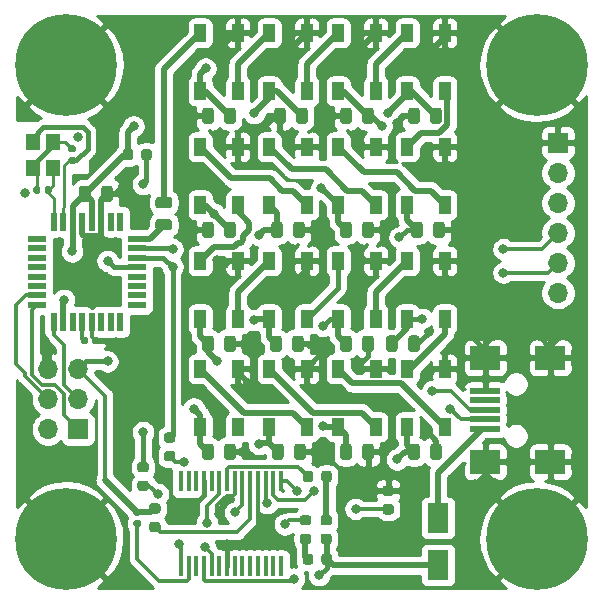
<source format=gbr>
%TF.GenerationSoftware,KiCad,Pcbnew,(5.1.6)-1*%
%TF.CreationDate,2020-07-28T23:07:53-07:00*%
%TF.ProjectId,Atmel,41746d65-6c2e-46b6-9963-61645f706362,rev?*%
%TF.SameCoordinates,Original*%
%TF.FileFunction,Copper,L1,Top*%
%TF.FilePolarity,Positive*%
%FSLAX46Y46*%
G04 Gerber Fmt 4.6, Leading zero omitted, Abs format (unit mm)*
G04 Created by KiCad (PCBNEW (5.1.6)-1) date 2020-07-28 23:07:53*
%MOMM*%
%LPD*%
G01*
G04 APERTURE LIST*
%TA.AperFunction,ComponentPad*%
%ADD10C,8.600000*%
%TD*%
%TA.AperFunction,ComponentPad*%
%ADD11C,0.900000*%
%TD*%
%TA.AperFunction,SMDPad,CuDef*%
%ADD12R,1.000000X1.500000*%
%TD*%
%TA.AperFunction,SMDPad,CuDef*%
%ADD13R,1.800000X2.500000*%
%TD*%
%TA.AperFunction,ComponentPad*%
%ADD14R,1.700000X1.700000*%
%TD*%
%TA.AperFunction,ComponentPad*%
%ADD15O,1.700000X1.700000*%
%TD*%
%TA.AperFunction,SMDPad,CuDef*%
%ADD16R,2.500000X2.000000*%
%TD*%
%TA.AperFunction,SMDPad,CuDef*%
%ADD17R,2.500000X0.500000*%
%TD*%
%TA.AperFunction,SMDPad,CuDef*%
%ADD18R,0.550000X1.600000*%
%TD*%
%TA.AperFunction,SMDPad,CuDef*%
%ADD19R,1.600000X0.550000*%
%TD*%
%TA.AperFunction,SMDPad,CuDef*%
%ADD20R,0.450000X1.750000*%
%TD*%
%TA.AperFunction,SMDPad,CuDef*%
%ADD21R,1.200000X1.400000*%
%TD*%
%TA.AperFunction,ViaPad*%
%ADD22C,0.800000*%
%TD*%
%TA.AperFunction,Conductor*%
%ADD23C,0.500000*%
%TD*%
%TA.AperFunction,Conductor*%
%ADD24C,0.300000*%
%TD*%
%TA.AperFunction,Conductor*%
%ADD25C,0.400000*%
%TD*%
%TA.AperFunction,Conductor*%
%ADD26C,0.250000*%
%TD*%
%TA.AperFunction,Conductor*%
%ADD27C,0.254000*%
%TD*%
G04 APERTURE END LIST*
D10*
%TO.P,H4,1*%
%TO.N,GND*%
X69850000Y-113030000D03*
D11*
X73075000Y-113030000D03*
X72130419Y-115310419D03*
X69850000Y-116255000D03*
X67569581Y-115310419D03*
X66625000Y-113030000D03*
X67569581Y-110749581D03*
X69850000Y-109805000D03*
X72130419Y-110749581D03*
%TD*%
%TO.P,C1,2*%
%TO.N,+5V*%
%TA.AperFunction,SMDPad,CuDef*%
G36*
G01*
X32050000Y-83363750D02*
X32050000Y-84276250D01*
G75*
G02*
X31806250Y-84520000I-243750J0D01*
G01*
X31318750Y-84520000D01*
G75*
G02*
X31075000Y-84276250I0J243750D01*
G01*
X31075000Y-83363750D01*
G75*
G02*
X31318750Y-83120000I243750J0D01*
G01*
X31806250Y-83120000D01*
G75*
G02*
X32050000Y-83363750I0J-243750D01*
G01*
G37*
%TD.AperFunction*%
%TO.P,C1,1*%
%TO.N,GND*%
%TA.AperFunction,SMDPad,CuDef*%
G36*
G01*
X33925000Y-83363750D02*
X33925000Y-84276250D01*
G75*
G02*
X33681250Y-84520000I-243750J0D01*
G01*
X33193750Y-84520000D01*
G75*
G02*
X32950000Y-84276250I0J243750D01*
G01*
X32950000Y-83363750D01*
G75*
G02*
X33193750Y-83120000I243750J0D01*
G01*
X33681250Y-83120000D01*
G75*
G02*
X33925000Y-83363750I0J-243750D01*
G01*
G37*
%TD.AperFunction*%
%TD*%
%TO.P,C2,2*%
%TO.N,GND*%
%TA.AperFunction,SMDPad,CuDef*%
G36*
G01*
X32190000Y-96422500D02*
X32190000Y-96077500D01*
G75*
G02*
X32337500Y-95930000I147500J0D01*
G01*
X32632500Y-95930000D01*
G75*
G02*
X32780000Y-96077500I0J-147500D01*
G01*
X32780000Y-96422500D01*
G75*
G02*
X32632500Y-96570000I-147500J0D01*
G01*
X32337500Y-96570000D01*
G75*
G02*
X32190000Y-96422500I0J147500D01*
G01*
G37*
%TD.AperFunction*%
%TO.P,C2,1*%
%TO.N,Net-(C2-Pad1)*%
%TA.AperFunction,SMDPad,CuDef*%
G36*
G01*
X31220000Y-96422500D02*
X31220000Y-96077500D01*
G75*
G02*
X31367500Y-95930000I147500J0D01*
G01*
X31662500Y-95930000D01*
G75*
G02*
X31810000Y-96077500I0J-147500D01*
G01*
X31810000Y-96422500D01*
G75*
G02*
X31662500Y-96570000I-147500J0D01*
G01*
X31367500Y-96570000D01*
G75*
G02*
X31220000Y-96422500I0J147500D01*
G01*
G37*
%TD.AperFunction*%
%TD*%
%TO.P,C3,1*%
%TO.N,XTAL2*%
%TA.AperFunction,SMDPad,CuDef*%
G36*
G01*
X28780000Y-83327500D02*
X28780000Y-83672500D01*
G75*
G02*
X28632500Y-83820000I-147500J0D01*
G01*
X28337500Y-83820000D01*
G75*
G02*
X28190000Y-83672500I0J147500D01*
G01*
X28190000Y-83327500D01*
G75*
G02*
X28337500Y-83180000I147500J0D01*
G01*
X28632500Y-83180000D01*
G75*
G02*
X28780000Y-83327500I0J-147500D01*
G01*
G37*
%TD.AperFunction*%
%TO.P,C3,2*%
%TO.N,Net-(C3-Pad2)*%
%TA.AperFunction,SMDPad,CuDef*%
G36*
G01*
X27810000Y-83327500D02*
X27810000Y-83672500D01*
G75*
G02*
X27662500Y-83820000I-147500J0D01*
G01*
X27367500Y-83820000D01*
G75*
G02*
X27220000Y-83672500I0J147500D01*
G01*
X27220000Y-83327500D01*
G75*
G02*
X27367500Y-83180000I147500J0D01*
G01*
X27662500Y-83180000D01*
G75*
G02*
X27810000Y-83327500I0J-147500D01*
G01*
G37*
%TD.AperFunction*%
%TD*%
%TO.P,C4,2*%
%TO.N,Net-(C3-Pad2)*%
%TA.AperFunction,SMDPad,CuDef*%
G36*
G01*
X30672500Y-80310000D02*
X30327500Y-80310000D01*
G75*
G02*
X30180000Y-80162500I0J147500D01*
G01*
X30180000Y-79867500D01*
G75*
G02*
X30327500Y-79720000I147500J0D01*
G01*
X30672500Y-79720000D01*
G75*
G02*
X30820000Y-79867500I0J-147500D01*
G01*
X30820000Y-80162500D01*
G75*
G02*
X30672500Y-80310000I-147500J0D01*
G01*
G37*
%TD.AperFunction*%
%TO.P,C4,1*%
%TO.N,XTAL1*%
%TA.AperFunction,SMDPad,CuDef*%
G36*
G01*
X30672500Y-81280000D02*
X30327500Y-81280000D01*
G75*
G02*
X30180000Y-81132500I0J147500D01*
G01*
X30180000Y-80837500D01*
G75*
G02*
X30327500Y-80690000I147500J0D01*
G01*
X30672500Y-80690000D01*
G75*
G02*
X30820000Y-80837500I0J-147500D01*
G01*
X30820000Y-81132500D01*
G75*
G02*
X30672500Y-81280000I-147500J0D01*
G01*
G37*
%TD.AperFunction*%
%TD*%
%TO.P,C5,1*%
%TO.N,+5V*%
%TA.AperFunction,SMDPad,CuDef*%
G36*
G01*
X44351000Y-76759750D02*
X44351000Y-77672250D01*
G75*
G02*
X44107250Y-77916000I-243750J0D01*
G01*
X43619750Y-77916000D01*
G75*
G02*
X43376000Y-77672250I0J243750D01*
G01*
X43376000Y-76759750D01*
G75*
G02*
X43619750Y-76516000I243750J0D01*
G01*
X44107250Y-76516000D01*
G75*
G02*
X44351000Y-76759750I0J-243750D01*
G01*
G37*
%TD.AperFunction*%
%TO.P,C5,2*%
%TO.N,GND*%
%TA.AperFunction,SMDPad,CuDef*%
G36*
G01*
X42476000Y-76759750D02*
X42476000Y-77672250D01*
G75*
G02*
X42232250Y-77916000I-243750J0D01*
G01*
X41744750Y-77916000D01*
G75*
G02*
X41501000Y-77672250I0J243750D01*
G01*
X41501000Y-76759750D01*
G75*
G02*
X41744750Y-76516000I243750J0D01*
G01*
X42232250Y-76516000D01*
G75*
G02*
X42476000Y-76759750I0J-243750D01*
G01*
G37*
%TD.AperFunction*%
%TD*%
%TO.P,C6,2*%
%TO.N,GND*%
%TA.AperFunction,SMDPad,CuDef*%
G36*
G01*
X48572000Y-76759750D02*
X48572000Y-77672250D01*
G75*
G02*
X48328250Y-77916000I-243750J0D01*
G01*
X47840750Y-77916000D01*
G75*
G02*
X47597000Y-77672250I0J243750D01*
G01*
X47597000Y-76759750D01*
G75*
G02*
X47840750Y-76516000I243750J0D01*
G01*
X48328250Y-76516000D01*
G75*
G02*
X48572000Y-76759750I0J-243750D01*
G01*
G37*
%TD.AperFunction*%
%TO.P,C6,1*%
%TO.N,+5V*%
%TA.AperFunction,SMDPad,CuDef*%
G36*
G01*
X50447000Y-76759750D02*
X50447000Y-77672250D01*
G75*
G02*
X50203250Y-77916000I-243750J0D01*
G01*
X49715750Y-77916000D01*
G75*
G02*
X49472000Y-77672250I0J243750D01*
G01*
X49472000Y-76759750D01*
G75*
G02*
X49715750Y-76516000I243750J0D01*
G01*
X50203250Y-76516000D01*
G75*
G02*
X50447000Y-76759750I0J-243750D01*
G01*
G37*
%TD.AperFunction*%
%TD*%
%TO.P,C7,1*%
%TO.N,+5V*%
%TA.AperFunction,SMDPad,CuDef*%
G36*
G01*
X56035000Y-76759750D02*
X56035000Y-77672250D01*
G75*
G02*
X55791250Y-77916000I-243750J0D01*
G01*
X55303750Y-77916000D01*
G75*
G02*
X55060000Y-77672250I0J243750D01*
G01*
X55060000Y-76759750D01*
G75*
G02*
X55303750Y-76516000I243750J0D01*
G01*
X55791250Y-76516000D01*
G75*
G02*
X56035000Y-76759750I0J-243750D01*
G01*
G37*
%TD.AperFunction*%
%TO.P,C7,2*%
%TO.N,GND*%
%TA.AperFunction,SMDPad,CuDef*%
G36*
G01*
X54160000Y-76759750D02*
X54160000Y-77672250D01*
G75*
G02*
X53916250Y-77916000I-243750J0D01*
G01*
X53428750Y-77916000D01*
G75*
G02*
X53185000Y-77672250I0J243750D01*
G01*
X53185000Y-76759750D01*
G75*
G02*
X53428750Y-76516000I243750J0D01*
G01*
X53916250Y-76516000D01*
G75*
G02*
X54160000Y-76759750I0J-243750D01*
G01*
G37*
%TD.AperFunction*%
%TD*%
%TO.P,C8,2*%
%TO.N,GND*%
%TA.AperFunction,SMDPad,CuDef*%
G36*
G01*
X59923500Y-76759750D02*
X59923500Y-77672250D01*
G75*
G02*
X59679750Y-77916000I-243750J0D01*
G01*
X59192250Y-77916000D01*
G75*
G02*
X58948500Y-77672250I0J243750D01*
G01*
X58948500Y-76759750D01*
G75*
G02*
X59192250Y-76516000I243750J0D01*
G01*
X59679750Y-76516000D01*
G75*
G02*
X59923500Y-76759750I0J-243750D01*
G01*
G37*
%TD.AperFunction*%
%TO.P,C8,1*%
%TO.N,+5V*%
%TA.AperFunction,SMDPad,CuDef*%
G36*
G01*
X61798500Y-76759750D02*
X61798500Y-77672250D01*
G75*
G02*
X61554750Y-77916000I-243750J0D01*
G01*
X61067250Y-77916000D01*
G75*
G02*
X60823500Y-77672250I0J243750D01*
G01*
X60823500Y-76759750D01*
G75*
G02*
X61067250Y-76516000I243750J0D01*
G01*
X61554750Y-76516000D01*
G75*
G02*
X61798500Y-76759750I0J-243750D01*
G01*
G37*
%TD.AperFunction*%
%TD*%
%TO.P,C9,1*%
%TO.N,+5V*%
%TA.AperFunction,SMDPad,CuDef*%
G36*
G01*
X47421500Y-106120250D02*
X47421500Y-105207750D01*
G75*
G02*
X47665250Y-104964000I243750J0D01*
G01*
X48152750Y-104964000D01*
G75*
G02*
X48396500Y-105207750I0J-243750D01*
G01*
X48396500Y-106120250D01*
G75*
G02*
X48152750Y-106364000I-243750J0D01*
G01*
X47665250Y-106364000D01*
G75*
G02*
X47421500Y-106120250I0J243750D01*
G01*
G37*
%TD.AperFunction*%
%TO.P,C9,2*%
%TO.N,GND*%
%TA.AperFunction,SMDPad,CuDef*%
G36*
G01*
X49296500Y-106120250D02*
X49296500Y-105207750D01*
G75*
G02*
X49540250Y-104964000I243750J0D01*
G01*
X50027750Y-104964000D01*
G75*
G02*
X50271500Y-105207750I0J-243750D01*
G01*
X50271500Y-106120250D01*
G75*
G02*
X50027750Y-106364000I-243750J0D01*
G01*
X49540250Y-106364000D01*
G75*
G02*
X49296500Y-106120250I0J243750D01*
G01*
G37*
%TD.AperFunction*%
%TD*%
%TO.P,C10,2*%
%TO.N,GND*%
%TA.AperFunction,SMDPad,CuDef*%
G36*
G01*
X55060000Y-106120250D02*
X55060000Y-105207750D01*
G75*
G02*
X55303750Y-104964000I243750J0D01*
G01*
X55791250Y-104964000D01*
G75*
G02*
X56035000Y-105207750I0J-243750D01*
G01*
X56035000Y-106120250D01*
G75*
G02*
X55791250Y-106364000I-243750J0D01*
G01*
X55303750Y-106364000D01*
G75*
G02*
X55060000Y-106120250I0J243750D01*
G01*
G37*
%TD.AperFunction*%
%TO.P,C10,1*%
%TO.N,+5V*%
%TA.AperFunction,SMDPad,CuDef*%
G36*
G01*
X53185000Y-106120250D02*
X53185000Y-105207750D01*
G75*
G02*
X53428750Y-104964000I243750J0D01*
G01*
X53916250Y-104964000D01*
G75*
G02*
X54160000Y-105207750I0J-243750D01*
G01*
X54160000Y-106120250D01*
G75*
G02*
X53916250Y-106364000I-243750J0D01*
G01*
X53428750Y-106364000D01*
G75*
G02*
X53185000Y-106120250I0J243750D01*
G01*
G37*
%TD.AperFunction*%
%TD*%
%TO.P,C11,1*%
%TO.N,+5V*%
%TA.AperFunction,SMDPad,CuDef*%
G36*
G01*
X58948500Y-106120250D02*
X58948500Y-105207750D01*
G75*
G02*
X59192250Y-104964000I243750J0D01*
G01*
X59679750Y-104964000D01*
G75*
G02*
X59923500Y-105207750I0J-243750D01*
G01*
X59923500Y-106120250D01*
G75*
G02*
X59679750Y-106364000I-243750J0D01*
G01*
X59192250Y-106364000D01*
G75*
G02*
X58948500Y-106120250I0J243750D01*
G01*
G37*
%TD.AperFunction*%
%TO.P,C11,2*%
%TO.N,GND*%
%TA.AperFunction,SMDPad,CuDef*%
G36*
G01*
X60823500Y-106120250D02*
X60823500Y-105207750D01*
G75*
G02*
X61067250Y-104964000I243750J0D01*
G01*
X61554750Y-104964000D01*
G75*
G02*
X61798500Y-105207750I0J-243750D01*
G01*
X61798500Y-106120250D01*
G75*
G02*
X61554750Y-106364000I-243750J0D01*
G01*
X61067250Y-106364000D01*
G75*
G02*
X60823500Y-106120250I0J243750D01*
G01*
G37*
%TD.AperFunction*%
%TD*%
%TO.P,C12,1*%
%TO.N,+5V*%
%TA.AperFunction,SMDPad,CuDef*%
G36*
G01*
X44351000Y-86411750D02*
X44351000Y-87324250D01*
G75*
G02*
X44107250Y-87568000I-243750J0D01*
G01*
X43619750Y-87568000D01*
G75*
G02*
X43376000Y-87324250I0J243750D01*
G01*
X43376000Y-86411750D01*
G75*
G02*
X43619750Y-86168000I243750J0D01*
G01*
X44107250Y-86168000D01*
G75*
G02*
X44351000Y-86411750I0J-243750D01*
G01*
G37*
%TD.AperFunction*%
%TO.P,C12,2*%
%TO.N,GND*%
%TA.AperFunction,SMDPad,CuDef*%
G36*
G01*
X42476000Y-86411750D02*
X42476000Y-87324250D01*
G75*
G02*
X42232250Y-87568000I-243750J0D01*
G01*
X41744750Y-87568000D01*
G75*
G02*
X41501000Y-87324250I0J243750D01*
G01*
X41501000Y-86411750D01*
G75*
G02*
X41744750Y-86168000I243750J0D01*
G01*
X42232250Y-86168000D01*
G75*
G02*
X42476000Y-86411750I0J-243750D01*
G01*
G37*
%TD.AperFunction*%
%TD*%
%TO.P,C13,2*%
%TO.N,GND*%
%TA.AperFunction,SMDPad,CuDef*%
G36*
G01*
X49218000Y-87324250D02*
X49218000Y-86411750D01*
G75*
G02*
X49461750Y-86168000I243750J0D01*
G01*
X49949250Y-86168000D01*
G75*
G02*
X50193000Y-86411750I0J-243750D01*
G01*
X50193000Y-87324250D01*
G75*
G02*
X49949250Y-87568000I-243750J0D01*
G01*
X49461750Y-87568000D01*
G75*
G02*
X49218000Y-87324250I0J243750D01*
G01*
G37*
%TD.AperFunction*%
%TO.P,C13,1*%
%TO.N,+5V*%
%TA.AperFunction,SMDPad,CuDef*%
G36*
G01*
X47343000Y-87324250D02*
X47343000Y-86411750D01*
G75*
G02*
X47586750Y-86168000I243750J0D01*
G01*
X48074250Y-86168000D01*
G75*
G02*
X48318000Y-86411750I0J-243750D01*
G01*
X48318000Y-87324250D01*
G75*
G02*
X48074250Y-87568000I-243750J0D01*
G01*
X47586750Y-87568000D01*
G75*
G02*
X47343000Y-87324250I0J243750D01*
G01*
G37*
%TD.AperFunction*%
%TD*%
%TO.P,C14,2*%
%TO.N,GND*%
%TA.AperFunction,SMDPad,CuDef*%
G36*
G01*
X55060000Y-87324250D02*
X55060000Y-86411750D01*
G75*
G02*
X55303750Y-86168000I243750J0D01*
G01*
X55791250Y-86168000D01*
G75*
G02*
X56035000Y-86411750I0J-243750D01*
G01*
X56035000Y-87324250D01*
G75*
G02*
X55791250Y-87568000I-243750J0D01*
G01*
X55303750Y-87568000D01*
G75*
G02*
X55060000Y-87324250I0J243750D01*
G01*
G37*
%TD.AperFunction*%
%TO.P,C14,1*%
%TO.N,+5V*%
%TA.AperFunction,SMDPad,CuDef*%
G36*
G01*
X53185000Y-87324250D02*
X53185000Y-86411750D01*
G75*
G02*
X53428750Y-86168000I243750J0D01*
G01*
X53916250Y-86168000D01*
G75*
G02*
X54160000Y-86411750I0J-243750D01*
G01*
X54160000Y-87324250D01*
G75*
G02*
X53916250Y-87568000I-243750J0D01*
G01*
X53428750Y-87568000D01*
G75*
G02*
X53185000Y-87324250I0J243750D01*
G01*
G37*
%TD.AperFunction*%
%TD*%
%TO.P,C15,1*%
%TO.N,+5V*%
%TA.AperFunction,SMDPad,CuDef*%
G36*
G01*
X59202500Y-87324250D02*
X59202500Y-86411750D01*
G75*
G02*
X59446250Y-86168000I243750J0D01*
G01*
X59933750Y-86168000D01*
G75*
G02*
X60177500Y-86411750I0J-243750D01*
G01*
X60177500Y-87324250D01*
G75*
G02*
X59933750Y-87568000I-243750J0D01*
G01*
X59446250Y-87568000D01*
G75*
G02*
X59202500Y-87324250I0J243750D01*
G01*
G37*
%TD.AperFunction*%
%TO.P,C15,2*%
%TO.N,GND*%
%TA.AperFunction,SMDPad,CuDef*%
G36*
G01*
X61077500Y-87324250D02*
X61077500Y-86411750D01*
G75*
G02*
X61321250Y-86168000I243750J0D01*
G01*
X61808750Y-86168000D01*
G75*
G02*
X62052500Y-86411750I0J-243750D01*
G01*
X62052500Y-87324250D01*
G75*
G02*
X61808750Y-87568000I-243750J0D01*
G01*
X61321250Y-87568000D01*
G75*
G02*
X61077500Y-87324250I0J243750D01*
G01*
G37*
%TD.AperFunction*%
%TD*%
%TO.P,C16,1*%
%TO.N,+5V*%
%TA.AperFunction,SMDPad,CuDef*%
G36*
G01*
X41501000Y-96976250D02*
X41501000Y-96063750D01*
G75*
G02*
X41744750Y-95820000I243750J0D01*
G01*
X42232250Y-95820000D01*
G75*
G02*
X42476000Y-96063750I0J-243750D01*
G01*
X42476000Y-96976250D01*
G75*
G02*
X42232250Y-97220000I-243750J0D01*
G01*
X41744750Y-97220000D01*
G75*
G02*
X41501000Y-96976250I0J243750D01*
G01*
G37*
%TD.AperFunction*%
%TO.P,C16,2*%
%TO.N,GND*%
%TA.AperFunction,SMDPad,CuDef*%
G36*
G01*
X43376000Y-96976250D02*
X43376000Y-96063750D01*
G75*
G02*
X43619750Y-95820000I243750J0D01*
G01*
X44107250Y-95820000D01*
G75*
G02*
X44351000Y-96063750I0J-243750D01*
G01*
X44351000Y-96976250D01*
G75*
G02*
X44107250Y-97220000I-243750J0D01*
G01*
X43619750Y-97220000D01*
G75*
G02*
X43376000Y-96976250I0J243750D01*
G01*
G37*
%TD.AperFunction*%
%TD*%
%TO.P,C17,2*%
%TO.N,GND*%
%TA.AperFunction,SMDPad,CuDef*%
G36*
G01*
X49139500Y-96976250D02*
X49139500Y-96063750D01*
G75*
G02*
X49383250Y-95820000I243750J0D01*
G01*
X49870750Y-95820000D01*
G75*
G02*
X50114500Y-96063750I0J-243750D01*
G01*
X50114500Y-96976250D01*
G75*
G02*
X49870750Y-97220000I-243750J0D01*
G01*
X49383250Y-97220000D01*
G75*
G02*
X49139500Y-96976250I0J243750D01*
G01*
G37*
%TD.AperFunction*%
%TO.P,C17,1*%
%TO.N,+5V*%
%TA.AperFunction,SMDPad,CuDef*%
G36*
G01*
X47264500Y-96976250D02*
X47264500Y-96063750D01*
G75*
G02*
X47508250Y-95820000I243750J0D01*
G01*
X47995750Y-95820000D01*
G75*
G02*
X48239500Y-96063750I0J-243750D01*
G01*
X48239500Y-96976250D01*
G75*
G02*
X47995750Y-97220000I-243750J0D01*
G01*
X47508250Y-97220000D01*
G75*
G02*
X47264500Y-96976250I0J243750D01*
G01*
G37*
%TD.AperFunction*%
%TD*%
%TO.P,C18,1*%
%TO.N,+5V*%
%TA.AperFunction,SMDPad,CuDef*%
G36*
G01*
X53185000Y-96976250D02*
X53185000Y-96063750D01*
G75*
G02*
X53428750Y-95820000I243750J0D01*
G01*
X53916250Y-95820000D01*
G75*
G02*
X54160000Y-96063750I0J-243750D01*
G01*
X54160000Y-96976250D01*
G75*
G02*
X53916250Y-97220000I-243750J0D01*
G01*
X53428750Y-97220000D01*
G75*
G02*
X53185000Y-96976250I0J243750D01*
G01*
G37*
%TD.AperFunction*%
%TO.P,C18,2*%
%TO.N,GND*%
%TA.AperFunction,SMDPad,CuDef*%
G36*
G01*
X55060000Y-96976250D02*
X55060000Y-96063750D01*
G75*
G02*
X55303750Y-95820000I243750J0D01*
G01*
X55791250Y-95820000D01*
G75*
G02*
X56035000Y-96063750I0J-243750D01*
G01*
X56035000Y-96976250D01*
G75*
G02*
X55791250Y-97220000I-243750J0D01*
G01*
X55303750Y-97220000D01*
G75*
G02*
X55060000Y-96976250I0J243750D01*
G01*
G37*
%TD.AperFunction*%
%TD*%
%TO.P,C19,2*%
%TO.N,GND*%
%TA.AperFunction,SMDPad,CuDef*%
G36*
G01*
X58950000Y-96956250D02*
X58950000Y-96043750D01*
G75*
G02*
X59193750Y-95800000I243750J0D01*
G01*
X59681250Y-95800000D01*
G75*
G02*
X59925000Y-96043750I0J-243750D01*
G01*
X59925000Y-96956250D01*
G75*
G02*
X59681250Y-97200000I-243750J0D01*
G01*
X59193750Y-97200000D01*
G75*
G02*
X58950000Y-96956250I0J243750D01*
G01*
G37*
%TD.AperFunction*%
%TO.P,C19,1*%
%TO.N,+5V*%
%TA.AperFunction,SMDPad,CuDef*%
G36*
G01*
X57075000Y-96956250D02*
X57075000Y-96043750D01*
G75*
G02*
X57318750Y-95800000I243750J0D01*
G01*
X57806250Y-95800000D01*
G75*
G02*
X58050000Y-96043750I0J-243750D01*
G01*
X58050000Y-96956250D01*
G75*
G02*
X57806250Y-97200000I-243750J0D01*
G01*
X57318750Y-97200000D01*
G75*
G02*
X57075000Y-96956250I0J243750D01*
G01*
G37*
%TD.AperFunction*%
%TD*%
%TO.P,C20,1*%
%TO.N,+5V*%
%TA.AperFunction,SMDPad,CuDef*%
G36*
G01*
X41501000Y-106120250D02*
X41501000Y-105207750D01*
G75*
G02*
X41744750Y-104964000I243750J0D01*
G01*
X42232250Y-104964000D01*
G75*
G02*
X42476000Y-105207750I0J-243750D01*
G01*
X42476000Y-106120250D01*
G75*
G02*
X42232250Y-106364000I-243750J0D01*
G01*
X41744750Y-106364000D01*
G75*
G02*
X41501000Y-106120250I0J243750D01*
G01*
G37*
%TD.AperFunction*%
%TO.P,C20,2*%
%TO.N,GND*%
%TA.AperFunction,SMDPad,CuDef*%
G36*
G01*
X43376000Y-106120250D02*
X43376000Y-105207750D01*
G75*
G02*
X43619750Y-104964000I243750J0D01*
G01*
X44107250Y-104964000D01*
G75*
G02*
X44351000Y-105207750I0J-243750D01*
G01*
X44351000Y-106120250D01*
G75*
G02*
X44107250Y-106364000I-243750J0D01*
G01*
X43619750Y-106364000D01*
G75*
G02*
X43376000Y-106120250I0J243750D01*
G01*
G37*
%TD.AperFunction*%
%TD*%
%TO.P,C21,2*%
%TO.N,GND*%
%TA.AperFunction,SMDPad,CuDef*%
G36*
G01*
X57506250Y-109400000D02*
X56993750Y-109400000D01*
G75*
G02*
X56775000Y-109181250I0J218750D01*
G01*
X56775000Y-108743750D01*
G75*
G02*
X56993750Y-108525000I218750J0D01*
G01*
X57506250Y-108525000D01*
G75*
G02*
X57725000Y-108743750I0J-218750D01*
G01*
X57725000Y-109181250D01*
G75*
G02*
X57506250Y-109400000I-218750J0D01*
G01*
G37*
%TD.AperFunction*%
%TO.P,C21,1*%
%TO.N,Net-(C21-Pad1)*%
%TA.AperFunction,SMDPad,CuDef*%
G36*
G01*
X57506250Y-110975000D02*
X56993750Y-110975000D01*
G75*
G02*
X56775000Y-110756250I0J218750D01*
G01*
X56775000Y-110318750D01*
G75*
G02*
X56993750Y-110100000I218750J0D01*
G01*
X57506250Y-110100000D01*
G75*
G02*
X57725000Y-110318750I0J-218750D01*
G01*
X57725000Y-110756250D01*
G75*
G02*
X57506250Y-110975000I-218750J0D01*
G01*
G37*
%TD.AperFunction*%
%TD*%
%TO.P,C22,1*%
%TO.N,Reset*%
%TA.AperFunction,SMDPad,CuDef*%
G36*
G01*
X35827500Y-110470000D02*
X36172500Y-110470000D01*
G75*
G02*
X36320000Y-110617500I0J-147500D01*
G01*
X36320000Y-110912500D01*
G75*
G02*
X36172500Y-111060000I-147500J0D01*
G01*
X35827500Y-111060000D01*
G75*
G02*
X35680000Y-110912500I0J147500D01*
G01*
X35680000Y-110617500D01*
G75*
G02*
X35827500Y-110470000I147500J0D01*
G01*
G37*
%TD.AperFunction*%
%TO.P,C22,2*%
%TO.N,Net-(C22-Pad2)*%
%TA.AperFunction,SMDPad,CuDef*%
G36*
G01*
X35827500Y-111440000D02*
X36172500Y-111440000D01*
G75*
G02*
X36320000Y-111587500I0J-147500D01*
G01*
X36320000Y-111882500D01*
G75*
G02*
X36172500Y-112030000I-147500J0D01*
G01*
X35827500Y-112030000D01*
G75*
G02*
X35680000Y-111882500I0J147500D01*
G01*
X35680000Y-111587500D01*
G75*
G02*
X35827500Y-111440000I147500J0D01*
G01*
G37*
%TD.AperFunction*%
%TD*%
%TO.P,C23,1*%
%TO.N,Net-(C23-Pad1)*%
%TA.AperFunction,SMDPad,CuDef*%
G36*
G01*
X37756250Y-112475000D02*
X37243750Y-112475000D01*
G75*
G02*
X37025000Y-112256250I0J218750D01*
G01*
X37025000Y-111818750D01*
G75*
G02*
X37243750Y-111600000I218750J0D01*
G01*
X37756250Y-111600000D01*
G75*
G02*
X37975000Y-111818750I0J-218750D01*
G01*
X37975000Y-112256250D01*
G75*
G02*
X37756250Y-112475000I-218750J0D01*
G01*
G37*
%TD.AperFunction*%
%TO.P,C23,2*%
%TO.N,Reset*%
%TA.AperFunction,SMDPad,CuDef*%
G36*
G01*
X37756250Y-110900000D02*
X37243750Y-110900000D01*
G75*
G02*
X37025000Y-110681250I0J218750D01*
G01*
X37025000Y-110243750D01*
G75*
G02*
X37243750Y-110025000I218750J0D01*
G01*
X37756250Y-110025000D01*
G75*
G02*
X37975000Y-110243750I0J-218750D01*
G01*
X37975000Y-110681250D01*
G75*
G02*
X37756250Y-110900000I-218750J0D01*
G01*
G37*
%TD.AperFunction*%
%TD*%
D12*
%TO.P,D1,1*%
%TO.N,+5V*%
X41326000Y-75094000D03*
%TO.P,D1,2*%
%TO.N,Net-(D1-Pad2)*%
X44526000Y-75094000D03*
%TO.P,D1,4*%
%TO.N,D2*%
X41326000Y-70194000D03*
%TO.P,D1,3*%
%TO.N,GND*%
X44526000Y-70194000D03*
%TD*%
%TO.P,D2,3*%
%TO.N,GND*%
X50368000Y-70194000D03*
%TO.P,D2,4*%
%TO.N,Net-(D1-Pad2)*%
X47168000Y-70194000D03*
%TO.P,D2,2*%
%TO.N,Net-(D2-Pad2)*%
X50368000Y-75094000D03*
%TO.P,D2,1*%
%TO.N,+5V*%
X47168000Y-75094000D03*
%TD*%
%TO.P,D3,1*%
%TO.N,+5V*%
X53010000Y-75094000D03*
%TO.P,D3,2*%
%TO.N,Net-(D3-Pad2)*%
X56210000Y-75094000D03*
%TO.P,D3,4*%
%TO.N,Net-(D2-Pad2)*%
X53010000Y-70194000D03*
%TO.P,D3,3*%
%TO.N,GND*%
X56210000Y-70194000D03*
%TD*%
%TO.P,D4,3*%
%TO.N,GND*%
X62052000Y-70194000D03*
%TO.P,D4,4*%
%TO.N,Net-(D3-Pad2)*%
X58852000Y-70194000D03*
%TO.P,D4,2*%
%TO.N,LED_ROW2*%
X62052000Y-75094000D03*
%TO.P,D4,1*%
%TO.N,+5V*%
X58852000Y-75094000D03*
%TD*%
%TO.P,D5,3*%
%TO.N,GND*%
X62052000Y-79846000D03*
%TO.P,D5,4*%
%TO.N,LED_ROW2*%
X58852000Y-79846000D03*
%TO.P,D5,2*%
%TO.N,Net-(D5-Pad2)*%
X62052000Y-84746000D03*
%TO.P,D5,1*%
%TO.N,+5V*%
X58852000Y-84746000D03*
%TD*%
%TO.P,D6,1*%
%TO.N,+5V*%
X53010000Y-84746000D03*
%TO.P,D6,2*%
%TO.N,Net-(D6-Pad2)*%
X56210000Y-84746000D03*
%TO.P,D6,4*%
%TO.N,Net-(D5-Pad2)*%
X53010000Y-79846000D03*
%TO.P,D6,3*%
%TO.N,GND*%
X56210000Y-79846000D03*
%TD*%
%TO.P,D7,3*%
%TO.N,GND*%
X50368000Y-79846000D03*
%TO.P,D7,4*%
%TO.N,Net-(D6-Pad2)*%
X47168000Y-79846000D03*
%TO.P,D7,2*%
%TO.N,Net-(D7-Pad2)*%
X50368000Y-84746000D03*
%TO.P,D7,1*%
%TO.N,+5V*%
X47168000Y-84746000D03*
%TD*%
%TO.P,D8,1*%
%TO.N,+5V*%
X41326000Y-84746000D03*
%TO.P,D8,2*%
%TO.N,LED_ROW3*%
X44526000Y-84746000D03*
%TO.P,D8,4*%
%TO.N,Net-(D7-Pad2)*%
X41326000Y-79846000D03*
%TO.P,D8,3*%
%TO.N,GND*%
X44526000Y-79846000D03*
%TD*%
%TO.P,D9,3*%
%TO.N,GND*%
X44526000Y-89498000D03*
%TO.P,D9,4*%
%TO.N,LED_ROW3*%
X41326000Y-89498000D03*
%TO.P,D9,2*%
%TO.N,Net-(D10-Pad4)*%
X44526000Y-94398000D03*
%TO.P,D9,1*%
%TO.N,+5V*%
X41326000Y-94398000D03*
%TD*%
%TO.P,D10,1*%
%TO.N,+5V*%
X47168000Y-94398000D03*
%TO.P,D10,2*%
%TO.N,Net-(D10-Pad2)*%
X50368000Y-94398000D03*
%TO.P,D10,4*%
%TO.N,Net-(D10-Pad4)*%
X47168000Y-89498000D03*
%TO.P,D10,3*%
%TO.N,GND*%
X50368000Y-89498000D03*
%TD*%
%TO.P,D11,3*%
%TO.N,GND*%
X56210000Y-89498000D03*
%TO.P,D11,4*%
%TO.N,Net-(D10-Pad2)*%
X53010000Y-89498000D03*
%TO.P,D11,2*%
%TO.N,Net-(D11-Pad2)*%
X56210000Y-94398000D03*
%TO.P,D11,1*%
%TO.N,+5V*%
X53010000Y-94398000D03*
%TD*%
%TO.P,D12,1*%
%TO.N,+5V*%
X58852000Y-94398000D03*
%TO.P,D12,2*%
%TO.N,LED_ROW4*%
X62052000Y-94398000D03*
%TO.P,D12,4*%
%TO.N,Net-(D11-Pad2)*%
X58852000Y-89498000D03*
%TO.P,D12,3*%
%TO.N,GND*%
X62052000Y-89498000D03*
%TD*%
%TO.P,D13,3*%
%TO.N,GND*%
X62052000Y-98642000D03*
%TO.P,D13,4*%
%TO.N,LED_ROW4*%
X58852000Y-98642000D03*
%TO.P,D13,2*%
%TO.N,Net-(D13-Pad2)*%
X62052000Y-103542000D03*
%TO.P,D13,1*%
%TO.N,+5V*%
X58852000Y-103542000D03*
%TD*%
%TO.P,D14,1*%
%TO.N,+5V*%
X53010000Y-103542000D03*
%TO.P,D14,2*%
%TO.N,Net-(D14-Pad2)*%
X56210000Y-103542000D03*
%TO.P,D14,4*%
%TO.N,Net-(D13-Pad2)*%
X53010000Y-98642000D03*
%TO.P,D14,3*%
%TO.N,GND*%
X56210000Y-98642000D03*
%TD*%
%TO.P,D15,3*%
%TO.N,GND*%
X50368000Y-98642000D03*
%TO.P,D15,4*%
%TO.N,Net-(D14-Pad2)*%
X47168000Y-98642000D03*
%TO.P,D15,2*%
%TO.N,Net-(D15-Pad2)*%
X50368000Y-103542000D03*
%TO.P,D15,1*%
%TO.N,+5V*%
X47168000Y-103542000D03*
%TD*%
%TO.P,D16,1*%
%TO.N,+5V*%
X41326000Y-103542000D03*
%TO.P,D16,2*%
%TO.N,Net-(D16-Pad2)*%
X44526000Y-103542000D03*
%TO.P,D16,4*%
%TO.N,Net-(D15-Pad2)*%
X41326000Y-98642000D03*
%TO.P,D16,3*%
%TO.N,GND*%
X44526000Y-98642000D03*
%TD*%
%TO.P,D17,2*%
%TO.N,+5V*%
%TA.AperFunction,SMDPad,CuDef*%
G36*
G01*
X51600000Y-115006250D02*
X51600000Y-114493750D01*
G75*
G02*
X51818750Y-114275000I218750J0D01*
G01*
X52256250Y-114275000D01*
G75*
G02*
X52475000Y-114493750I0J-218750D01*
G01*
X52475000Y-115006250D01*
G75*
G02*
X52256250Y-115225000I-218750J0D01*
G01*
X51818750Y-115225000D01*
G75*
G02*
X51600000Y-115006250I0J218750D01*
G01*
G37*
%TD.AperFunction*%
%TO.P,D17,1*%
%TO.N,Net-(D17-Pad1)*%
%TA.AperFunction,SMDPad,CuDef*%
G36*
G01*
X50025000Y-115006250D02*
X50025000Y-114493750D01*
G75*
G02*
X50243750Y-114275000I218750J0D01*
G01*
X50681250Y-114275000D01*
G75*
G02*
X50900000Y-114493750I0J-218750D01*
G01*
X50900000Y-115006250D01*
G75*
G02*
X50681250Y-115225000I-218750J0D01*
G01*
X50243750Y-115225000D01*
G75*
G02*
X50025000Y-115006250I0J218750D01*
G01*
G37*
%TD.AperFunction*%
%TD*%
D13*
%TO.P,D18,1*%
%TO.N,+5V*%
X61468000Y-115252000D03*
%TO.P,D18,2*%
%TO.N,VUSB*%
X61468000Y-111252000D03*
%TD*%
%TO.P,D19,1*%
%TO.N,Net-(D19-Pad1)*%
%TA.AperFunction,SMDPad,CuDef*%
G36*
G01*
X51743750Y-111025000D02*
X52256250Y-111025000D01*
G75*
G02*
X52475000Y-111243750I0J-218750D01*
G01*
X52475000Y-111681250D01*
G75*
G02*
X52256250Y-111900000I-218750J0D01*
G01*
X51743750Y-111900000D01*
G75*
G02*
X51525000Y-111681250I0J218750D01*
G01*
X51525000Y-111243750D01*
G75*
G02*
X51743750Y-111025000I218750J0D01*
G01*
G37*
%TD.AperFunction*%
%TO.P,D19,2*%
%TO.N,+5V*%
%TA.AperFunction,SMDPad,CuDef*%
G36*
G01*
X51743750Y-112600000D02*
X52256250Y-112600000D01*
G75*
G02*
X52475000Y-112818750I0J-218750D01*
G01*
X52475000Y-113256250D01*
G75*
G02*
X52256250Y-113475000I-218750J0D01*
G01*
X51743750Y-113475000D01*
G75*
G02*
X51525000Y-113256250I0J218750D01*
G01*
X51525000Y-112818750D01*
G75*
G02*
X51743750Y-112600000I218750J0D01*
G01*
G37*
%TD.AperFunction*%
%TD*%
D11*
%TO.P,H1,1*%
%TO.N,GND*%
X32252419Y-70617581D03*
X29972000Y-69673000D03*
X27691581Y-70617581D03*
X26747000Y-72898000D03*
X27691581Y-75178419D03*
X29972000Y-76123000D03*
X32252419Y-75178419D03*
X33197000Y-72898000D03*
D10*
X29972000Y-72898000D03*
%TD*%
%TO.P,H2,1*%
%TO.N,GND*%
X69850000Y-72898000D03*
D11*
X73075000Y-72898000D03*
X72130419Y-75178419D03*
X69850000Y-76123000D03*
X67569581Y-75178419D03*
X66625000Y-72898000D03*
X67569581Y-70617581D03*
X69850000Y-69673000D03*
X72130419Y-70617581D03*
%TD*%
%TO.P,H3,1*%
%TO.N,GND*%
X32246838Y-110744000D03*
X29966419Y-109799419D03*
X27686000Y-110744000D03*
X26741419Y-113024419D03*
X27686000Y-115304838D03*
X29966419Y-116249419D03*
X32246838Y-115304838D03*
X33191419Y-113024419D03*
D10*
X29966419Y-113024419D03*
%TD*%
D14*
%TO.P,J1,1*%
%TO.N,MISO*%
X31000000Y-103750000D03*
D15*
%TO.P,J1,2*%
%TO.N,+5V*%
X28460000Y-103750000D03*
%TO.P,J1,3*%
%TO.N,SCK*%
X31000000Y-101210000D03*
%TO.P,J1,4*%
%TO.N,MOSI*%
X28460000Y-101210000D03*
%TO.P,J1,5*%
%TO.N,Reset*%
X31000000Y-98670000D03*
%TO.P,J1,6*%
%TO.N,GND*%
X28460000Y-98670000D03*
%TD*%
D14*
%TO.P,J2,1*%
%TO.N,GND*%
X71628000Y-79500000D03*
D15*
%TO.P,J2,2*%
%TO.N,Net-(J2-Pad2)*%
X71628000Y-82040000D03*
%TO.P,J2,3*%
%TO.N,+5V*%
X71628000Y-84580000D03*
%TO.P,J2,4*%
%TO.N,TXD*%
X71628000Y-87120000D03*
%TO.P,J2,5*%
%TO.N,RXD*%
X71628000Y-89660000D03*
%TO.P,J2,6*%
%TO.N,Net-(J2-Pad6)*%
X71628000Y-92200000D03*
%TD*%
D16*
%TO.P,J3,6*%
%TO.N,GND*%
X70972000Y-106508000D03*
X70972000Y-97708000D03*
X65472000Y-106508000D03*
X65472000Y-97708000D03*
D17*
%TO.P,J3,1*%
%TO.N,VUSB*%
X65472000Y-103708000D03*
%TO.P,J3,2*%
%TO.N,Net-(J3-Pad2)*%
X65472000Y-102908000D03*
%TO.P,J3,3*%
%TO.N,Net-(J3-Pad3)*%
X65472000Y-102108000D03*
%TO.P,J3,4*%
%TO.N,Net-(J3-Pad4)*%
X65472000Y-101308000D03*
%TO.P,J3,5*%
%TO.N,GND*%
X65472000Y-100508000D03*
%TD*%
%TO.P,R1,1*%
%TO.N,+5V*%
%TA.AperFunction,SMDPad,CuDef*%
G36*
G01*
X34775000Y-80756250D02*
X34775000Y-80243750D01*
G75*
G02*
X34993750Y-80025000I218750J0D01*
G01*
X35431250Y-80025000D01*
G75*
G02*
X35650000Y-80243750I0J-218750D01*
G01*
X35650000Y-80756250D01*
G75*
G02*
X35431250Y-80975000I-218750J0D01*
G01*
X34993750Y-80975000D01*
G75*
G02*
X34775000Y-80756250I0J218750D01*
G01*
G37*
%TD.AperFunction*%
%TO.P,R1,2*%
%TO.N,Reset*%
%TA.AperFunction,SMDPad,CuDef*%
G36*
G01*
X36350000Y-80756250D02*
X36350000Y-80243750D01*
G75*
G02*
X36568750Y-80025000I218750J0D01*
G01*
X37006250Y-80025000D01*
G75*
G02*
X37225000Y-80243750I0J-218750D01*
G01*
X37225000Y-80756250D01*
G75*
G02*
X37006250Y-80975000I-218750J0D01*
G01*
X36568750Y-80975000D01*
G75*
G02*
X36350000Y-80756250I0J218750D01*
G01*
G37*
%TD.AperFunction*%
%TD*%
%TO.P,R2,1*%
%TO.N,RXD*%
%TA.AperFunction,SMDPad,CuDef*%
G36*
G01*
X38493750Y-104025000D02*
X39006250Y-104025000D01*
G75*
G02*
X39225000Y-104243750I0J-218750D01*
G01*
X39225000Y-104681250D01*
G75*
G02*
X39006250Y-104900000I-218750J0D01*
G01*
X38493750Y-104900000D01*
G75*
G02*
X38275000Y-104681250I0J218750D01*
G01*
X38275000Y-104243750D01*
G75*
G02*
X38493750Y-104025000I218750J0D01*
G01*
G37*
%TD.AperFunction*%
%TO.P,R2,2*%
%TO.N,Net-(R2-Pad2)*%
%TA.AperFunction,SMDPad,CuDef*%
G36*
G01*
X38493750Y-105600000D02*
X39006250Y-105600000D01*
G75*
G02*
X39225000Y-105818750I0J-218750D01*
G01*
X39225000Y-106256250D01*
G75*
G02*
X39006250Y-106475000I-218750J0D01*
G01*
X38493750Y-106475000D01*
G75*
G02*
X38275000Y-106256250I0J218750D01*
G01*
X38275000Y-105818750D01*
G75*
G02*
X38493750Y-105600000I218750J0D01*
G01*
G37*
%TD.AperFunction*%
%TD*%
%TO.P,R3,2*%
%TO.N,Net-(R3-Pad2)*%
%TA.AperFunction,SMDPad,CuDef*%
G36*
G01*
X36243750Y-108100000D02*
X36756250Y-108100000D01*
G75*
G02*
X36975000Y-108318750I0J-218750D01*
G01*
X36975000Y-108756250D01*
G75*
G02*
X36756250Y-108975000I-218750J0D01*
G01*
X36243750Y-108975000D01*
G75*
G02*
X36025000Y-108756250I0J218750D01*
G01*
X36025000Y-108318750D01*
G75*
G02*
X36243750Y-108100000I218750J0D01*
G01*
G37*
%TD.AperFunction*%
%TO.P,R3,1*%
%TO.N,TXD*%
%TA.AperFunction,SMDPad,CuDef*%
G36*
G01*
X36243750Y-106525000D02*
X36756250Y-106525000D01*
G75*
G02*
X36975000Y-106743750I0J-218750D01*
G01*
X36975000Y-107181250D01*
G75*
G02*
X36756250Y-107400000I-218750J0D01*
G01*
X36243750Y-107400000D01*
G75*
G02*
X36025000Y-107181250I0J218750D01*
G01*
X36025000Y-106743750D01*
G75*
G02*
X36243750Y-106525000I218750J0D01*
G01*
G37*
%TD.AperFunction*%
%TD*%
%TO.P,R4,1*%
%TO.N,Net-(D17-Pad1)*%
%TA.AperFunction,SMDPad,CuDef*%
G36*
G01*
X50506250Y-113475000D02*
X49993750Y-113475000D01*
G75*
G02*
X49775000Y-113256250I0J218750D01*
G01*
X49775000Y-112818750D01*
G75*
G02*
X49993750Y-112600000I218750J0D01*
G01*
X50506250Y-112600000D01*
G75*
G02*
X50725000Y-112818750I0J-218750D01*
G01*
X50725000Y-113256250D01*
G75*
G02*
X50506250Y-113475000I-218750J0D01*
G01*
G37*
%TD.AperFunction*%
%TO.P,R4,2*%
%TO.N,Net-(R4-Pad2)*%
%TA.AperFunction,SMDPad,CuDef*%
G36*
G01*
X50506250Y-111900000D02*
X49993750Y-111900000D01*
G75*
G02*
X49775000Y-111681250I0J218750D01*
G01*
X49775000Y-111243750D01*
G75*
G02*
X49993750Y-111025000I218750J0D01*
G01*
X50506250Y-111025000D01*
G75*
G02*
X50725000Y-111243750I0J-218750D01*
G01*
X50725000Y-111681250D01*
G75*
G02*
X50506250Y-111900000I-218750J0D01*
G01*
G37*
%TD.AperFunction*%
%TD*%
%TO.P,R5,2*%
%TO.N,Net-(R5-Pad2)*%
%TA.AperFunction,SMDPad,CuDef*%
G36*
G01*
X50900000Y-107493750D02*
X50900000Y-108006250D01*
G75*
G02*
X50681250Y-108225000I-218750J0D01*
G01*
X50243750Y-108225000D01*
G75*
G02*
X50025000Y-108006250I0J218750D01*
G01*
X50025000Y-107493750D01*
G75*
G02*
X50243750Y-107275000I218750J0D01*
G01*
X50681250Y-107275000D01*
G75*
G02*
X50900000Y-107493750I0J-218750D01*
G01*
G37*
%TD.AperFunction*%
%TO.P,R5,1*%
%TO.N,Net-(D19-Pad1)*%
%TA.AperFunction,SMDPad,CuDef*%
G36*
G01*
X52475000Y-107493750D02*
X52475000Y-108006250D01*
G75*
G02*
X52256250Y-108225000I-218750J0D01*
G01*
X51818750Y-108225000D01*
G75*
G02*
X51600000Y-108006250I0J218750D01*
G01*
X51600000Y-107493750D01*
G75*
G02*
X51818750Y-107275000I218750J0D01*
G01*
X52256250Y-107275000D01*
G75*
G02*
X52475000Y-107493750I0J-218750D01*
G01*
G37*
%TD.AperFunction*%
%TD*%
%TO.P,R6,1*%
%TO.N,D2*%
%TA.AperFunction,SMDPad,CuDef*%
G36*
G01*
X37793750Y-84075000D02*
X38706250Y-84075000D01*
G75*
G02*
X38950000Y-84318750I0J-243750D01*
G01*
X38950000Y-84806250D01*
G75*
G02*
X38706250Y-85050000I-243750J0D01*
G01*
X37793750Y-85050000D01*
G75*
G02*
X37550000Y-84806250I0J243750D01*
G01*
X37550000Y-84318750D01*
G75*
G02*
X37793750Y-84075000I243750J0D01*
G01*
G37*
%TD.AperFunction*%
%TO.P,R6,2*%
%TO.N,Net-(R6-Pad2)*%
%TA.AperFunction,SMDPad,CuDef*%
G36*
G01*
X37793750Y-85950000D02*
X38706250Y-85950000D01*
G75*
G02*
X38950000Y-86193750I0J-243750D01*
G01*
X38950000Y-86681250D01*
G75*
G02*
X38706250Y-86925000I-243750J0D01*
G01*
X37793750Y-86925000D01*
G75*
G02*
X37550000Y-86681250I0J243750D01*
G01*
X37550000Y-86193750D01*
G75*
G02*
X37793750Y-85950000I243750J0D01*
G01*
G37*
%TD.AperFunction*%
%TD*%
D18*
%TO.P,U1,1*%
%TO.N,Net-(U1-Pad1)*%
X34550000Y-86174000D03*
%TO.P,U1,2*%
%TO.N,Net-(U1-Pad2)*%
X33750000Y-86174000D03*
%TO.P,U1,3*%
%TO.N,GND*%
X32950000Y-86174000D03*
%TO.P,U1,4*%
%TO.N,+5V*%
X32150000Y-86174000D03*
%TO.P,U1,5*%
%TO.N,GND*%
X31350000Y-86174000D03*
%TO.P,U1,6*%
%TO.N,+5V*%
X30550000Y-86174000D03*
%TO.P,U1,7*%
%TO.N,XTAL1*%
X29750000Y-86174000D03*
%TO.P,U1,8*%
%TO.N,XTAL2*%
X28950000Y-86174000D03*
D19*
%TO.P,U1,9*%
%TO.N,Net-(U1-Pad9)*%
X27500000Y-87624000D03*
%TO.P,U1,10*%
%TO.N,Net-(U1-Pad10)*%
X27500000Y-88424000D03*
%TO.P,U1,11*%
%TO.N,Net-(U1-Pad11)*%
X27500000Y-89224000D03*
%TO.P,U1,12*%
%TO.N,Net-(U1-Pad12)*%
X27500000Y-90024000D03*
%TO.P,U1,13*%
%TO.N,Net-(U1-Pad13)*%
X27500000Y-90824000D03*
%TO.P,U1,14*%
%TO.N,Net-(U1-Pad14)*%
X27500000Y-91624000D03*
%TO.P,U1,15*%
%TO.N,MOSI*%
X27500000Y-92424000D03*
%TO.P,U1,16*%
%TO.N,MISO*%
X27500000Y-93224000D03*
D18*
%TO.P,U1,17*%
%TO.N,SCK*%
X28950000Y-94674000D03*
%TO.P,U1,18*%
%TO.N,+5V*%
X29750000Y-94674000D03*
%TO.P,U1,19*%
%TO.N,Net-(U1-Pad19)*%
X30550000Y-94674000D03*
%TO.P,U1,20*%
%TO.N,Net-(C2-Pad1)*%
X31350000Y-94674000D03*
%TO.P,U1,21*%
%TO.N,GND*%
X32150000Y-94674000D03*
%TO.P,U1,22*%
%TO.N,Net-(U1-Pad22)*%
X32950000Y-94674000D03*
%TO.P,U1,23*%
%TO.N,Net-(U1-Pad23)*%
X33750000Y-94674000D03*
%TO.P,U1,24*%
%TO.N,Net-(U1-Pad24)*%
X34550000Y-94674000D03*
D19*
%TO.P,U1,25*%
%TO.N,Net-(U1-Pad25)*%
X36000000Y-93224000D03*
%TO.P,U1,26*%
%TO.N,Net-(U1-Pad26)*%
X36000000Y-92424000D03*
%TO.P,U1,27*%
%TO.N,Net-(U1-Pad27)*%
X36000000Y-91624000D03*
%TO.P,U1,28*%
%TO.N,Net-(U1-Pad28)*%
X36000000Y-90824000D03*
%TO.P,U1,29*%
%TO.N,Reset*%
X36000000Y-90024000D03*
%TO.P,U1,30*%
%TO.N,RXD*%
X36000000Y-89224000D03*
%TO.P,U1,31*%
%TO.N,TXD*%
X36000000Y-88424000D03*
%TO.P,U1,32*%
%TO.N,Net-(R6-Pad2)*%
X36000000Y-87624000D03*
%TD*%
D20*
%TO.P,U2,1*%
%TO.N,Net-(R2-Pad2)*%
X39717000Y-115360000D03*
%TO.P,U2,2*%
%TO.N,Net-(C22-Pad2)*%
X40367000Y-115360000D03*
%TO.P,U2,3*%
%TO.N,Net-(U2-Pad3)*%
X41017000Y-115360000D03*
%TO.P,U2,4*%
%TO.N,+5V*%
X41667000Y-115360000D03*
%TO.P,U2,5*%
%TO.N,Net-(R3-Pad2)*%
X42317000Y-115360000D03*
%TO.P,U2,6*%
%TO.N,Net-(U2-Pad6)*%
X42967000Y-115360000D03*
%TO.P,U2,7*%
%TO.N,GND*%
X43617000Y-115360000D03*
%TO.P,U2,8*%
%TO.N,N/C*%
X44267000Y-115360000D03*
%TO.P,U2,9*%
%TO.N,Net-(U2-Pad9)*%
X44917000Y-115360000D03*
%TO.P,U2,10*%
%TO.N,Net-(U2-Pad10)*%
X45567000Y-115360000D03*
%TO.P,U2,11*%
%TO.N,Net-(U2-Pad11)*%
X46217000Y-115360000D03*
%TO.P,U2,12*%
%TO.N,Net-(U2-Pad12)*%
X46867000Y-115360000D03*
%TO.P,U2,13*%
%TO.N,Net-(U2-Pad13)*%
X47517000Y-115360000D03*
%TO.P,U2,14*%
%TO.N,Net-(U2-Pad14)*%
X48167000Y-115360000D03*
%TO.P,U2,15*%
%TO.N,Net-(J3-Pad3)*%
X48167000Y-108160000D03*
%TO.P,U2,16*%
%TO.N,Net-(J3-Pad2)*%
X47517000Y-108160000D03*
%TO.P,U2,17*%
%TO.N,Net-(C21-Pad1)*%
X46867000Y-108160000D03*
%TO.P,U2,18*%
%TO.N,GND*%
X46217000Y-108160000D03*
%TO.P,U2,19*%
%TO.N,Net-(C23-Pad1)*%
X45567000Y-108160000D03*
%TO.P,U2,20*%
%TO.N,+5V*%
X44917000Y-108160000D03*
%TO.P,U2,21*%
%TO.N,GND*%
X44267000Y-108160000D03*
%TO.P,U2,22*%
%TO.N,Net-(R5-Pad2)*%
X43617000Y-108160000D03*
%TO.P,U2,23*%
%TO.N,Net-(R4-Pad2)*%
X42967000Y-108160000D03*
%TO.P,U2,24*%
%TO.N,N/C*%
X42317000Y-108160000D03*
%TO.P,U2,25*%
%TO.N,GND*%
X41667000Y-108160000D03*
%TO.P,U2,26*%
%TO.N,Net-(U2-Pad26)*%
X41017000Y-108160000D03*
%TO.P,U2,27*%
%TO.N,Net-(U2-Pad27)*%
X40367000Y-108160000D03*
%TO.P,U2,28*%
%TO.N,Net-(U2-Pad28)*%
X39717000Y-108160000D03*
%TD*%
D21*
%TO.P,Y1,1*%
%TO.N,XTAL2*%
X28850000Y-81600000D03*
%TO.P,Y1,2*%
%TO.N,Net-(C3-Pad2)*%
X28850000Y-79400000D03*
%TO.P,Y1,3*%
%TO.N,XTAL1*%
X27150000Y-79400000D03*
%TO.P,Y1,4*%
%TO.N,Net-(C3-Pad2)*%
X27150000Y-81600000D03*
%TD*%
D22*
%TO.N,Net-(J3-Pad2)*%
X51000000Y-109000000D03*
%TO.N,Net-(C21-Pad1)*%
X47000000Y-110000000D03*
%TO.N,TXD*%
X39000000Y-88500000D03*
%TO.N,RXD*%
X39000000Y-90000000D03*
%TO.N,Reset*%
X33500000Y-98000000D03*
X33500000Y-89500000D03*
X36500000Y-83000000D03*
%TO.N,Net-(R3-Pad2)*%
X37750000Y-109250000D03*
%TO.N,Net-(R2-Pad2)*%
X39500000Y-113500000D03*
%TO.N,GND*%
X26500000Y-83750000D03*
X31000000Y-79000000D03*
%TO.N,+5V*%
X30500000Y-88700000D03*
X29800000Y-92800000D03*
%TO.N,GND*%
X28200000Y-96300000D03*
X34800000Y-83200000D03*
%TO.N,+5V*%
X41800000Y-73200000D03*
%TO.N,GND*%
X43100000Y-71400000D03*
X40200000Y-77100000D03*
X43200000Y-79700000D03*
X48800000Y-71800000D03*
%TO.N,+5V*%
X45900000Y-77000000D03*
%TO.N,GND*%
X54600000Y-71800000D03*
X60400000Y-72200000D03*
%TO.N,+5V*%
X57200000Y-77000000D03*
X56700000Y-78100000D03*
%TO.N,GND*%
X62200000Y-81400000D03*
X54900000Y-79500000D03*
X52100000Y-77600000D03*
X48800000Y-79500000D03*
X46700000Y-78200000D03*
X40500000Y-87000000D03*
X51200000Y-87000000D03*
%TO.N,+5V*%
X46300000Y-87300000D03*
X42497750Y-85502250D03*
X51600000Y-83300000D03*
%TO.N,GND*%
X56900000Y-87000000D03*
%TO.N,+5V*%
X45900000Y-94500000D03*
%TO.N,GND*%
X45100000Y-96700000D03*
X45400000Y-99800000D03*
%TO.N,+5V*%
X42800000Y-98000000D03*
%TO.N,GND*%
X55000000Y-89400000D03*
X63000000Y-86800000D03*
X60600000Y-89600000D03*
%TO.N,+5V*%
X40800000Y-102000000D03*
%TO.N,GND*%
X44900000Y-105700000D03*
X51000000Y-105700000D03*
X56800000Y-105500000D03*
X60600000Y-104000000D03*
%TO.N,+5V*%
X51700000Y-103500000D03*
X49300000Y-116400000D03*
%TO.N,GND*%
X43600000Y-113500000D03*
%TO.N,+5V*%
X51400000Y-116100000D03*
X58200000Y-87500000D03*
%TO.N,GND*%
X58000000Y-77800000D03*
X50700000Y-96600000D03*
X51500000Y-97400000D03*
%TO.N,+5V*%
X51700000Y-95000000D03*
%TO.N,GND*%
X54600000Y-98500000D03*
%TO.N,+5V*%
X60100000Y-94400000D03*
%TO.N,GND*%
X60700000Y-95500000D03*
X60800000Y-98900000D03*
X64300000Y-95900000D03*
X66100000Y-95900000D03*
X70000000Y-95900000D03*
X71800000Y-95900000D03*
X64600000Y-108400000D03*
X66300000Y-108300000D03*
X73300000Y-107100000D03*
X68800000Y-106800000D03*
%TO.N,+5V*%
X46300000Y-105000000D03*
X35700000Y-78100000D03*
%TO.N,GND*%
X57000000Y-107600000D03*
X40800000Y-110200000D03*
X46500000Y-112200000D03*
X42800000Y-89400000D03*
%TO.N,+5V*%
X58000000Y-106300000D03*
X44300000Y-110800000D03*
%TO.N,GND*%
X42900000Y-110900000D03*
%TO.N,Net-(R4-Pad2)*%
X41900000Y-111700000D03*
%TO.N,Net-(C21-Pad1)*%
X54500000Y-110500000D03*
%TO.N,TXD*%
X36500000Y-104000000D03*
X67000000Y-88500000D03*
%TO.N,RXD*%
X67000000Y-90500000D03*
%TO.N,Net-(J3-Pad2)*%
X62500000Y-102000000D03*
%TO.N,Net-(J3-Pad3)*%
X49500000Y-109000000D03*
X61000000Y-100500000D03*
%TO.N,Net-(R2-Pad2)*%
X40000000Y-106500000D03*
%TO.N,Net-(R3-Pad2)*%
X41750000Y-113750000D03*
%TO.N,Net-(R4-Pad2)*%
X48500000Y-111800000D03*
%TD*%
D23*
%TO.N,+5V*%
X30550000Y-84832500D02*
X31562500Y-83820000D01*
X30550000Y-86174000D02*
X30550000Y-84832500D01*
X32150000Y-84407500D02*
X31562500Y-83820000D01*
X32150000Y-86174000D02*
X32150000Y-84407500D01*
X34882500Y-80500000D02*
X31562500Y-83820000D01*
X35212500Y-80500000D02*
X34882500Y-80500000D01*
X41741500Y-75094000D02*
X43863500Y-77216000D01*
X41326000Y-75094000D02*
X41741500Y-75094000D01*
X47837500Y-75094000D02*
X49959500Y-77216000D01*
X47168000Y-75094000D02*
X47837500Y-75094000D01*
X53425500Y-75094000D02*
X55547500Y-77216000D01*
X53010000Y-75094000D02*
X53425500Y-75094000D01*
X59189000Y-75094000D02*
X61311000Y-77216000D01*
X58852000Y-75094000D02*
X59189000Y-75094000D01*
X58852000Y-86030000D02*
X59690000Y-86868000D01*
X58852000Y-84746000D02*
X58852000Y-86030000D01*
X53010000Y-86205500D02*
X53672500Y-86868000D01*
X53010000Y-84746000D02*
X53010000Y-86205500D01*
X47830500Y-85408500D02*
X47168000Y-84746000D01*
X47830500Y-86868000D02*
X47830500Y-85408500D01*
X41741500Y-84746000D02*
X42497750Y-85502250D01*
X41326000Y-84746000D02*
X41741500Y-84746000D01*
X41326000Y-95857500D02*
X41988500Y-96520000D01*
X41326000Y-94398000D02*
X41326000Y-95857500D01*
X47168000Y-95936000D02*
X47752000Y-96520000D01*
X47168000Y-94398000D02*
X47168000Y-95936000D01*
X53010000Y-95857500D02*
X53672500Y-96520000D01*
X53010000Y-94398000D02*
X53010000Y-95857500D01*
X58852000Y-95210500D02*
X57562500Y-96500000D01*
X58852000Y-94398000D02*
X58852000Y-95210500D01*
X58852000Y-105080000D02*
X59436000Y-105664000D01*
X58852000Y-103542000D02*
X58852000Y-105080000D01*
X53672500Y-104204500D02*
X53010000Y-103542000D01*
X53672500Y-105664000D02*
X53672500Y-104204500D01*
X41326000Y-105001500D02*
X41988500Y-105664000D01*
X41326000Y-103542000D02*
X41326000Y-105001500D01*
X47168000Y-104923000D02*
X47909000Y-105664000D01*
X47168000Y-103542000D02*
X47168000Y-104923000D01*
X52037500Y-113075000D02*
X52000000Y-113037500D01*
X52037500Y-114750000D02*
X52037500Y-113075000D01*
X52539500Y-115252000D02*
X52037500Y-114750000D01*
X61468000Y-115252000D02*
X52539500Y-115252000D01*
%TO.N,GND*%
X32950000Y-84307500D02*
X33437500Y-83820000D01*
X32950000Y-86174000D02*
X32950000Y-84307500D01*
X31514999Y-87424001D02*
X31350000Y-87259002D01*
X32785001Y-87424001D02*
X31514999Y-87424001D01*
X32950000Y-87259002D02*
X32785001Y-87424001D01*
X31350000Y-87259002D02*
X31350000Y-86174000D01*
X32950000Y-86174000D02*
X32950000Y-87259002D01*
D24*
X32150000Y-95915000D02*
X32485000Y-96250000D01*
X32150000Y-94674000D02*
X32150000Y-95915000D01*
D23*
%TO.N,+5V*%
X30550000Y-88650000D02*
X30500000Y-88700000D01*
X30550000Y-86174000D02*
X30550000Y-88650000D01*
X29750000Y-92850000D02*
X29800000Y-92800000D01*
X29750000Y-94674000D02*
X29750000Y-92850000D01*
%TO.N,GND*%
X28200000Y-98410000D02*
X28460000Y-98670000D01*
X28200000Y-96300000D02*
X28200000Y-98410000D01*
X34150000Y-96250000D02*
X34200000Y-96200000D01*
X32485000Y-96250000D02*
X34150000Y-96250000D01*
X34180000Y-83820000D02*
X34800000Y-83200000D01*
X33437500Y-83820000D02*
X34180000Y-83820000D01*
%TO.N,+5V*%
X41326000Y-73674000D02*
X41800000Y-73200000D01*
X41326000Y-75094000D02*
X41326000Y-73674000D01*
%TO.N,GND*%
X44306000Y-70194000D02*
X43100000Y-71400000D01*
X44526000Y-70194000D02*
X44306000Y-70194000D01*
X40316000Y-77216000D02*
X40200000Y-77100000D01*
X41988500Y-77216000D02*
X40316000Y-77216000D01*
X43346000Y-79846000D02*
X43200000Y-79700000D01*
X44526000Y-79846000D02*
X43346000Y-79846000D01*
X50368000Y-70232000D02*
X48800000Y-71800000D01*
X50368000Y-70194000D02*
X50368000Y-70232000D01*
%TO.N,+5V*%
X47168000Y-75732000D02*
X45900000Y-77000000D01*
X47168000Y-75094000D02*
X47168000Y-75732000D01*
%TO.N,GND*%
X56206000Y-70194000D02*
X54600000Y-71800000D01*
X56210000Y-70194000D02*
X56206000Y-70194000D01*
X62052000Y-70548000D02*
X60400000Y-72200000D01*
X62052000Y-70194000D02*
X62052000Y-70548000D01*
%TO.N,+5V*%
X58852000Y-75348000D02*
X57200000Y-77000000D01*
X58852000Y-75094000D02*
X58852000Y-75348000D01*
X55816000Y-77216000D02*
X56700000Y-78100000D01*
X55547500Y-77216000D02*
X55816000Y-77216000D01*
%TO.N,GND*%
X62052000Y-81252000D02*
X62200000Y-81400000D01*
X62052000Y-79846000D02*
X62052000Y-81252000D01*
X55246000Y-79846000D02*
X54900000Y-79500000D01*
X56210000Y-79846000D02*
X55246000Y-79846000D01*
X52484000Y-77216000D02*
X52100000Y-77600000D01*
X53672500Y-77216000D02*
X52484000Y-77216000D01*
X49146000Y-79846000D02*
X48800000Y-79500000D01*
X50368000Y-79846000D02*
X49146000Y-79846000D01*
X47684000Y-77216000D02*
X46700000Y-78200000D01*
X48084500Y-77216000D02*
X47684000Y-77216000D01*
X40632000Y-86868000D02*
X40500000Y-87000000D01*
X41988500Y-86868000D02*
X40632000Y-86868000D01*
X43802000Y-89498000D02*
X43400000Y-89900000D01*
X44526000Y-89498000D02*
X43802000Y-89498000D01*
X51068000Y-86868000D02*
X51200000Y-87000000D01*
X49705500Y-86868000D02*
X51068000Y-86868000D01*
X50368000Y-90232000D02*
X49300000Y-91300000D01*
X50368000Y-89498000D02*
X50368000Y-90232000D01*
%TO.N,+5V*%
X46732000Y-86868000D02*
X46300000Y-87300000D01*
X47830500Y-86868000D02*
X46732000Y-86868000D01*
X42497750Y-85502250D02*
X43863500Y-86868000D01*
X53010000Y-84710000D02*
X51600000Y-83300000D01*
X53010000Y-84746000D02*
X53010000Y-84710000D01*
%TO.N,GND*%
X56768000Y-86868000D02*
X56900000Y-87000000D01*
X55547500Y-86868000D02*
X56768000Y-86868000D01*
%TO.N,+5V*%
X46002000Y-94398000D02*
X45900000Y-94500000D01*
X47168000Y-94398000D02*
X46002000Y-94398000D01*
%TO.N,GND*%
X44920000Y-96520000D02*
X45100000Y-96700000D01*
X43863500Y-96520000D02*
X44920000Y-96520000D01*
X44526000Y-98926000D02*
X45400000Y-99800000D01*
X44526000Y-98642000D02*
X44526000Y-98926000D01*
%TO.N,+5V*%
X41988500Y-97188500D02*
X42800000Y-98000000D01*
X41988500Y-96520000D02*
X41988500Y-97188500D01*
%TO.N,GND*%
X55098000Y-89498000D02*
X55000000Y-89400000D01*
X56210000Y-89498000D02*
X55098000Y-89498000D01*
X62932000Y-86868000D02*
X63000000Y-86800000D01*
X61565000Y-86868000D02*
X62932000Y-86868000D01*
X60702000Y-89498000D02*
X60600000Y-89600000D01*
X62052000Y-89498000D02*
X60702000Y-89498000D01*
%TO.N,+5V*%
X41326000Y-102526000D02*
X40800000Y-102000000D01*
X41326000Y-103542000D02*
X41326000Y-102526000D01*
%TO.N,GND*%
X44864000Y-105664000D02*
X44900000Y-105700000D01*
X43863500Y-105664000D02*
X44864000Y-105664000D01*
X50964000Y-105664000D02*
X51000000Y-105700000D01*
X49784000Y-105664000D02*
X50964000Y-105664000D01*
X56636000Y-105664000D02*
X56800000Y-105500000D01*
X55547500Y-105664000D02*
X56636000Y-105664000D01*
X61311000Y-104711000D02*
X60600000Y-104000000D01*
X61311000Y-105664000D02*
X61311000Y-104711000D01*
%TO.N,+5V*%
X51742000Y-103542000D02*
X51700000Y-103500000D01*
X53010000Y-103542000D02*
X51742000Y-103542000D01*
D24*
X41717001Y-116585001D02*
X49114999Y-116585001D01*
X41667000Y-115360000D02*
X41667000Y-116535000D01*
X41667000Y-116535000D02*
X41717001Y-116585001D01*
X49114999Y-116585001D02*
X49300000Y-116400000D01*
X49300000Y-116400000D02*
X49300000Y-116400000D01*
D25*
%TO.N,GND*%
X43600000Y-115343000D02*
X43617000Y-115360000D01*
X43600000Y-113500000D02*
X43600000Y-115343000D01*
%TO.N,+5V*%
X52037500Y-115462500D02*
X51400000Y-116100000D01*
X52037500Y-114750000D02*
X52037500Y-115462500D01*
X58832000Y-86868000D02*
X58200000Y-87500000D01*
X59690000Y-86868000D02*
X58832000Y-86868000D01*
%TO.N,GND*%
X58584000Y-77216000D02*
X58000000Y-77800000D01*
X59436000Y-77216000D02*
X58584000Y-77216000D01*
X50620000Y-96520000D02*
X50700000Y-96600000D01*
X49627000Y-96520000D02*
X50620000Y-96520000D01*
X50368000Y-98532000D02*
X51500000Y-97400000D01*
X50368000Y-98642000D02*
X50368000Y-98532000D01*
%TO.N,+5V*%
X52302000Y-94398000D02*
X51700000Y-95000000D01*
X53010000Y-94398000D02*
X52302000Y-94398000D01*
%TO.N,GND*%
X55547500Y-97552500D02*
X54600000Y-98500000D01*
X55547500Y-96520000D02*
X55547500Y-97552500D01*
X54742000Y-98642000D02*
X54600000Y-98500000D01*
X56210000Y-98642000D02*
X54742000Y-98642000D01*
%TO.N,+5V*%
X60098000Y-94398000D02*
X60100000Y-94400000D01*
X58852000Y-94398000D02*
X60098000Y-94398000D01*
%TO.N,GND*%
X59700000Y-96500000D02*
X60700000Y-95500000D01*
X59437500Y-96500000D02*
X59700000Y-96500000D01*
X61058000Y-98642000D02*
X60800000Y-98900000D01*
X62052000Y-98642000D02*
X61058000Y-98642000D01*
X65472000Y-97072000D02*
X64300000Y-95900000D01*
X65472000Y-97708000D02*
X65472000Y-97072000D01*
X65472000Y-96528000D02*
X66100000Y-95900000D01*
X65472000Y-97708000D02*
X65472000Y-96528000D01*
X70972000Y-96872000D02*
X70000000Y-95900000D01*
X70972000Y-97708000D02*
X70972000Y-96872000D01*
X70972000Y-96728000D02*
X71800000Y-95900000D01*
X70972000Y-97708000D02*
X70972000Y-96728000D01*
X65472000Y-107528000D02*
X64600000Y-108400000D01*
X65472000Y-106508000D02*
X65472000Y-107528000D01*
X65472000Y-107472000D02*
X66300000Y-108300000D01*
X65472000Y-106508000D02*
X65472000Y-107472000D01*
X69092000Y-106508000D02*
X68800000Y-106800000D01*
X70972000Y-106508000D02*
X69092000Y-106508000D01*
X72708000Y-106508000D02*
X73300000Y-107100000D01*
X70972000Y-106508000D02*
X72708000Y-106508000D01*
D23*
%TO.N,+5V*%
X35212500Y-78587500D02*
X35700000Y-78100000D01*
X35212500Y-80500000D02*
X35212500Y-78587500D01*
D25*
%TO.N,GND*%
X65472000Y-97708000D02*
X65472000Y-100508000D01*
X57250000Y-107850000D02*
X57000000Y-107600000D01*
X57250000Y-108962500D02*
X57250000Y-107850000D01*
X41667000Y-109333000D02*
X40800000Y-110200000D01*
X41667000Y-108160000D02*
X41667000Y-109333000D01*
D24*
X46217000Y-108160000D02*
X46217000Y-111917000D01*
X46217000Y-111917000D02*
X46500000Y-112200000D01*
X46500000Y-112200000D02*
X46500000Y-112200000D01*
D23*
X42898000Y-89498000D02*
X42800000Y-89400000D01*
X44526000Y-89498000D02*
X42898000Y-89498000D01*
%TO.N,+5V*%
X58636000Y-105664000D02*
X58000000Y-106300000D01*
X59436000Y-105664000D02*
X58636000Y-105664000D01*
X46377000Y-104923000D02*
X46300000Y-105000000D01*
X47168000Y-104923000D02*
X46377000Y-104923000D01*
D24*
X44917000Y-110183000D02*
X44300000Y-110800000D01*
X44917000Y-108160000D02*
X44917000Y-110183000D01*
%TO.N,GND*%
X44267000Y-109240002D02*
X44107002Y-109400000D01*
X44267000Y-108160000D02*
X44267000Y-109240002D01*
X43600000Y-109400000D02*
X42800000Y-110200000D01*
X44107002Y-109400000D02*
X43600000Y-109400000D01*
X42800000Y-110800000D02*
X42900000Y-110900000D01*
X42800000Y-110200000D02*
X42800000Y-110800000D01*
%TO.N,Net-(C2-Pad1)*%
X31350000Y-96085000D02*
X31515000Y-96250000D01*
X31350000Y-94674000D02*
X31350000Y-96085000D01*
D26*
%TO.N,XTAL2*%
X28850000Y-83135000D02*
X28485000Y-83500000D01*
X28850000Y-81600000D02*
X28850000Y-83135000D01*
X28485000Y-83500000D02*
X28485000Y-83735000D01*
X28950000Y-84200000D02*
X28950000Y-86174000D01*
X28485000Y-83735000D02*
X28950000Y-84200000D01*
%TO.N,Net-(C3-Pad2)*%
X27515000Y-81965000D02*
X27150000Y-81600000D01*
X27515000Y-83500000D02*
X27515000Y-81965000D01*
X29885000Y-79400000D02*
X30500000Y-80015000D01*
X28850000Y-79400000D02*
X29885000Y-79400000D01*
D25*
X28850000Y-79720002D02*
X28850000Y-79400000D01*
X27150000Y-81420002D02*
X28850000Y-79720002D01*
X27150000Y-81600000D02*
X27150000Y-81420002D01*
D26*
%TO.N,XTAL1*%
X30481768Y-80985000D02*
X30500000Y-80985000D01*
X30500000Y-80985000D02*
X30265000Y-80985000D01*
X30265000Y-80985000D02*
X29775001Y-81474999D01*
X29750000Y-85000000D02*
X29750000Y-86174000D01*
X29775001Y-84974999D02*
X29750000Y-85000000D01*
X29775001Y-81474999D02*
X29775001Y-84974999D01*
D25*
X30820000Y-80985000D02*
X30500000Y-80985000D01*
X31800001Y-80004999D02*
X30820000Y-80985000D01*
X31800001Y-78615999D02*
X31800001Y-80004999D01*
X31384001Y-78199999D02*
X31800001Y-78615999D01*
X28029999Y-78199999D02*
X31384001Y-78199999D01*
X27150000Y-79079998D02*
X28029999Y-78199999D01*
X27150000Y-79400000D02*
X27150000Y-79079998D01*
D24*
%TO.N,Net-(C21-Pad1)*%
X46867000Y-108160000D02*
X46867000Y-109335000D01*
X57212500Y-110500000D02*
X57250000Y-110537500D01*
X54500000Y-110500000D02*
X57212500Y-110500000D01*
X46867000Y-109867000D02*
X47000000Y-110000000D01*
X46867000Y-109335000D02*
X46867000Y-109867000D01*
D23*
%TO.N,Reset*%
X33274000Y-108039000D02*
X36000000Y-110765000D01*
X37197500Y-110765000D02*
X37500000Y-110462500D01*
X36000000Y-110765000D02*
X37197500Y-110765000D01*
D24*
X33274000Y-100944000D02*
X31000000Y-98670000D01*
X33274000Y-108039000D02*
X33274000Y-100944000D01*
D25*
X36787500Y-82712500D02*
X36500000Y-83000000D01*
X36787500Y-80500000D02*
X36787500Y-82712500D01*
X34024000Y-90024000D02*
X36000000Y-90024000D01*
X33500000Y-89500000D02*
X34024000Y-90024000D01*
X31670000Y-98000000D02*
X31000000Y-98670000D01*
X33500000Y-98000000D02*
X31670000Y-98000000D01*
D24*
%TO.N,Net-(C22-Pad2)*%
X36000000Y-111735000D02*
X36000000Y-114750000D01*
X40222001Y-116585001D02*
X40367000Y-116440002D01*
X40367000Y-116440002D02*
X40367000Y-115360000D01*
X37835001Y-116585001D02*
X40222001Y-116585001D01*
X36000000Y-114750000D02*
X37835001Y-116585001D01*
%TO.N,Net-(C23-Pad1)*%
X45567000Y-108160000D02*
X45567000Y-111333000D01*
X44449999Y-112450001D02*
X45500000Y-111400000D01*
X37912501Y-112450001D02*
X44449999Y-112450001D01*
X45567000Y-111333000D02*
X45500000Y-111400000D01*
X37500000Y-112037500D02*
X37912501Y-112450001D01*
X45500000Y-111400000D02*
X44862500Y-112037500D01*
D23*
%TO.N,Net-(D1-Pad2)*%
X44526000Y-72836000D02*
X47168000Y-70194000D01*
X44526000Y-75094000D02*
X44526000Y-72836000D01*
%TO.N,D2*%
X38250000Y-73270000D02*
X41326000Y-70194000D01*
X38250000Y-84562500D02*
X38250000Y-73270000D01*
%TO.N,Net-(D2-Pad2)*%
X50368000Y-72836000D02*
X53010000Y-70194000D01*
X50368000Y-75094000D02*
X50368000Y-72836000D01*
%TO.N,Net-(D3-Pad2)*%
X56210000Y-72836000D02*
X58852000Y-70194000D01*
X56210000Y-75094000D02*
X56210000Y-72836000D01*
%TO.N,LED_ROW2*%
X61562127Y-78645999D02*
X60052001Y-78645999D01*
X60052001Y-78645999D02*
X58852000Y-79846000D01*
X62248510Y-77959616D02*
X61562127Y-78645999D01*
X62248510Y-75290510D02*
X62248510Y-77959616D01*
X62052000Y-75094000D02*
X62248510Y-75290510D01*
%TO.N,Net-(D5-Pad2)*%
X60851999Y-83545999D02*
X59545999Y-83545999D01*
X62052000Y-84746000D02*
X60851999Y-83545999D01*
X59545999Y-83545999D02*
X58000000Y-82000000D01*
X55164000Y-82000000D02*
X53010000Y-79846000D01*
X58000000Y-82000000D02*
X55164000Y-82000000D01*
%TO.N,Net-(D6-Pad2)*%
X55009999Y-83545999D02*
X53795999Y-83545999D01*
X56210000Y-84746000D02*
X55009999Y-83545999D01*
X53795999Y-83545999D02*
X52000000Y-81750000D01*
X49072000Y-81750000D02*
X47168000Y-79846000D01*
X52000000Y-81750000D02*
X49072000Y-81750000D01*
%TO.N,Net-(D7-Pad2)*%
X49167999Y-83545999D02*
X48295999Y-83545999D01*
X50368000Y-84746000D02*
X49167999Y-83545999D01*
X48295999Y-83545999D02*
X47250000Y-82500000D01*
X43980000Y-82500000D02*
X41326000Y-79846000D01*
X47250000Y-82500000D02*
X43980000Y-82500000D01*
%TO.N,LED_ROW3*%
X44526000Y-84746000D02*
X44526000Y-85276000D01*
X44526000Y-85276000D02*
X45500000Y-86250000D01*
X45500000Y-86912626D02*
X45000000Y-87412626D01*
X45500000Y-86250000D02*
X45500000Y-86912626D01*
X45000000Y-87750000D02*
X44750000Y-88000000D01*
X45000000Y-87412626D02*
X45000000Y-87750000D01*
X44202001Y-88297999D02*
X42526001Y-88297999D01*
X42526001Y-88297999D02*
X41326000Y-89498000D01*
X44500000Y-88000000D02*
X44202001Y-88297999D01*
X44750000Y-88000000D02*
X44500000Y-88000000D01*
%TO.N,Net-(D10-Pad4)*%
X44526000Y-92140000D02*
X47168000Y-89498000D01*
X44526000Y-94398000D02*
X44526000Y-92140000D01*
D25*
%TO.N,Net-(D10-Pad2)*%
X53010000Y-91756000D02*
X50368000Y-94398000D01*
X53010000Y-89498000D02*
X53010000Y-91756000D01*
D23*
%TO.N,Net-(D11-Pad2)*%
X56210000Y-92140000D02*
X58852000Y-89498000D01*
X56210000Y-94398000D02*
X56210000Y-92140000D01*
%TO.N,LED_ROW4*%
X59058000Y-98642000D02*
X58852000Y-98642000D01*
X62052000Y-95648000D02*
X59058000Y-98642000D01*
X62052000Y-94398000D02*
X62052000Y-95648000D01*
%TO.N,Net-(D13-Pad2)*%
X54210001Y-99842001D02*
X53010000Y-98642000D01*
X58352001Y-99842001D02*
X54210001Y-99842001D01*
X62052000Y-103542000D02*
X58352001Y-99842001D01*
%TO.N,Net-(D14-Pad2)*%
X50867999Y-102341999D02*
X47168000Y-98642000D01*
X55009999Y-102341999D02*
X50867999Y-102341999D01*
X56210000Y-103542000D02*
X55009999Y-102341999D01*
%TO.N,Net-(D15-Pad2)*%
X45025999Y-102341999D02*
X41326000Y-98642000D01*
X49167999Y-102341999D02*
X45025999Y-102341999D01*
X50368000Y-103542000D02*
X49167999Y-102341999D01*
%TO.N,Net-(D17-Pad1)*%
X50250000Y-114537500D02*
X50462500Y-114750000D01*
X50250000Y-113037500D02*
X50250000Y-114537500D01*
%TO.N,VUSB*%
X61468000Y-107451998D02*
X61468000Y-111252000D01*
X65211998Y-103708000D02*
X61468000Y-107451998D01*
X65472000Y-103708000D02*
X65211998Y-103708000D01*
%TO.N,Net-(D19-Pad1)*%
X52000000Y-107787500D02*
X52037500Y-107750000D01*
X52000000Y-111462500D02*
X52000000Y-107787500D01*
D24*
%TO.N,MISO*%
X29799999Y-102549999D02*
X31000000Y-103750000D01*
X29799999Y-100773997D02*
X29799999Y-102549999D01*
X29036001Y-100009999D02*
X29799999Y-100773997D01*
X27103560Y-99146440D02*
X27967119Y-100009999D01*
X27967119Y-100009999D02*
X29036001Y-100009999D01*
X27103560Y-93620440D02*
X27103560Y-99146440D01*
X27500000Y-93224000D02*
X27103560Y-93620440D01*
%TO.N,SCK*%
X28950000Y-95774000D02*
X28950000Y-94674000D01*
X29799999Y-96623999D02*
X28950000Y-95774000D01*
X29799999Y-100009999D02*
X29799999Y-96623999D01*
X31000000Y-101210000D02*
X29799999Y-100009999D01*
%TO.N,MOSI*%
X28460000Y-101210000D02*
X26500000Y-99250000D01*
X26500000Y-99000000D02*
X25750000Y-98250000D01*
X26500000Y-99250000D02*
X26500000Y-99000000D01*
X26594998Y-92424000D02*
X27500000Y-92424000D01*
X25750000Y-93268998D02*
X26594998Y-92424000D01*
X25750000Y-98250000D02*
X25750000Y-93268998D01*
D25*
%TO.N,TXD*%
X38924000Y-88424000D02*
X39000000Y-88500000D01*
X36000000Y-88424000D02*
X38924000Y-88424000D01*
X36500000Y-104000000D02*
X36500000Y-106962500D01*
D24*
X70248000Y-88500000D02*
X71628000Y-87120000D01*
X67000000Y-88500000D02*
X70248000Y-88500000D01*
D25*
%TO.N,RXD*%
X38224000Y-89224000D02*
X39000000Y-90000000D01*
X36000000Y-89224000D02*
X38224000Y-89224000D01*
X39000000Y-104212500D02*
X38750000Y-104462500D01*
X39000000Y-90000000D02*
X39000000Y-104212500D01*
D24*
X70788000Y-90500000D02*
X71628000Y-89660000D01*
X67000000Y-90500000D02*
X70788000Y-90500000D01*
%TO.N,Net-(J3-Pad2)*%
X47932001Y-109750001D02*
X50249999Y-109750001D01*
X50249999Y-109750001D02*
X51000000Y-109000000D01*
X47517000Y-109335000D02*
X47932001Y-109750001D01*
X47517000Y-108160000D02*
X47517000Y-109335000D01*
X63408000Y-102908000D02*
X65472000Y-102908000D01*
X62500000Y-102000000D02*
X63408000Y-102908000D01*
%TO.N,Net-(J3-Pad3)*%
X48167000Y-108833000D02*
X48334000Y-109000000D01*
X48167000Y-108160000D02*
X48167000Y-108833000D01*
X48660000Y-108160000D02*
X49500000Y-109000000D01*
X48167000Y-108160000D02*
X48660000Y-108160000D01*
X62533998Y-100500000D02*
X64141998Y-102108000D01*
X64141998Y-102108000D02*
X65472000Y-102108000D01*
X61000000Y-100500000D02*
X62533998Y-100500000D01*
%TO.N,Net-(R2-Pad2)*%
X39717000Y-113717000D02*
X39500000Y-113500000D01*
X39717000Y-115360000D02*
X39717000Y-113717000D01*
X39212500Y-106500000D02*
X38750000Y-106037500D01*
X40000000Y-106500000D02*
X39212500Y-106500000D01*
%TO.N,Net-(R3-Pad2)*%
X37037500Y-108537500D02*
X37750000Y-109250000D01*
X36500000Y-108537500D02*
X37037500Y-108537500D01*
X42317000Y-114317000D02*
X42317000Y-115360000D01*
X41750000Y-113750000D02*
X42317000Y-114317000D01*
%TO.N,Net-(R4-Pad2)*%
X50000000Y-111212500D02*
X50250000Y-111462500D01*
X42967000Y-109222998D02*
X41900000Y-110289998D01*
X42967000Y-108160000D02*
X42967000Y-109222998D01*
X48837500Y-111462500D02*
X48500000Y-111800000D01*
X50250000Y-111462500D02*
X48837500Y-111462500D01*
X41900000Y-110289998D02*
X41900000Y-111537490D01*
%TO.N,Net-(R5-Pad2)*%
X43617000Y-107079998D02*
X43617000Y-108160000D01*
X43761999Y-106934999D02*
X43617000Y-107079998D01*
X49647499Y-106934999D02*
X43761999Y-106934999D01*
X50462500Y-107750000D02*
X49647499Y-106934999D01*
D23*
%TO.N,Net-(R6-Pad2)*%
X37063500Y-87624000D02*
X38250000Y-86437500D01*
X36000000Y-87624000D02*
X37063500Y-87624000D01*
%TD*%
D27*
%TO.N,GND*%
G36*
X25844138Y-99688232D02*
G01*
X25942236Y-99807764D01*
X25972190Y-99832347D01*
X27012925Y-100873082D01*
X26975000Y-101063740D01*
X26975000Y-101356260D01*
X27032068Y-101643158D01*
X27144010Y-101913411D01*
X27306525Y-102156632D01*
X27513368Y-102363475D01*
X27687760Y-102480000D01*
X27513368Y-102596525D01*
X27306525Y-102803368D01*
X27144010Y-103046589D01*
X27032068Y-103316842D01*
X26975000Y-103603740D01*
X26975000Y-103896260D01*
X27032068Y-104183158D01*
X27144010Y-104453411D01*
X27306525Y-104696632D01*
X27513368Y-104903475D01*
X27756589Y-105065990D01*
X28026842Y-105177932D01*
X28313740Y-105235000D01*
X28606260Y-105235000D01*
X28893158Y-105177932D01*
X29163411Y-105065990D01*
X29406632Y-104903475D01*
X29538487Y-104771620D01*
X29560498Y-104844180D01*
X29619463Y-104954494D01*
X29698815Y-105051185D01*
X29795506Y-105130537D01*
X29905820Y-105189502D01*
X30025518Y-105225812D01*
X30150000Y-105238072D01*
X31850000Y-105238072D01*
X31974482Y-105225812D01*
X32094180Y-105189502D01*
X32204494Y-105130537D01*
X32301185Y-105051185D01*
X32380537Y-104954494D01*
X32439502Y-104844180D01*
X32475812Y-104724482D01*
X32488072Y-104600000D01*
X32488072Y-102900000D01*
X32475812Y-102775518D01*
X32439502Y-102655820D01*
X32380537Y-102545506D01*
X32301185Y-102448815D01*
X32204494Y-102369463D01*
X32094180Y-102310498D01*
X32021620Y-102288487D01*
X32153475Y-102156632D01*
X32315990Y-101913411D01*
X32427932Y-101643158D01*
X32485000Y-101356260D01*
X32485000Y-101265157D01*
X32489001Y-101269158D01*
X32489000Y-107630235D01*
X32452412Y-107698687D01*
X32401805Y-107865510D01*
X32384719Y-108039000D01*
X32401805Y-108212490D01*
X32452412Y-108379313D01*
X32534590Y-108533059D01*
X32617468Y-108634046D01*
X35060439Y-111077018D01*
X35101726Y-111213125D01*
X35121436Y-111250000D01*
X35101726Y-111286875D01*
X35057023Y-111434243D01*
X35041928Y-111587500D01*
X35041928Y-111882500D01*
X35057023Y-112035757D01*
X35101726Y-112183125D01*
X35174321Y-112318940D01*
X35215000Y-112368508D01*
X35215001Y-114711437D01*
X35211203Y-114750000D01*
X35226359Y-114903886D01*
X35271246Y-115051859D01*
X35292808Y-115092198D01*
X35344139Y-115188233D01*
X35368953Y-115218468D01*
X35417655Y-115277812D01*
X35417659Y-115277816D01*
X35442237Y-115307764D01*
X35472185Y-115332342D01*
X37252659Y-117112817D01*
X37277237Y-117142765D01*
X37307185Y-117167343D01*
X37307188Y-117167346D01*
X37336129Y-117191097D01*
X37342104Y-117196001D01*
X32643222Y-117196001D01*
X32664859Y-117184813D01*
X32777473Y-117109568D01*
X33269632Y-116507237D01*
X29966419Y-113204024D01*
X29952277Y-113218167D01*
X29772672Y-113038562D01*
X29786814Y-113024419D01*
X30146024Y-113024419D01*
X33449237Y-116327632D01*
X34051568Y-115835473D01*
X34521482Y-114984486D01*
X34816348Y-114058176D01*
X34924833Y-113092138D01*
X34842770Y-112123498D01*
X34573312Y-111189481D01*
X34126813Y-110325979D01*
X34051568Y-110213365D01*
X33449237Y-109721206D01*
X30146024Y-113024419D01*
X29786814Y-113024419D01*
X26483601Y-109721206D01*
X25881270Y-110213365D01*
X25806000Y-110349675D01*
X25806000Y-109541601D01*
X26663206Y-109541601D01*
X29966419Y-112844814D01*
X33269632Y-109541601D01*
X32777473Y-108939270D01*
X31926486Y-108469356D01*
X31000176Y-108174490D01*
X30034138Y-108066005D01*
X29065498Y-108148068D01*
X28131481Y-108417526D01*
X27267979Y-108864025D01*
X27155365Y-108939270D01*
X26663206Y-109541601D01*
X25806000Y-109541601D01*
X25806000Y-99616880D01*
X25844138Y-99688232D01*
G37*
X25844138Y-99688232D02*
X25942236Y-99807764D01*
X25972190Y-99832347D01*
X27012925Y-100873082D01*
X26975000Y-101063740D01*
X26975000Y-101356260D01*
X27032068Y-101643158D01*
X27144010Y-101913411D01*
X27306525Y-102156632D01*
X27513368Y-102363475D01*
X27687760Y-102480000D01*
X27513368Y-102596525D01*
X27306525Y-102803368D01*
X27144010Y-103046589D01*
X27032068Y-103316842D01*
X26975000Y-103603740D01*
X26975000Y-103896260D01*
X27032068Y-104183158D01*
X27144010Y-104453411D01*
X27306525Y-104696632D01*
X27513368Y-104903475D01*
X27756589Y-105065990D01*
X28026842Y-105177932D01*
X28313740Y-105235000D01*
X28606260Y-105235000D01*
X28893158Y-105177932D01*
X29163411Y-105065990D01*
X29406632Y-104903475D01*
X29538487Y-104771620D01*
X29560498Y-104844180D01*
X29619463Y-104954494D01*
X29698815Y-105051185D01*
X29795506Y-105130537D01*
X29905820Y-105189502D01*
X30025518Y-105225812D01*
X30150000Y-105238072D01*
X31850000Y-105238072D01*
X31974482Y-105225812D01*
X32094180Y-105189502D01*
X32204494Y-105130537D01*
X32301185Y-105051185D01*
X32380537Y-104954494D01*
X32439502Y-104844180D01*
X32475812Y-104724482D01*
X32488072Y-104600000D01*
X32488072Y-102900000D01*
X32475812Y-102775518D01*
X32439502Y-102655820D01*
X32380537Y-102545506D01*
X32301185Y-102448815D01*
X32204494Y-102369463D01*
X32094180Y-102310498D01*
X32021620Y-102288487D01*
X32153475Y-102156632D01*
X32315990Y-101913411D01*
X32427932Y-101643158D01*
X32485000Y-101356260D01*
X32485000Y-101265157D01*
X32489001Y-101269158D01*
X32489000Y-107630235D01*
X32452412Y-107698687D01*
X32401805Y-107865510D01*
X32384719Y-108039000D01*
X32401805Y-108212490D01*
X32452412Y-108379313D01*
X32534590Y-108533059D01*
X32617468Y-108634046D01*
X35060439Y-111077018D01*
X35101726Y-111213125D01*
X35121436Y-111250000D01*
X35101726Y-111286875D01*
X35057023Y-111434243D01*
X35041928Y-111587500D01*
X35041928Y-111882500D01*
X35057023Y-112035757D01*
X35101726Y-112183125D01*
X35174321Y-112318940D01*
X35215000Y-112368508D01*
X35215001Y-114711437D01*
X35211203Y-114750000D01*
X35226359Y-114903886D01*
X35271246Y-115051859D01*
X35292808Y-115092198D01*
X35344139Y-115188233D01*
X35368953Y-115218468D01*
X35417655Y-115277812D01*
X35417659Y-115277816D01*
X35442237Y-115307764D01*
X35472185Y-115332342D01*
X37252659Y-117112817D01*
X37277237Y-117142765D01*
X37307185Y-117167343D01*
X37307188Y-117167346D01*
X37336129Y-117191097D01*
X37342104Y-117196001D01*
X32643222Y-117196001D01*
X32664859Y-117184813D01*
X32777473Y-117109568D01*
X33269632Y-116507237D01*
X29966419Y-113204024D01*
X29952277Y-113218167D01*
X29772672Y-113038562D01*
X29786814Y-113024419D01*
X30146024Y-113024419D01*
X33449237Y-116327632D01*
X34051568Y-115835473D01*
X34521482Y-114984486D01*
X34816348Y-114058176D01*
X34924833Y-113092138D01*
X34842770Y-112123498D01*
X34573312Y-111189481D01*
X34126813Y-110325979D01*
X34051568Y-110213365D01*
X33449237Y-109721206D01*
X30146024Y-113024419D01*
X29786814Y-113024419D01*
X26483601Y-109721206D01*
X25881270Y-110213365D01*
X25806000Y-110349675D01*
X25806000Y-109541601D01*
X26663206Y-109541601D01*
X29966419Y-112844814D01*
X33269632Y-109541601D01*
X32777473Y-108939270D01*
X31926486Y-108469356D01*
X31000176Y-108174490D01*
X30034138Y-108066005D01*
X29065498Y-108148068D01*
X28131481Y-108417526D01*
X27267979Y-108864025D01*
X27155365Y-108939270D01*
X26663206Y-109541601D01*
X25806000Y-109541601D01*
X25806000Y-99616880D01*
X25844138Y-99688232D01*
G36*
X67162400Y-68732001D02*
G01*
X67151560Y-68737606D01*
X67038946Y-68812851D01*
X66546787Y-69415182D01*
X69850000Y-72718395D01*
X69864143Y-72704253D01*
X70043748Y-72883858D01*
X70029605Y-72898000D01*
X73332818Y-76201213D01*
X73935149Y-75709054D01*
X74016482Y-75561765D01*
X74022237Y-110354464D01*
X74010394Y-110331560D01*
X73935149Y-110218946D01*
X73332818Y-109726787D01*
X70029605Y-113030000D01*
X70043748Y-113044143D01*
X69864143Y-113223748D01*
X69850000Y-113209605D01*
X66546787Y-116512818D01*
X67038946Y-117115149D01*
X67185361Y-117195999D01*
X49967711Y-117196000D01*
X50103937Y-117059774D01*
X50217205Y-116890256D01*
X50295226Y-116701898D01*
X50335000Y-116501939D01*
X50335000Y-116298061D01*
X50295226Y-116098102D01*
X50217205Y-115909744D01*
X50181953Y-115856985D01*
X50243750Y-115863072D01*
X50391851Y-115863072D01*
X50365000Y-115998061D01*
X50365000Y-116201939D01*
X50404774Y-116401898D01*
X50482795Y-116590256D01*
X50596063Y-116759774D01*
X50740226Y-116903937D01*
X50909744Y-117017205D01*
X51098102Y-117095226D01*
X51298061Y-117135000D01*
X51501939Y-117135000D01*
X51701898Y-117095226D01*
X51890256Y-117017205D01*
X52059774Y-116903937D01*
X52203937Y-116759774D01*
X52317205Y-116590256D01*
X52395226Y-116401898D01*
X52424092Y-116256775D01*
X52539596Y-116141271D01*
X52582965Y-116137000D01*
X59929928Y-116137000D01*
X59929928Y-116502000D01*
X59942188Y-116626482D01*
X59978498Y-116746180D01*
X60037463Y-116856494D01*
X60116815Y-116953185D01*
X60213506Y-117032537D01*
X60323820Y-117091502D01*
X60443518Y-117127812D01*
X60568000Y-117140072D01*
X62368000Y-117140072D01*
X62492482Y-117127812D01*
X62612180Y-117091502D01*
X62722494Y-117032537D01*
X62819185Y-116953185D01*
X62898537Y-116856494D01*
X62957502Y-116746180D01*
X62993812Y-116626482D01*
X63006072Y-116502000D01*
X63006072Y-114002000D01*
X62993812Y-113877518D01*
X62957502Y-113757820D01*
X62898537Y-113647506D01*
X62819185Y-113550815D01*
X62722494Y-113471463D01*
X62612180Y-113412498D01*
X62492482Y-113376188D01*
X62368000Y-113363928D01*
X60568000Y-113363928D01*
X60443518Y-113376188D01*
X60323820Y-113412498D01*
X60213506Y-113471463D01*
X60116815Y-113550815D01*
X60037463Y-113647506D01*
X59978498Y-113757820D01*
X59942188Y-113877518D01*
X59929928Y-114002000D01*
X59929928Y-114367000D01*
X53100588Y-114367000D01*
X53096608Y-114326592D01*
X53047850Y-114165858D01*
X52968671Y-114017725D01*
X52922500Y-113961465D01*
X52922500Y-113788535D01*
X52968671Y-113732275D01*
X53047850Y-113584142D01*
X53096608Y-113423408D01*
X53113072Y-113256250D01*
X53113072Y-112818750D01*
X53096608Y-112651592D01*
X53047850Y-112490858D01*
X52968671Y-112342725D01*
X52892574Y-112250000D01*
X52968671Y-112157275D01*
X53047850Y-112009142D01*
X53096608Y-111848408D01*
X53113072Y-111681250D01*
X53113072Y-111243750D01*
X53096608Y-111076592D01*
X53047850Y-110915858D01*
X52968671Y-110767725D01*
X52885000Y-110665771D01*
X52885000Y-110398061D01*
X53465000Y-110398061D01*
X53465000Y-110601939D01*
X53504774Y-110801898D01*
X53582795Y-110990256D01*
X53696063Y-111159774D01*
X53840226Y-111303937D01*
X54009744Y-111417205D01*
X54198102Y-111495226D01*
X54398061Y-111535000D01*
X54601939Y-111535000D01*
X54801898Y-111495226D01*
X54990256Y-111417205D01*
X55159774Y-111303937D01*
X55178711Y-111285000D01*
X56324599Y-111285000D01*
X56387885Y-111362115D01*
X56517725Y-111468671D01*
X56665858Y-111547850D01*
X56826592Y-111596608D01*
X56993750Y-111613072D01*
X57506250Y-111613072D01*
X57673408Y-111596608D01*
X57834142Y-111547850D01*
X57982275Y-111468671D01*
X58112115Y-111362115D01*
X58218671Y-111232275D01*
X58297850Y-111084142D01*
X58346608Y-110923408D01*
X58363072Y-110756250D01*
X58363072Y-110318750D01*
X58346608Y-110151592D01*
X58297850Y-109990858D01*
X58218671Y-109842725D01*
X58200900Y-109821070D01*
X58255537Y-109754494D01*
X58314502Y-109644180D01*
X58350812Y-109524482D01*
X58363072Y-109400000D01*
X58360000Y-109248250D01*
X58201250Y-109089500D01*
X57377000Y-109089500D01*
X57377000Y-109109500D01*
X57123000Y-109109500D01*
X57123000Y-109089500D01*
X56298750Y-109089500D01*
X56140000Y-109248250D01*
X56136928Y-109400000D01*
X56149188Y-109524482D01*
X56185498Y-109644180D01*
X56223353Y-109715000D01*
X55178711Y-109715000D01*
X55159774Y-109696063D01*
X54990256Y-109582795D01*
X54801898Y-109504774D01*
X54601939Y-109465000D01*
X54398061Y-109465000D01*
X54198102Y-109504774D01*
X54009744Y-109582795D01*
X53840226Y-109696063D01*
X53696063Y-109840226D01*
X53582795Y-110009744D01*
X53504774Y-110198102D01*
X53465000Y-110398061D01*
X52885000Y-110398061D01*
X52885000Y-108584229D01*
X52933607Y-108525000D01*
X56136928Y-108525000D01*
X56140000Y-108676750D01*
X56298750Y-108835500D01*
X57123000Y-108835500D01*
X57123000Y-108048750D01*
X57377000Y-108048750D01*
X57377000Y-108835500D01*
X58201250Y-108835500D01*
X58360000Y-108676750D01*
X58363072Y-108525000D01*
X58350812Y-108400518D01*
X58314502Y-108280820D01*
X58255537Y-108170506D01*
X58176185Y-108073815D01*
X58079494Y-107994463D01*
X57969180Y-107935498D01*
X57849482Y-107899188D01*
X57725000Y-107886928D01*
X57535750Y-107890000D01*
X57377000Y-108048750D01*
X57123000Y-108048750D01*
X56964250Y-107890000D01*
X56775000Y-107886928D01*
X56650518Y-107899188D01*
X56530820Y-107935498D01*
X56420506Y-107994463D01*
X56323815Y-108073815D01*
X56244463Y-108170506D01*
X56185498Y-108280820D01*
X56149188Y-108400518D01*
X56136928Y-108525000D01*
X52933607Y-108525000D01*
X52968671Y-108482275D01*
X53047850Y-108334142D01*
X53096608Y-108173408D01*
X53113072Y-108006250D01*
X53113072Y-107493750D01*
X53096608Y-107326592D01*
X53047850Y-107165858D01*
X52968671Y-107017725D01*
X52862115Y-106887885D01*
X52732275Y-106781329D01*
X52584142Y-106702150D01*
X52423408Y-106653392D01*
X52256250Y-106636928D01*
X51818750Y-106636928D01*
X51651592Y-106653392D01*
X51490858Y-106702150D01*
X51342725Y-106781329D01*
X51250000Y-106857426D01*
X51157275Y-106781329D01*
X51009142Y-106702150D01*
X50848408Y-106653392D01*
X50837414Y-106652309D01*
X50861002Y-106608180D01*
X50897312Y-106488482D01*
X50909572Y-106364000D01*
X50906500Y-105949750D01*
X50747750Y-105791000D01*
X49911000Y-105791000D01*
X49911000Y-105811000D01*
X49657000Y-105811000D01*
X49657000Y-105791000D01*
X49637000Y-105791000D01*
X49637000Y-105537000D01*
X49657000Y-105537000D01*
X49657000Y-105517000D01*
X49911000Y-105517000D01*
X49911000Y-105537000D01*
X50747750Y-105537000D01*
X50906500Y-105378250D01*
X50909572Y-104964000D01*
X50905863Y-104926343D01*
X50992482Y-104917812D01*
X51112180Y-104881502D01*
X51222494Y-104822537D01*
X51319185Y-104743185D01*
X51398537Y-104646494D01*
X51457502Y-104536180D01*
X51465838Y-104508699D01*
X51598061Y-104535000D01*
X51801939Y-104535000D01*
X51913414Y-104512826D01*
X51920498Y-104536180D01*
X51979463Y-104646494D01*
X52058815Y-104743185D01*
X52155506Y-104822537D01*
X52265820Y-104881502D01*
X52385518Y-104917812D01*
X52510000Y-104930072D01*
X52595919Y-104930072D01*
X52563872Y-105035715D01*
X52546928Y-105207750D01*
X52546928Y-106120250D01*
X52563872Y-106292285D01*
X52614053Y-106457709D01*
X52695542Y-106610164D01*
X52805208Y-106743792D01*
X52938836Y-106853458D01*
X53091291Y-106934947D01*
X53256715Y-106985128D01*
X53428750Y-107002072D01*
X53916250Y-107002072D01*
X54088285Y-106985128D01*
X54253709Y-106934947D01*
X54406164Y-106853458D01*
X54539792Y-106743792D01*
X54545008Y-106737436D01*
X54608815Y-106815185D01*
X54705506Y-106894537D01*
X54815820Y-106953502D01*
X54935518Y-106989812D01*
X55060000Y-107002072D01*
X55261750Y-106999000D01*
X55420500Y-106840250D01*
X55420500Y-105791000D01*
X55674500Y-105791000D01*
X55674500Y-106840250D01*
X55833250Y-106999000D01*
X56035000Y-107002072D01*
X56159482Y-106989812D01*
X56279180Y-106953502D01*
X56389494Y-106894537D01*
X56486185Y-106815185D01*
X56565537Y-106718494D01*
X56624502Y-106608180D01*
X56660812Y-106488482D01*
X56673072Y-106364000D01*
X56670000Y-105949750D01*
X56511250Y-105791000D01*
X55674500Y-105791000D01*
X55420500Y-105791000D01*
X55400500Y-105791000D01*
X55400500Y-105537000D01*
X55420500Y-105537000D01*
X55420500Y-105517000D01*
X55674500Y-105517000D01*
X55674500Y-105537000D01*
X56511250Y-105537000D01*
X56670000Y-105378250D01*
X56673072Y-104964000D01*
X56669730Y-104930072D01*
X56710000Y-104930072D01*
X56834482Y-104917812D01*
X56954180Y-104881502D01*
X57064494Y-104822537D01*
X57161185Y-104743185D01*
X57240537Y-104646494D01*
X57299502Y-104536180D01*
X57335812Y-104416482D01*
X57348072Y-104292000D01*
X57348072Y-102792000D01*
X57335812Y-102667518D01*
X57299502Y-102547820D01*
X57240537Y-102437506D01*
X57161185Y-102340815D01*
X57064494Y-102261463D01*
X56954180Y-102202498D01*
X56834482Y-102166188D01*
X56710000Y-102153928D01*
X56073506Y-102153928D01*
X55666533Y-101746955D01*
X55638816Y-101713182D01*
X55504058Y-101602588D01*
X55350312Y-101520410D01*
X55183489Y-101469804D01*
X55053476Y-101456999D01*
X55053468Y-101456999D01*
X55009999Y-101452718D01*
X54966530Y-101456999D01*
X51234578Y-101456999D01*
X49801057Y-100023479D01*
X49868000Y-100030072D01*
X50082250Y-100027000D01*
X50241000Y-99868250D01*
X50241000Y-98769000D01*
X50495000Y-98769000D01*
X50495000Y-99868250D01*
X50653750Y-100027000D01*
X50868000Y-100030072D01*
X50992482Y-100017812D01*
X51112180Y-99981502D01*
X51222494Y-99922537D01*
X51319185Y-99843185D01*
X51398537Y-99746494D01*
X51457502Y-99636180D01*
X51493812Y-99516482D01*
X51506072Y-99392000D01*
X51503000Y-98927750D01*
X51344250Y-98769000D01*
X50495000Y-98769000D01*
X50241000Y-98769000D01*
X49391750Y-98769000D01*
X49233000Y-98927750D01*
X49229928Y-99392000D01*
X49236521Y-99458943D01*
X48306072Y-98528494D01*
X48306072Y-97892000D01*
X48297195Y-97801872D01*
X48333209Y-97790947D01*
X48485664Y-97709458D01*
X48619292Y-97599792D01*
X48624508Y-97593436D01*
X48688315Y-97671185D01*
X48785006Y-97750537D01*
X48895320Y-97809502D01*
X49015018Y-97845812D01*
X49139500Y-97858072D01*
X49233410Y-97856642D01*
X49229928Y-97892000D01*
X49233000Y-98356250D01*
X49391750Y-98515000D01*
X50241000Y-98515000D01*
X50241000Y-98495000D01*
X50495000Y-98495000D01*
X50495000Y-98515000D01*
X51344250Y-98515000D01*
X51503000Y-98356250D01*
X51506072Y-97892000D01*
X51493812Y-97767518D01*
X51457502Y-97647820D01*
X51398537Y-97537506D01*
X51319185Y-97440815D01*
X51222494Y-97361463D01*
X51112180Y-97302498D01*
X50992482Y-97266188D01*
X50868000Y-97253928D01*
X50749063Y-97255633D01*
X50752572Y-97220000D01*
X50749500Y-96805750D01*
X50590750Y-96647000D01*
X49754000Y-96647000D01*
X49754000Y-96667000D01*
X49500000Y-96667000D01*
X49500000Y-96647000D01*
X49480000Y-96647000D01*
X49480000Y-96393000D01*
X49500000Y-96393000D01*
X49500000Y-96373000D01*
X49754000Y-96373000D01*
X49754000Y-96393000D01*
X50590750Y-96393000D01*
X50749500Y-96234250D01*
X50752572Y-95820000D01*
X50749230Y-95786072D01*
X50868000Y-95786072D01*
X50992482Y-95773812D01*
X51006000Y-95769711D01*
X51040226Y-95803937D01*
X51209744Y-95917205D01*
X51398102Y-95995226D01*
X51598061Y-96035000D01*
X51801939Y-96035000D01*
X52001898Y-95995226D01*
X52129094Y-95942539D01*
X52137805Y-96030990D01*
X52188412Y-96197813D01*
X52270590Y-96351559D01*
X52353468Y-96452546D01*
X52353471Y-96452549D01*
X52381184Y-96486317D01*
X52414951Y-96514029D01*
X52546928Y-96646006D01*
X52546928Y-96976250D01*
X52563872Y-97148285D01*
X52595919Y-97253928D01*
X52510000Y-97253928D01*
X52385518Y-97266188D01*
X52265820Y-97302498D01*
X52155506Y-97361463D01*
X52058815Y-97440815D01*
X51979463Y-97537506D01*
X51920498Y-97647820D01*
X51884188Y-97767518D01*
X51871928Y-97892000D01*
X51871928Y-99392000D01*
X51884188Y-99516482D01*
X51920498Y-99636180D01*
X51979463Y-99746494D01*
X52058815Y-99843185D01*
X52155506Y-99922537D01*
X52265820Y-99981502D01*
X52385518Y-100017812D01*
X52510000Y-100030072D01*
X53146493Y-100030072D01*
X53553471Y-100437050D01*
X53581184Y-100470818D01*
X53614952Y-100498531D01*
X53614954Y-100498533D01*
X53715942Y-100581412D01*
X53869687Y-100663590D01*
X53930996Y-100682188D01*
X54036511Y-100714196D01*
X54166524Y-100727001D01*
X54166532Y-100727001D01*
X54210001Y-100731282D01*
X54253470Y-100727001D01*
X57985423Y-100727001D01*
X59418943Y-102160521D01*
X59352000Y-102153928D01*
X58352000Y-102153928D01*
X58227518Y-102166188D01*
X58107820Y-102202498D01*
X57997506Y-102261463D01*
X57900815Y-102340815D01*
X57821463Y-102437506D01*
X57762498Y-102547820D01*
X57726188Y-102667518D01*
X57713928Y-102792000D01*
X57713928Y-104292000D01*
X57726188Y-104416482D01*
X57762498Y-104536180D01*
X57821463Y-104646494D01*
X57900815Y-104743185D01*
X57967001Y-104797502D01*
X57967001Y-105036521D01*
X57962719Y-105080000D01*
X57963230Y-105085191D01*
X57754956Y-105293465D01*
X57698102Y-105304774D01*
X57509744Y-105382795D01*
X57340226Y-105496063D01*
X57196063Y-105640226D01*
X57082795Y-105809744D01*
X57004774Y-105998102D01*
X56965000Y-106198061D01*
X56965000Y-106401939D01*
X57004774Y-106601898D01*
X57082795Y-106790256D01*
X57196063Y-106959774D01*
X57340226Y-107103937D01*
X57509744Y-107217205D01*
X57698102Y-107295226D01*
X57898061Y-107335000D01*
X58101939Y-107335000D01*
X58301898Y-107295226D01*
X58490256Y-107217205D01*
X58659774Y-107103937D01*
X58803937Y-106959774D01*
X58829543Y-106921452D01*
X58854791Y-106934947D01*
X59020215Y-106985128D01*
X59192250Y-107002072D01*
X59679750Y-107002072D01*
X59851785Y-106985128D01*
X60017209Y-106934947D01*
X60169664Y-106853458D01*
X60303292Y-106743792D01*
X60308508Y-106737436D01*
X60372315Y-106815185D01*
X60469006Y-106894537D01*
X60579320Y-106953502D01*
X60699018Y-106989812D01*
X60710926Y-106990985D01*
X60646411Y-107111686D01*
X60621910Y-107192454D01*
X60597282Y-107273641D01*
X60595805Y-107278509D01*
X60583000Y-107408522D01*
X60583000Y-107408529D01*
X60578719Y-107451998D01*
X60583000Y-107495467D01*
X60583001Y-109363928D01*
X60568000Y-109363928D01*
X60443518Y-109376188D01*
X60323820Y-109412498D01*
X60213506Y-109471463D01*
X60116815Y-109550815D01*
X60037463Y-109647506D01*
X59978498Y-109757820D01*
X59942188Y-109877518D01*
X59929928Y-110002000D01*
X59929928Y-112502000D01*
X59942188Y-112626482D01*
X59978498Y-112746180D01*
X60037463Y-112856494D01*
X60116815Y-112953185D01*
X60213506Y-113032537D01*
X60323820Y-113091502D01*
X60443518Y-113127812D01*
X60568000Y-113140072D01*
X62368000Y-113140072D01*
X62492482Y-113127812D01*
X62612180Y-113091502D01*
X62722494Y-113032537D01*
X62808101Y-112962281D01*
X64891586Y-112962281D01*
X64973649Y-113930921D01*
X65243107Y-114864938D01*
X65689606Y-115728440D01*
X65764851Y-115841054D01*
X66367182Y-116333213D01*
X69670395Y-113030000D01*
X66367182Y-109726787D01*
X65764851Y-110218946D01*
X65294937Y-111069933D01*
X65000071Y-111996243D01*
X64891586Y-112962281D01*
X62808101Y-112962281D01*
X62819185Y-112953185D01*
X62898537Y-112856494D01*
X62957502Y-112746180D01*
X62993812Y-112626482D01*
X63006072Y-112502000D01*
X63006072Y-110002000D01*
X62993812Y-109877518D01*
X62957502Y-109757820D01*
X62898537Y-109647506D01*
X62819185Y-109550815D01*
X62814759Y-109547182D01*
X66546787Y-109547182D01*
X69850000Y-112850395D01*
X73153213Y-109547182D01*
X72661054Y-108944851D01*
X71810067Y-108474937D01*
X70883757Y-108180071D01*
X70557305Y-108143411D01*
X70686250Y-108143000D01*
X70845000Y-107984250D01*
X70845000Y-106635000D01*
X71099000Y-106635000D01*
X71099000Y-107984250D01*
X71257750Y-108143000D01*
X72222000Y-108146072D01*
X72346482Y-108133812D01*
X72466180Y-108097502D01*
X72576494Y-108038537D01*
X72673185Y-107959185D01*
X72752537Y-107862494D01*
X72811502Y-107752180D01*
X72847812Y-107632482D01*
X72860072Y-107508000D01*
X72857000Y-106793750D01*
X72698250Y-106635000D01*
X71099000Y-106635000D01*
X70845000Y-106635000D01*
X69245750Y-106635000D01*
X69087000Y-106793750D01*
X69083928Y-107508000D01*
X69096188Y-107632482D01*
X69132498Y-107752180D01*
X69191463Y-107862494D01*
X69270815Y-107959185D01*
X69367506Y-108038537D01*
X69477820Y-108097502D01*
X69507073Y-108106376D01*
X68949079Y-108153649D01*
X68015062Y-108423107D01*
X67151560Y-108869606D01*
X67038946Y-108944851D01*
X66546787Y-109547182D01*
X62814759Y-109547182D01*
X62722494Y-109471463D01*
X62612180Y-109412498D01*
X62492482Y-109376188D01*
X62368000Y-109363928D01*
X62353000Y-109363928D01*
X62353000Y-107818576D01*
X63587000Y-106584576D01*
X63587000Y-106635002D01*
X63745748Y-106635002D01*
X63587000Y-106793750D01*
X63583928Y-107508000D01*
X63596188Y-107632482D01*
X63632498Y-107752180D01*
X63691463Y-107862494D01*
X63770815Y-107959185D01*
X63867506Y-108038537D01*
X63977820Y-108097502D01*
X64097518Y-108133812D01*
X64222000Y-108146072D01*
X65186250Y-108143000D01*
X65345000Y-107984250D01*
X65345000Y-106635000D01*
X65599000Y-106635000D01*
X65599000Y-107984250D01*
X65757750Y-108143000D01*
X66722000Y-108146072D01*
X66846482Y-108133812D01*
X66966180Y-108097502D01*
X67076494Y-108038537D01*
X67173185Y-107959185D01*
X67252537Y-107862494D01*
X67311502Y-107752180D01*
X67347812Y-107632482D01*
X67360072Y-107508000D01*
X67357000Y-106793750D01*
X67198250Y-106635000D01*
X65599000Y-106635000D01*
X65345000Y-106635000D01*
X65325000Y-106635000D01*
X65325000Y-106381000D01*
X65345000Y-106381000D01*
X65345000Y-105031750D01*
X65599000Y-105031750D01*
X65599000Y-106381000D01*
X67198250Y-106381000D01*
X67357000Y-106222250D01*
X67360072Y-105508000D01*
X69083928Y-105508000D01*
X69087000Y-106222250D01*
X69245750Y-106381000D01*
X70845000Y-106381000D01*
X70845000Y-105031750D01*
X71099000Y-105031750D01*
X71099000Y-106381000D01*
X72698250Y-106381000D01*
X72857000Y-106222250D01*
X72860072Y-105508000D01*
X72847812Y-105383518D01*
X72811502Y-105263820D01*
X72752537Y-105153506D01*
X72673185Y-105056815D01*
X72576494Y-104977463D01*
X72466180Y-104918498D01*
X72346482Y-104882188D01*
X72222000Y-104869928D01*
X71257750Y-104873000D01*
X71099000Y-105031750D01*
X70845000Y-105031750D01*
X70686250Y-104873000D01*
X69722000Y-104869928D01*
X69597518Y-104882188D01*
X69477820Y-104918498D01*
X69367506Y-104977463D01*
X69270815Y-105056815D01*
X69191463Y-105153506D01*
X69132498Y-105263820D01*
X69096188Y-105383518D01*
X69083928Y-105508000D01*
X67360072Y-105508000D01*
X67347812Y-105383518D01*
X67311502Y-105263820D01*
X67252537Y-105153506D01*
X67173185Y-105056815D01*
X67076494Y-104977463D01*
X66966180Y-104918498D01*
X66846482Y-104882188D01*
X66722000Y-104869928D01*
X65757750Y-104873000D01*
X65599000Y-105031750D01*
X65345000Y-105031750D01*
X65242413Y-104929163D01*
X65575505Y-104596072D01*
X66722000Y-104596072D01*
X66846482Y-104583812D01*
X66966180Y-104547502D01*
X67008847Y-104524696D01*
X67028696Y-104624483D01*
X67110485Y-104821940D01*
X67229225Y-104999647D01*
X67380353Y-105150775D01*
X67558060Y-105269515D01*
X67755517Y-105351304D01*
X67965137Y-105393000D01*
X68178863Y-105393000D01*
X68388483Y-105351304D01*
X68585940Y-105269515D01*
X68763647Y-105150775D01*
X68914775Y-104999647D01*
X69033515Y-104821940D01*
X69115304Y-104624483D01*
X69157000Y-104414863D01*
X69157000Y-104201137D01*
X69115304Y-103991517D01*
X69033515Y-103794060D01*
X68914775Y-103616353D01*
X68763647Y-103465225D01*
X68585940Y-103346485D01*
X68388483Y-103264696D01*
X68178863Y-103223000D01*
X67965137Y-103223000D01*
X67755517Y-103264696D01*
X67558060Y-103346485D01*
X67380353Y-103465225D01*
X67360072Y-103485506D01*
X67360072Y-103458000D01*
X67347812Y-103333518D01*
X67340071Y-103308000D01*
X67347812Y-103282482D01*
X67360072Y-103158000D01*
X67360072Y-102658000D01*
X67347812Y-102533518D01*
X67340071Y-102508000D01*
X67347812Y-102482482D01*
X67360072Y-102358000D01*
X67360072Y-101858000D01*
X67347812Y-101733518D01*
X67340071Y-101708000D01*
X67347812Y-101682482D01*
X67360072Y-101558000D01*
X67360072Y-101058000D01*
X67347812Y-100933518D01*
X67340275Y-100908671D01*
X67346519Y-100888813D01*
X67357000Y-100789750D01*
X67202252Y-100635002D01*
X67264580Y-100635002D01*
X67380353Y-100750775D01*
X67558060Y-100869515D01*
X67755517Y-100951304D01*
X67965137Y-100993000D01*
X68178863Y-100993000D01*
X68388483Y-100951304D01*
X68585940Y-100869515D01*
X68763647Y-100750775D01*
X68914775Y-100599647D01*
X69033515Y-100421940D01*
X69115304Y-100224483D01*
X69157000Y-100014863D01*
X69157000Y-99801137D01*
X69115304Y-99591517D01*
X69033515Y-99394060D01*
X68914775Y-99216353D01*
X68763647Y-99065225D01*
X68585940Y-98946485D01*
X68388483Y-98864696D01*
X68178863Y-98823000D01*
X67965137Y-98823000D01*
X67755517Y-98864696D01*
X67558060Y-98946485D01*
X67380353Y-99065225D01*
X67229225Y-99216353D01*
X67110485Y-99394060D01*
X67028696Y-99591517D01*
X67008824Y-99691418D01*
X66960197Y-99666056D01*
X66840138Y-99630960D01*
X66715538Y-99619961D01*
X65757750Y-99623000D01*
X65599000Y-99781750D01*
X65599000Y-100385000D01*
X65619000Y-100385000D01*
X65619000Y-100419928D01*
X65325000Y-100419928D01*
X65325000Y-100385000D01*
X65345000Y-100385000D01*
X65345000Y-99781750D01*
X65186250Y-99623000D01*
X64228462Y-99619961D01*
X64103862Y-99630960D01*
X63983803Y-99666056D01*
X63872897Y-99723900D01*
X63775407Y-99802269D01*
X63695080Y-99898152D01*
X63635001Y-100007863D01*
X63597481Y-100127187D01*
X63587000Y-100226250D01*
X63741748Y-100380998D01*
X63587000Y-100380998D01*
X63587000Y-100442845D01*
X63116345Y-99972190D01*
X63091762Y-99942236D01*
X62987127Y-99856363D01*
X63003185Y-99843185D01*
X63082537Y-99746494D01*
X63141502Y-99636180D01*
X63177812Y-99516482D01*
X63190072Y-99392000D01*
X63187000Y-98927750D01*
X63028250Y-98769000D01*
X62179000Y-98769000D01*
X62179000Y-98789000D01*
X61925000Y-98789000D01*
X61925000Y-98769000D01*
X61075750Y-98769000D01*
X60917000Y-98927750D01*
X60913928Y-99392000D01*
X60921118Y-99465000D01*
X60898061Y-99465000D01*
X60698102Y-99504774D01*
X60509744Y-99582795D01*
X60340226Y-99696063D01*
X60196063Y-99840226D01*
X60082795Y-100009744D01*
X60004774Y-100198102D01*
X59997293Y-100235714D01*
X59691910Y-99930332D01*
X59706494Y-99922537D01*
X59803185Y-99843185D01*
X59882537Y-99746494D01*
X59941502Y-99636180D01*
X59977812Y-99516482D01*
X59990072Y-99392000D01*
X59990072Y-98961506D01*
X60243578Y-98708000D01*
X63583928Y-98708000D01*
X63596188Y-98832482D01*
X63632498Y-98952180D01*
X63691463Y-99062494D01*
X63770815Y-99159185D01*
X63867506Y-99238537D01*
X63977820Y-99297502D01*
X64097518Y-99333812D01*
X64222000Y-99346072D01*
X65186250Y-99343000D01*
X65345000Y-99184250D01*
X65345000Y-97835000D01*
X65599000Y-97835000D01*
X65599000Y-99184250D01*
X65757750Y-99343000D01*
X66722000Y-99346072D01*
X66846482Y-99333812D01*
X66966180Y-99297502D01*
X67076494Y-99238537D01*
X67173185Y-99159185D01*
X67252537Y-99062494D01*
X67311502Y-98952180D01*
X67347812Y-98832482D01*
X67360072Y-98708000D01*
X69083928Y-98708000D01*
X69096188Y-98832482D01*
X69132498Y-98952180D01*
X69191463Y-99062494D01*
X69270815Y-99159185D01*
X69367506Y-99238537D01*
X69477820Y-99297502D01*
X69597518Y-99333812D01*
X69722000Y-99346072D01*
X70686250Y-99343000D01*
X70845000Y-99184250D01*
X70845000Y-97835000D01*
X71099000Y-97835000D01*
X71099000Y-99184250D01*
X71257750Y-99343000D01*
X72222000Y-99346072D01*
X72346482Y-99333812D01*
X72466180Y-99297502D01*
X72576494Y-99238537D01*
X72673185Y-99159185D01*
X72752537Y-99062494D01*
X72811502Y-98952180D01*
X72847812Y-98832482D01*
X72860072Y-98708000D01*
X72857000Y-97993750D01*
X72698250Y-97835000D01*
X71099000Y-97835000D01*
X70845000Y-97835000D01*
X69245750Y-97835000D01*
X69087000Y-97993750D01*
X69083928Y-98708000D01*
X67360072Y-98708000D01*
X67357000Y-97993750D01*
X67198250Y-97835000D01*
X65599000Y-97835000D01*
X65345000Y-97835000D01*
X63745750Y-97835000D01*
X63587000Y-97993750D01*
X63583928Y-98708000D01*
X60243578Y-98708000D01*
X60914885Y-98036693D01*
X60917000Y-98356250D01*
X61075750Y-98515000D01*
X61925000Y-98515000D01*
X61925000Y-97415750D01*
X62179000Y-97415750D01*
X62179000Y-98515000D01*
X63028250Y-98515000D01*
X63187000Y-98356250D01*
X63190072Y-97892000D01*
X63177812Y-97767518D01*
X63141502Y-97647820D01*
X63082537Y-97537506D01*
X63003185Y-97440815D01*
X62906494Y-97361463D01*
X62796180Y-97302498D01*
X62676482Y-97266188D01*
X62552000Y-97253928D01*
X62337750Y-97257000D01*
X62179000Y-97415750D01*
X61925000Y-97415750D01*
X61766250Y-97257000D01*
X61695592Y-97255987D01*
X62243579Y-96708000D01*
X63583928Y-96708000D01*
X63587000Y-97422250D01*
X63745750Y-97581000D01*
X65345000Y-97581000D01*
X65345000Y-96231750D01*
X65599000Y-96231750D01*
X65599000Y-97581000D01*
X67198250Y-97581000D01*
X67357000Y-97422250D01*
X67360072Y-96708000D01*
X69083928Y-96708000D01*
X69087000Y-97422250D01*
X69245750Y-97581000D01*
X70845000Y-97581000D01*
X70845000Y-96231750D01*
X71099000Y-96231750D01*
X71099000Y-97581000D01*
X72698250Y-97581000D01*
X72857000Y-97422250D01*
X72860072Y-96708000D01*
X72847812Y-96583518D01*
X72811502Y-96463820D01*
X72752537Y-96353506D01*
X72673185Y-96256815D01*
X72576494Y-96177463D01*
X72466180Y-96118498D01*
X72346482Y-96082188D01*
X72222000Y-96069928D01*
X71257750Y-96073000D01*
X71099000Y-96231750D01*
X70845000Y-96231750D01*
X70686250Y-96073000D01*
X69722000Y-96069928D01*
X69597518Y-96082188D01*
X69477820Y-96118498D01*
X69367506Y-96177463D01*
X69270815Y-96256815D01*
X69191463Y-96353506D01*
X69132498Y-96463820D01*
X69096188Y-96583518D01*
X69083928Y-96708000D01*
X67360072Y-96708000D01*
X67347812Y-96583518D01*
X67311502Y-96463820D01*
X67252537Y-96353506D01*
X67173185Y-96256815D01*
X67076494Y-96177463D01*
X66966180Y-96118498D01*
X66846482Y-96082188D01*
X66722000Y-96069928D01*
X65757750Y-96073000D01*
X65599000Y-96231750D01*
X65345000Y-96231750D01*
X65186250Y-96073000D01*
X64222000Y-96069928D01*
X64097518Y-96082188D01*
X63977820Y-96118498D01*
X63867506Y-96177463D01*
X63770815Y-96256815D01*
X63691463Y-96353506D01*
X63632498Y-96463820D01*
X63596188Y-96583518D01*
X63583928Y-96708000D01*
X62243579Y-96708000D01*
X62647049Y-96304530D01*
X62680817Y-96276817D01*
X62711947Y-96238886D01*
X62791410Y-96142060D01*
X62815930Y-96096186D01*
X62873589Y-95988313D01*
X62924195Y-95821490D01*
X62937000Y-95691477D01*
X62937000Y-95691467D01*
X62941068Y-95650163D01*
X63003185Y-95599185D01*
X63082537Y-95502494D01*
X63141502Y-95392180D01*
X63177812Y-95272482D01*
X63190072Y-95148000D01*
X63190072Y-93648000D01*
X63177812Y-93523518D01*
X63141502Y-93403820D01*
X63082537Y-93293506D01*
X63003185Y-93196815D01*
X62906494Y-93117463D01*
X62796180Y-93058498D01*
X62676482Y-93022188D01*
X62552000Y-93009928D01*
X61552000Y-93009928D01*
X61427518Y-93022188D01*
X61307820Y-93058498D01*
X61197506Y-93117463D01*
X61100815Y-93196815D01*
X61021463Y-93293506D01*
X60962498Y-93403820D01*
X60926188Y-93523518D01*
X60913928Y-93648000D01*
X60913928Y-93755179D01*
X60903937Y-93740226D01*
X60759774Y-93596063D01*
X60590256Y-93482795D01*
X60401898Y-93404774D01*
X60201939Y-93365000D01*
X59998061Y-93365000D01*
X59928182Y-93378900D01*
X59882537Y-93293506D01*
X59803185Y-93196815D01*
X59706494Y-93117463D01*
X59596180Y-93058498D01*
X59476482Y-93022188D01*
X59352000Y-93009928D01*
X58352000Y-93009928D01*
X58227518Y-93022188D01*
X58107820Y-93058498D01*
X57997506Y-93117463D01*
X57900815Y-93196815D01*
X57821463Y-93293506D01*
X57762498Y-93403820D01*
X57726188Y-93523518D01*
X57713928Y-93648000D01*
X57713928Y-95096993D01*
X57648993Y-95161928D01*
X57346700Y-95161928D01*
X57348072Y-95148000D01*
X57348072Y-93648000D01*
X57335812Y-93523518D01*
X57299502Y-93403820D01*
X57240537Y-93293506D01*
X57161185Y-93196815D01*
X57095000Y-93142499D01*
X57095000Y-92506578D01*
X58715507Y-90886072D01*
X59352000Y-90886072D01*
X59476482Y-90873812D01*
X59596180Y-90837502D01*
X59706494Y-90778537D01*
X59803185Y-90699185D01*
X59882537Y-90602494D01*
X59941502Y-90492180D01*
X59977812Y-90372482D01*
X59990072Y-90248000D01*
X60913928Y-90248000D01*
X60926188Y-90372482D01*
X60962498Y-90492180D01*
X61021463Y-90602494D01*
X61100815Y-90699185D01*
X61197506Y-90778537D01*
X61307820Y-90837502D01*
X61427518Y-90873812D01*
X61552000Y-90886072D01*
X61766250Y-90883000D01*
X61925000Y-90724250D01*
X61925000Y-89625000D01*
X62179000Y-89625000D01*
X62179000Y-90724250D01*
X62337750Y-90883000D01*
X62552000Y-90886072D01*
X62676482Y-90873812D01*
X62796180Y-90837502D01*
X62906494Y-90778537D01*
X63003185Y-90699185D01*
X63082537Y-90602494D01*
X63141502Y-90492180D01*
X63177812Y-90372482D01*
X63190072Y-90248000D01*
X63187000Y-89783750D01*
X63028250Y-89625000D01*
X62179000Y-89625000D01*
X61925000Y-89625000D01*
X61075750Y-89625000D01*
X60917000Y-89783750D01*
X60913928Y-90248000D01*
X59990072Y-90248000D01*
X59990072Y-88748000D01*
X59977812Y-88623518D01*
X59941502Y-88503820D01*
X59882537Y-88393506D01*
X59803185Y-88296815D01*
X59706494Y-88217463D01*
X59685183Y-88206072D01*
X59933750Y-88206072D01*
X60105785Y-88189128D01*
X60271209Y-88138947D01*
X60423664Y-88057458D01*
X60557292Y-87947792D01*
X60562508Y-87941436D01*
X60626315Y-88019185D01*
X60723006Y-88098537D01*
X60833320Y-88157502D01*
X60953018Y-88193812D01*
X61077500Y-88206072D01*
X61222960Y-88203857D01*
X61197506Y-88217463D01*
X61100815Y-88296815D01*
X61021463Y-88393506D01*
X60962498Y-88503820D01*
X60926188Y-88623518D01*
X60913928Y-88748000D01*
X60917000Y-89212250D01*
X61075750Y-89371000D01*
X61925000Y-89371000D01*
X61925000Y-89351000D01*
X62179000Y-89351000D01*
X62179000Y-89371000D01*
X63028250Y-89371000D01*
X63187000Y-89212250D01*
X63190072Y-88748000D01*
X63177812Y-88623518D01*
X63141502Y-88503820D01*
X63084972Y-88398061D01*
X65965000Y-88398061D01*
X65965000Y-88601939D01*
X66004774Y-88801898D01*
X66082795Y-88990256D01*
X66196063Y-89159774D01*
X66340226Y-89303937D01*
X66509744Y-89417205D01*
X66698102Y-89495226D01*
X66722103Y-89500000D01*
X66698102Y-89504774D01*
X66509744Y-89582795D01*
X66340226Y-89696063D01*
X66196063Y-89840226D01*
X66082795Y-90009744D01*
X66004774Y-90198102D01*
X65965000Y-90398061D01*
X65965000Y-90601939D01*
X66004774Y-90801898D01*
X66082795Y-90990256D01*
X66196063Y-91159774D01*
X66340226Y-91303937D01*
X66509744Y-91417205D01*
X66698102Y-91495226D01*
X66898061Y-91535000D01*
X67101939Y-91535000D01*
X67301898Y-91495226D01*
X67490256Y-91417205D01*
X67659774Y-91303937D01*
X67678711Y-91285000D01*
X70453389Y-91285000D01*
X70312010Y-91496589D01*
X70200068Y-91766842D01*
X70143000Y-92053740D01*
X70143000Y-92346260D01*
X70200068Y-92633158D01*
X70312010Y-92903411D01*
X70474525Y-93146632D01*
X70681368Y-93353475D01*
X70924589Y-93515990D01*
X71194842Y-93627932D01*
X71481740Y-93685000D01*
X71774260Y-93685000D01*
X72061158Y-93627932D01*
X72331411Y-93515990D01*
X72574632Y-93353475D01*
X72781475Y-93146632D01*
X72943990Y-92903411D01*
X73055932Y-92633158D01*
X73113000Y-92346260D01*
X73113000Y-92053740D01*
X73055932Y-91766842D01*
X72943990Y-91496589D01*
X72781475Y-91253368D01*
X72574632Y-91046525D01*
X72400240Y-90930000D01*
X72574632Y-90813475D01*
X72781475Y-90606632D01*
X72943990Y-90363411D01*
X73055932Y-90093158D01*
X73113000Y-89806260D01*
X73113000Y-89513740D01*
X73055932Y-89226842D01*
X72943990Y-88956589D01*
X72781475Y-88713368D01*
X72574632Y-88506525D01*
X72400240Y-88390000D01*
X72574632Y-88273475D01*
X72781475Y-88066632D01*
X72943990Y-87823411D01*
X73055932Y-87553158D01*
X73113000Y-87266260D01*
X73113000Y-86973740D01*
X73055932Y-86686842D01*
X72943990Y-86416589D01*
X72781475Y-86173368D01*
X72574632Y-85966525D01*
X72400240Y-85850000D01*
X72574632Y-85733475D01*
X72781475Y-85526632D01*
X72943990Y-85283411D01*
X73055932Y-85013158D01*
X73113000Y-84726260D01*
X73113000Y-84433740D01*
X73055932Y-84146842D01*
X72943990Y-83876589D01*
X72781475Y-83633368D01*
X72574632Y-83426525D01*
X72400240Y-83310000D01*
X72574632Y-83193475D01*
X72781475Y-82986632D01*
X72943990Y-82743411D01*
X73055932Y-82473158D01*
X73113000Y-82186260D01*
X73113000Y-81893740D01*
X73055932Y-81606842D01*
X72943990Y-81336589D01*
X72781475Y-81093368D01*
X72649620Y-80961513D01*
X72722180Y-80939502D01*
X72832494Y-80880537D01*
X72929185Y-80801185D01*
X73008537Y-80704494D01*
X73067502Y-80594180D01*
X73103812Y-80474482D01*
X73116072Y-80350000D01*
X73113000Y-79785750D01*
X72954250Y-79627000D01*
X71755000Y-79627000D01*
X71755000Y-79647000D01*
X71501000Y-79647000D01*
X71501000Y-79627000D01*
X70301750Y-79627000D01*
X70143000Y-79785750D01*
X70139928Y-80350000D01*
X70152188Y-80474482D01*
X70188498Y-80594180D01*
X70247463Y-80704494D01*
X70326815Y-80801185D01*
X70423506Y-80880537D01*
X70533820Y-80939502D01*
X70606380Y-80961513D01*
X70474525Y-81093368D01*
X70312010Y-81336589D01*
X70200068Y-81606842D01*
X70143000Y-81893740D01*
X70143000Y-82186260D01*
X70200068Y-82473158D01*
X70312010Y-82743411D01*
X70474525Y-82986632D01*
X70681368Y-83193475D01*
X70855760Y-83310000D01*
X70681368Y-83426525D01*
X70474525Y-83633368D01*
X70312010Y-83876589D01*
X70200068Y-84146842D01*
X70143000Y-84433740D01*
X70143000Y-84726260D01*
X70200068Y-85013158D01*
X70312010Y-85283411D01*
X70474525Y-85526632D01*
X70681368Y-85733475D01*
X70855760Y-85850000D01*
X70681368Y-85966525D01*
X70474525Y-86173368D01*
X70312010Y-86416589D01*
X70200068Y-86686842D01*
X70143000Y-86973740D01*
X70143000Y-87266260D01*
X70180925Y-87456918D01*
X69922843Y-87715000D01*
X67678711Y-87715000D01*
X67659774Y-87696063D01*
X67490256Y-87582795D01*
X67301898Y-87504774D01*
X67101939Y-87465000D01*
X66898061Y-87465000D01*
X66698102Y-87504774D01*
X66509744Y-87582795D01*
X66340226Y-87696063D01*
X66196063Y-87840226D01*
X66082795Y-88009744D01*
X66004774Y-88198102D01*
X65965000Y-88398061D01*
X63084972Y-88398061D01*
X63082537Y-88393506D01*
X63003185Y-88296815D01*
X62906494Y-88217463D01*
X62796180Y-88158498D01*
X62676482Y-88122188D01*
X62552000Y-88109928D01*
X62381099Y-88112378D01*
X62406994Y-88098537D01*
X62503685Y-88019185D01*
X62583037Y-87922494D01*
X62642002Y-87812180D01*
X62678312Y-87692482D01*
X62690572Y-87568000D01*
X62687500Y-87153750D01*
X62528750Y-86995000D01*
X61692000Y-86995000D01*
X61692000Y-87015000D01*
X61438000Y-87015000D01*
X61438000Y-86995000D01*
X61418000Y-86995000D01*
X61418000Y-86741000D01*
X61438000Y-86741000D01*
X61438000Y-86721000D01*
X61692000Y-86721000D01*
X61692000Y-86741000D01*
X62528750Y-86741000D01*
X62687500Y-86582250D01*
X62690572Y-86168000D01*
X62685746Y-86119002D01*
X62796180Y-86085502D01*
X62906494Y-86026537D01*
X63003185Y-85947185D01*
X63082537Y-85850494D01*
X63141502Y-85740180D01*
X63177812Y-85620482D01*
X63190072Y-85496000D01*
X63190072Y-83996000D01*
X63177812Y-83871518D01*
X63141502Y-83751820D01*
X63082537Y-83641506D01*
X63003185Y-83544815D01*
X62906494Y-83465463D01*
X62796180Y-83406498D01*
X62676482Y-83370188D01*
X62552000Y-83357928D01*
X61915506Y-83357928D01*
X61508533Y-82950955D01*
X61480816Y-82917182D01*
X61346058Y-82806588D01*
X61192312Y-82724410D01*
X61025489Y-82673804D01*
X60895476Y-82660999D01*
X60895468Y-82660999D01*
X60851999Y-82656718D01*
X60808530Y-82660999D01*
X59912578Y-82660999D01*
X58656534Y-81404956D01*
X58628817Y-81371183D01*
X58494059Y-81260589D01*
X58444449Y-81234072D01*
X59352000Y-81234072D01*
X59476482Y-81221812D01*
X59596180Y-81185502D01*
X59706494Y-81126537D01*
X59803185Y-81047185D01*
X59882537Y-80950494D01*
X59941502Y-80840180D01*
X59977812Y-80720482D01*
X59990072Y-80596000D01*
X60913928Y-80596000D01*
X60926188Y-80720482D01*
X60962498Y-80840180D01*
X61021463Y-80950494D01*
X61100815Y-81047185D01*
X61197506Y-81126537D01*
X61307820Y-81185502D01*
X61427518Y-81221812D01*
X61552000Y-81234072D01*
X61766250Y-81231000D01*
X61925000Y-81072250D01*
X61925000Y-79973000D01*
X62179000Y-79973000D01*
X62179000Y-81072250D01*
X62337750Y-81231000D01*
X62552000Y-81234072D01*
X62676482Y-81221812D01*
X62796180Y-81185502D01*
X62906494Y-81126537D01*
X63003185Y-81047185D01*
X63082537Y-80950494D01*
X63141502Y-80840180D01*
X63177812Y-80720482D01*
X63190072Y-80596000D01*
X63187000Y-80131750D01*
X63028250Y-79973000D01*
X62179000Y-79973000D01*
X61925000Y-79973000D01*
X61075750Y-79973000D01*
X60917000Y-80131750D01*
X60913928Y-80596000D01*
X59990072Y-80596000D01*
X59990072Y-79959506D01*
X60418580Y-79530999D01*
X60916806Y-79530999D01*
X60917000Y-79560250D01*
X61075750Y-79719000D01*
X61925000Y-79719000D01*
X61925000Y-79699000D01*
X62179000Y-79699000D01*
X62179000Y-79719000D01*
X63028250Y-79719000D01*
X63187000Y-79560250D01*
X63190072Y-79096000D01*
X63177812Y-78971518D01*
X63141502Y-78851820D01*
X63082537Y-78741506D01*
X63007441Y-78650000D01*
X70139928Y-78650000D01*
X70143000Y-79214250D01*
X70301750Y-79373000D01*
X71501000Y-79373000D01*
X71501000Y-78173750D01*
X71755000Y-78173750D01*
X71755000Y-79373000D01*
X72954250Y-79373000D01*
X73113000Y-79214250D01*
X73116072Y-78650000D01*
X73103812Y-78525518D01*
X73067502Y-78405820D01*
X73008537Y-78295506D01*
X72929185Y-78198815D01*
X72832494Y-78119463D01*
X72722180Y-78060498D01*
X72602482Y-78024188D01*
X72478000Y-78011928D01*
X71913750Y-78015000D01*
X71755000Y-78173750D01*
X71501000Y-78173750D01*
X71342250Y-78015000D01*
X70778000Y-78011928D01*
X70653518Y-78024188D01*
X70533820Y-78060498D01*
X70423506Y-78119463D01*
X70326815Y-78198815D01*
X70247463Y-78295506D01*
X70188498Y-78405820D01*
X70152188Y-78525518D01*
X70139928Y-78650000D01*
X63007441Y-78650000D01*
X63003185Y-78644815D01*
X62906494Y-78565463D01*
X62899324Y-78561630D01*
X62915589Y-78541812D01*
X62981909Y-78461000D01*
X62987921Y-78453675D01*
X63070099Y-78299929D01*
X63120705Y-78133106D01*
X63133510Y-78003093D01*
X63133510Y-78003083D01*
X63137791Y-77959617D01*
X63133510Y-77916151D01*
X63133510Y-76380818D01*
X66546787Y-76380818D01*
X67038946Y-76983149D01*
X67889933Y-77453063D01*
X68816243Y-77747929D01*
X69782281Y-77856414D01*
X70750921Y-77774351D01*
X71684938Y-77504893D01*
X72548440Y-77058394D01*
X72661054Y-76983149D01*
X73153213Y-76380818D01*
X69850000Y-73077605D01*
X66546787Y-76380818D01*
X63133510Y-76380818D01*
X63133510Y-76103132D01*
X63141502Y-76088180D01*
X63177812Y-75968482D01*
X63190072Y-75844000D01*
X63190072Y-74344000D01*
X63177812Y-74219518D01*
X63141502Y-74099820D01*
X63082537Y-73989506D01*
X63003185Y-73892815D01*
X62906494Y-73813463D01*
X62796180Y-73754498D01*
X62676482Y-73718188D01*
X62552000Y-73705928D01*
X61552000Y-73705928D01*
X61427518Y-73718188D01*
X61307820Y-73754498D01*
X61197506Y-73813463D01*
X61100815Y-73892815D01*
X61021463Y-73989506D01*
X60962498Y-74099820D01*
X60926188Y-74219518D01*
X60913928Y-74344000D01*
X60913928Y-75567349D01*
X59990072Y-74643494D01*
X59990072Y-74344000D01*
X59977812Y-74219518D01*
X59941502Y-74099820D01*
X59882537Y-73989506D01*
X59803185Y-73892815D01*
X59706494Y-73813463D01*
X59596180Y-73754498D01*
X59476482Y-73718188D01*
X59352000Y-73705928D01*
X58352000Y-73705928D01*
X58227518Y-73718188D01*
X58107820Y-73754498D01*
X57997506Y-73813463D01*
X57900815Y-73892815D01*
X57821463Y-73989506D01*
X57762498Y-74099820D01*
X57726188Y-74219518D01*
X57713928Y-74344000D01*
X57713928Y-75234493D01*
X57348072Y-75600350D01*
X57348072Y-74344000D01*
X57335812Y-74219518D01*
X57299502Y-74099820D01*
X57240537Y-73989506D01*
X57161185Y-73892815D01*
X57095000Y-73838499D01*
X57095000Y-73202578D01*
X57467297Y-72830281D01*
X64891586Y-72830281D01*
X64973649Y-73798921D01*
X65243107Y-74732938D01*
X65689606Y-75596440D01*
X65764851Y-75709054D01*
X66367182Y-76201213D01*
X69670395Y-72898000D01*
X66367182Y-69594787D01*
X65764851Y-70086946D01*
X65294937Y-70937933D01*
X65000071Y-71864243D01*
X64891586Y-72830281D01*
X57467297Y-72830281D01*
X58715507Y-71582072D01*
X59352000Y-71582072D01*
X59476482Y-71569812D01*
X59596180Y-71533502D01*
X59706494Y-71474537D01*
X59803185Y-71395185D01*
X59882537Y-71298494D01*
X59941502Y-71188180D01*
X59977812Y-71068482D01*
X59990072Y-70944000D01*
X60913928Y-70944000D01*
X60926188Y-71068482D01*
X60962498Y-71188180D01*
X61021463Y-71298494D01*
X61100815Y-71395185D01*
X61197506Y-71474537D01*
X61307820Y-71533502D01*
X61427518Y-71569812D01*
X61552000Y-71582072D01*
X61766250Y-71579000D01*
X61925000Y-71420250D01*
X61925000Y-70321000D01*
X62179000Y-70321000D01*
X62179000Y-71420250D01*
X62337750Y-71579000D01*
X62552000Y-71582072D01*
X62676482Y-71569812D01*
X62796180Y-71533502D01*
X62906494Y-71474537D01*
X63003185Y-71395185D01*
X63082537Y-71298494D01*
X63141502Y-71188180D01*
X63177812Y-71068482D01*
X63190072Y-70944000D01*
X63187000Y-70479750D01*
X63028250Y-70321000D01*
X62179000Y-70321000D01*
X61925000Y-70321000D01*
X61075750Y-70321000D01*
X60917000Y-70479750D01*
X60913928Y-70944000D01*
X59990072Y-70944000D01*
X59990072Y-69444000D01*
X60913928Y-69444000D01*
X60917000Y-69908250D01*
X61075750Y-70067000D01*
X61925000Y-70067000D01*
X61925000Y-68967750D01*
X62179000Y-68967750D01*
X62179000Y-70067000D01*
X63028250Y-70067000D01*
X63187000Y-69908250D01*
X63190072Y-69444000D01*
X63177812Y-69319518D01*
X63141502Y-69199820D01*
X63082537Y-69089506D01*
X63003185Y-68992815D01*
X62906494Y-68913463D01*
X62796180Y-68854498D01*
X62676482Y-68818188D01*
X62552000Y-68805928D01*
X62337750Y-68809000D01*
X62179000Y-68967750D01*
X61925000Y-68967750D01*
X61766250Y-68809000D01*
X61552000Y-68805928D01*
X61427518Y-68818188D01*
X61307820Y-68854498D01*
X61197506Y-68913463D01*
X61100815Y-68992815D01*
X61021463Y-69089506D01*
X60962498Y-69199820D01*
X60926188Y-69319518D01*
X60913928Y-69444000D01*
X59990072Y-69444000D01*
X59977812Y-69319518D01*
X59941502Y-69199820D01*
X59882537Y-69089506D01*
X59803185Y-68992815D01*
X59706494Y-68913463D01*
X59596180Y-68854498D01*
X59476482Y-68818188D01*
X59352000Y-68805928D01*
X58352000Y-68805928D01*
X58227518Y-68818188D01*
X58107820Y-68854498D01*
X57997506Y-68913463D01*
X57900815Y-68992815D01*
X57821463Y-69089506D01*
X57762498Y-69199820D01*
X57726188Y-69319518D01*
X57713928Y-69444000D01*
X57713928Y-70080493D01*
X57329836Y-70464586D01*
X57186250Y-70321000D01*
X56337000Y-70321000D01*
X56337000Y-71420250D01*
X56355586Y-71438836D01*
X55614951Y-72179471D01*
X55581184Y-72207183D01*
X55553471Y-72240951D01*
X55553468Y-72240954D01*
X55470590Y-72341941D01*
X55388412Y-72495687D01*
X55337805Y-72662510D01*
X55320719Y-72836000D01*
X55325001Y-72879479D01*
X55325001Y-73838498D01*
X55258815Y-73892815D01*
X55179463Y-73989506D01*
X55120498Y-74099820D01*
X55084188Y-74219518D01*
X55071928Y-74344000D01*
X55071928Y-75488850D01*
X54148072Y-74564994D01*
X54148072Y-74344000D01*
X54135812Y-74219518D01*
X54099502Y-74099820D01*
X54040537Y-73989506D01*
X53961185Y-73892815D01*
X53864494Y-73813463D01*
X53754180Y-73754498D01*
X53634482Y-73718188D01*
X53510000Y-73705928D01*
X52510000Y-73705928D01*
X52385518Y-73718188D01*
X52265820Y-73754498D01*
X52155506Y-73813463D01*
X52058815Y-73892815D01*
X51979463Y-73989506D01*
X51920498Y-74099820D01*
X51884188Y-74219518D01*
X51871928Y-74344000D01*
X51871928Y-75844000D01*
X51884188Y-75968482D01*
X51920498Y-76088180D01*
X51979463Y-76198494D01*
X52058815Y-76295185D01*
X52155506Y-76374537D01*
X52265820Y-76433502D01*
X52385518Y-76469812D01*
X52510000Y-76482072D01*
X52550270Y-76482072D01*
X52546928Y-76516000D01*
X52550000Y-76930250D01*
X52708750Y-77089000D01*
X53545500Y-77089000D01*
X53545500Y-77069000D01*
X53799500Y-77069000D01*
X53799500Y-77089000D01*
X53819500Y-77089000D01*
X53819500Y-77343000D01*
X53799500Y-77343000D01*
X53799500Y-77363000D01*
X53545500Y-77363000D01*
X53545500Y-77343000D01*
X52708750Y-77343000D01*
X52550000Y-77501750D01*
X52546928Y-77916000D01*
X52559188Y-78040482D01*
X52595498Y-78160180D01*
X52654463Y-78270494D01*
X52733815Y-78367185D01*
X52830506Y-78446537D01*
X52851817Y-78457928D01*
X52510000Y-78457928D01*
X52385518Y-78470188D01*
X52265820Y-78506498D01*
X52155506Y-78565463D01*
X52058815Y-78644815D01*
X51979463Y-78741506D01*
X51920498Y-78851820D01*
X51884188Y-78971518D01*
X51871928Y-79096000D01*
X51871928Y-80596000D01*
X51884188Y-80720482D01*
X51920498Y-80840180D01*
X51933765Y-80865000D01*
X51444235Y-80865000D01*
X51457502Y-80840180D01*
X51493812Y-80720482D01*
X51506072Y-80596000D01*
X51503000Y-80131750D01*
X51344250Y-79973000D01*
X50495000Y-79973000D01*
X50495000Y-79993000D01*
X50241000Y-79993000D01*
X50241000Y-79973000D01*
X49391750Y-79973000D01*
X49233000Y-80131750D01*
X49229928Y-80596000D01*
X49236521Y-80662942D01*
X48306072Y-79732494D01*
X48306072Y-79096000D01*
X48293812Y-78971518D01*
X48257502Y-78851820D01*
X48198537Y-78741506D01*
X48119185Y-78644815D01*
X48022494Y-78565463D01*
X47912180Y-78506498D01*
X47859295Y-78490455D01*
X47957500Y-78392250D01*
X47957500Y-77343000D01*
X47120750Y-77343000D01*
X46962000Y-77501750D01*
X46958928Y-77916000D01*
X46971188Y-78040482D01*
X47007498Y-78160180D01*
X47066463Y-78270494D01*
X47145815Y-78367185D01*
X47242506Y-78446537D01*
X47263817Y-78457928D01*
X46668000Y-78457928D01*
X46543518Y-78470188D01*
X46423820Y-78506498D01*
X46313506Y-78565463D01*
X46216815Y-78644815D01*
X46137463Y-78741506D01*
X46078498Y-78851820D01*
X46042188Y-78971518D01*
X46029928Y-79096000D01*
X46029928Y-80596000D01*
X46042188Y-80720482D01*
X46078498Y-80840180D01*
X46137463Y-80950494D01*
X46216815Y-81047185D01*
X46313506Y-81126537D01*
X46423820Y-81185502D01*
X46543518Y-81221812D01*
X46668000Y-81234072D01*
X47304494Y-81234072D01*
X48415470Y-82345049D01*
X48443183Y-82378817D01*
X48476951Y-82406530D01*
X48476953Y-82406532D01*
X48577941Y-82489411D01*
X48731686Y-82571589D01*
X48898510Y-82622195D01*
X49028523Y-82635000D01*
X49028531Y-82635000D01*
X49072000Y-82639281D01*
X49115469Y-82635000D01*
X50801289Y-82635000D01*
X50796063Y-82640226D01*
X50682795Y-82809744D01*
X50604774Y-82998102D01*
X50565000Y-83198061D01*
X50565000Y-83357928D01*
X50231506Y-83357928D01*
X49824533Y-82950955D01*
X49796816Y-82917182D01*
X49662058Y-82806588D01*
X49508312Y-82724410D01*
X49341489Y-82673804D01*
X49211476Y-82660999D01*
X49211468Y-82660999D01*
X49167999Y-82656718D01*
X49124530Y-82660999D01*
X48662578Y-82660999D01*
X47906534Y-81904956D01*
X47878817Y-81871183D01*
X47744059Y-81760589D01*
X47590313Y-81678411D01*
X47423490Y-81627805D01*
X47293477Y-81615000D01*
X47293469Y-81615000D01*
X47250000Y-81610719D01*
X47206531Y-81615000D01*
X44346579Y-81615000D01*
X43959058Y-81227479D01*
X44026000Y-81234072D01*
X44240250Y-81231000D01*
X44399000Y-81072250D01*
X44399000Y-79973000D01*
X44653000Y-79973000D01*
X44653000Y-81072250D01*
X44811750Y-81231000D01*
X45026000Y-81234072D01*
X45150482Y-81221812D01*
X45270180Y-81185502D01*
X45380494Y-81126537D01*
X45477185Y-81047185D01*
X45556537Y-80950494D01*
X45615502Y-80840180D01*
X45651812Y-80720482D01*
X45664072Y-80596000D01*
X45661000Y-80131750D01*
X45502250Y-79973000D01*
X44653000Y-79973000D01*
X44399000Y-79973000D01*
X43549750Y-79973000D01*
X43391000Y-80131750D01*
X43387928Y-80596000D01*
X43394521Y-80662942D01*
X42464072Y-79732494D01*
X42464072Y-79096000D01*
X42451812Y-78971518D01*
X42415502Y-78851820D01*
X42356537Y-78741506D01*
X42277185Y-78644815D01*
X42180494Y-78565463D01*
X42115502Y-78530723D01*
X42115502Y-78392252D01*
X42274250Y-78551000D01*
X42476000Y-78554072D01*
X42600482Y-78541812D01*
X42720180Y-78505502D01*
X42830494Y-78446537D01*
X42927185Y-78367185D01*
X42990992Y-78289436D01*
X42996208Y-78295792D01*
X43129836Y-78405458D01*
X43282291Y-78486947D01*
X43447715Y-78537128D01*
X43619750Y-78554072D01*
X43692817Y-78554072D01*
X43671506Y-78565463D01*
X43574815Y-78644815D01*
X43495463Y-78741506D01*
X43436498Y-78851820D01*
X43400188Y-78971518D01*
X43387928Y-79096000D01*
X43391000Y-79560250D01*
X43549750Y-79719000D01*
X44399000Y-79719000D01*
X44399000Y-78619750D01*
X44653000Y-78619750D01*
X44653000Y-79719000D01*
X45502250Y-79719000D01*
X45661000Y-79560250D01*
X45664072Y-79096000D01*
X45651812Y-78971518D01*
X45615502Y-78851820D01*
X45556537Y-78741506D01*
X45477185Y-78644815D01*
X45380494Y-78565463D01*
X45270180Y-78506498D01*
X45150482Y-78470188D01*
X45026000Y-78457928D01*
X44811750Y-78461000D01*
X44653000Y-78619750D01*
X44399000Y-78619750D01*
X44307745Y-78528495D01*
X44444709Y-78486947D01*
X44597164Y-78405458D01*
X44730792Y-78295792D01*
X44840458Y-78162164D01*
X44921947Y-78009709D01*
X44972128Y-77844285D01*
X44989072Y-77672250D01*
X44989072Y-77499650D01*
X45096063Y-77659774D01*
X45240226Y-77803937D01*
X45409744Y-77917205D01*
X45598102Y-77995226D01*
X45798061Y-78035000D01*
X46001939Y-78035000D01*
X46201898Y-77995226D01*
X46390256Y-77917205D01*
X46559774Y-77803937D01*
X46703937Y-77659774D01*
X46817205Y-77490256D01*
X46895226Y-77301898D01*
X46906535Y-77245043D01*
X47091664Y-77059914D01*
X47120750Y-77089000D01*
X47957500Y-77089000D01*
X47957500Y-77069000D01*
X48211500Y-77069000D01*
X48211500Y-77089000D01*
X48231500Y-77089000D01*
X48231500Y-77343000D01*
X48211500Y-77343000D01*
X48211500Y-78392250D01*
X48370250Y-78551000D01*
X48572000Y-78554072D01*
X48696482Y-78541812D01*
X48816180Y-78505502D01*
X48926494Y-78446537D01*
X49023185Y-78367185D01*
X49086992Y-78289436D01*
X49092208Y-78295792D01*
X49225836Y-78405458D01*
X49378291Y-78486947D01*
X49543715Y-78537128D01*
X49562969Y-78539024D01*
X49513506Y-78565463D01*
X49416815Y-78644815D01*
X49337463Y-78741506D01*
X49278498Y-78851820D01*
X49242188Y-78971518D01*
X49229928Y-79096000D01*
X49233000Y-79560250D01*
X49391750Y-79719000D01*
X50241000Y-79719000D01*
X50241000Y-79699000D01*
X50495000Y-79699000D01*
X50495000Y-79719000D01*
X51344250Y-79719000D01*
X51503000Y-79560250D01*
X51506072Y-79096000D01*
X51493812Y-78971518D01*
X51457502Y-78851820D01*
X51398537Y-78741506D01*
X51319185Y-78644815D01*
X51222494Y-78565463D01*
X51112180Y-78506498D01*
X50992482Y-78470188D01*
X50868000Y-78457928D01*
X50653750Y-78461000D01*
X50495002Y-78619748D01*
X50495002Y-78500812D01*
X50540709Y-78486947D01*
X50693164Y-78405458D01*
X50826792Y-78295792D01*
X50936458Y-78162164D01*
X51017947Y-78009709D01*
X51068128Y-77844285D01*
X51085072Y-77672250D01*
X51085072Y-76759750D01*
X51068128Y-76587715D01*
X51029002Y-76458734D01*
X51112180Y-76433502D01*
X51222494Y-76374537D01*
X51319185Y-76295185D01*
X51398537Y-76198494D01*
X51457502Y-76088180D01*
X51493812Y-75968482D01*
X51506072Y-75844000D01*
X51506072Y-74344000D01*
X51493812Y-74219518D01*
X51457502Y-74099820D01*
X51398537Y-73989506D01*
X51319185Y-73892815D01*
X51253000Y-73838499D01*
X51253000Y-73202578D01*
X52873507Y-71582072D01*
X53510000Y-71582072D01*
X53634482Y-71569812D01*
X53754180Y-71533502D01*
X53864494Y-71474537D01*
X53961185Y-71395185D01*
X54040537Y-71298494D01*
X54099502Y-71188180D01*
X54135812Y-71068482D01*
X54148072Y-70944000D01*
X55071928Y-70944000D01*
X55084188Y-71068482D01*
X55120498Y-71188180D01*
X55179463Y-71298494D01*
X55258815Y-71395185D01*
X55355506Y-71474537D01*
X55465820Y-71533502D01*
X55585518Y-71569812D01*
X55710000Y-71582072D01*
X55924250Y-71579000D01*
X56083000Y-71420250D01*
X56083000Y-70321000D01*
X55233750Y-70321000D01*
X55075000Y-70479750D01*
X55071928Y-70944000D01*
X54148072Y-70944000D01*
X54148072Y-69444000D01*
X55071928Y-69444000D01*
X55075000Y-69908250D01*
X55233750Y-70067000D01*
X56083000Y-70067000D01*
X56083000Y-68967750D01*
X56337000Y-68967750D01*
X56337000Y-70067000D01*
X57186250Y-70067000D01*
X57345000Y-69908250D01*
X57348072Y-69444000D01*
X57335812Y-69319518D01*
X57299502Y-69199820D01*
X57240537Y-69089506D01*
X57161185Y-68992815D01*
X57064494Y-68913463D01*
X56954180Y-68854498D01*
X56834482Y-68818188D01*
X56710000Y-68805928D01*
X56495750Y-68809000D01*
X56337000Y-68967750D01*
X56083000Y-68967750D01*
X55924250Y-68809000D01*
X55710000Y-68805928D01*
X55585518Y-68818188D01*
X55465820Y-68854498D01*
X55355506Y-68913463D01*
X55258815Y-68992815D01*
X55179463Y-69089506D01*
X55120498Y-69199820D01*
X55084188Y-69319518D01*
X55071928Y-69444000D01*
X54148072Y-69444000D01*
X54135812Y-69319518D01*
X54099502Y-69199820D01*
X54040537Y-69089506D01*
X53961185Y-68992815D01*
X53864494Y-68913463D01*
X53754180Y-68854498D01*
X53634482Y-68818188D01*
X53510000Y-68805928D01*
X52510000Y-68805928D01*
X52385518Y-68818188D01*
X52265820Y-68854498D01*
X52155506Y-68913463D01*
X52058815Y-68992815D01*
X51979463Y-69089506D01*
X51920498Y-69199820D01*
X51884188Y-69319518D01*
X51871928Y-69444000D01*
X51871928Y-70080493D01*
X51487836Y-70464586D01*
X51344250Y-70321000D01*
X50495000Y-70321000D01*
X50495000Y-71420250D01*
X50513586Y-71438836D01*
X49772951Y-72179471D01*
X49739184Y-72207183D01*
X49711471Y-72240951D01*
X49711468Y-72240954D01*
X49628590Y-72341941D01*
X49546412Y-72495687D01*
X49495805Y-72662510D01*
X49478719Y-72836000D01*
X49483001Y-72879479D01*
X49483001Y-73838498D01*
X49416815Y-73892815D01*
X49337463Y-73989506D01*
X49278498Y-74099820D01*
X49242188Y-74219518D01*
X49229928Y-74344000D01*
X49229928Y-75234850D01*
X48494034Y-74498956D01*
X48466317Y-74465183D01*
X48331559Y-74354589D01*
X48305757Y-74340797D01*
X48293812Y-74219518D01*
X48257502Y-74099820D01*
X48198537Y-73989506D01*
X48119185Y-73892815D01*
X48022494Y-73813463D01*
X47912180Y-73754498D01*
X47792482Y-73718188D01*
X47668000Y-73705928D01*
X46668000Y-73705928D01*
X46543518Y-73718188D01*
X46423820Y-73754498D01*
X46313506Y-73813463D01*
X46216815Y-73892815D01*
X46137463Y-73989506D01*
X46078498Y-74099820D01*
X46042188Y-74219518D01*
X46029928Y-74344000D01*
X46029928Y-75618493D01*
X45654957Y-75993465D01*
X45643545Y-75995735D01*
X45651812Y-75968482D01*
X45664072Y-75844000D01*
X45664072Y-74344000D01*
X45651812Y-74219518D01*
X45615502Y-74099820D01*
X45556537Y-73989506D01*
X45477185Y-73892815D01*
X45411000Y-73838499D01*
X45411000Y-73202578D01*
X47031507Y-71582072D01*
X47668000Y-71582072D01*
X47792482Y-71569812D01*
X47912180Y-71533502D01*
X48022494Y-71474537D01*
X48119185Y-71395185D01*
X48198537Y-71298494D01*
X48257502Y-71188180D01*
X48293812Y-71068482D01*
X48306072Y-70944000D01*
X49229928Y-70944000D01*
X49242188Y-71068482D01*
X49278498Y-71188180D01*
X49337463Y-71298494D01*
X49416815Y-71395185D01*
X49513506Y-71474537D01*
X49623820Y-71533502D01*
X49743518Y-71569812D01*
X49868000Y-71582072D01*
X50082250Y-71579000D01*
X50241000Y-71420250D01*
X50241000Y-70321000D01*
X49391750Y-70321000D01*
X49233000Y-70479750D01*
X49229928Y-70944000D01*
X48306072Y-70944000D01*
X48306072Y-69444000D01*
X49229928Y-69444000D01*
X49233000Y-69908250D01*
X49391750Y-70067000D01*
X50241000Y-70067000D01*
X50241000Y-68967750D01*
X50495000Y-68967750D01*
X50495000Y-70067000D01*
X51344250Y-70067000D01*
X51503000Y-69908250D01*
X51506072Y-69444000D01*
X51493812Y-69319518D01*
X51457502Y-69199820D01*
X51398537Y-69089506D01*
X51319185Y-68992815D01*
X51222494Y-68913463D01*
X51112180Y-68854498D01*
X50992482Y-68818188D01*
X50868000Y-68805928D01*
X50653750Y-68809000D01*
X50495000Y-68967750D01*
X50241000Y-68967750D01*
X50082250Y-68809000D01*
X49868000Y-68805928D01*
X49743518Y-68818188D01*
X49623820Y-68854498D01*
X49513506Y-68913463D01*
X49416815Y-68992815D01*
X49337463Y-69089506D01*
X49278498Y-69199820D01*
X49242188Y-69319518D01*
X49229928Y-69444000D01*
X48306072Y-69444000D01*
X48293812Y-69319518D01*
X48257502Y-69199820D01*
X48198537Y-69089506D01*
X48119185Y-68992815D01*
X48022494Y-68913463D01*
X47912180Y-68854498D01*
X47792482Y-68818188D01*
X47668000Y-68805928D01*
X46668000Y-68805928D01*
X46543518Y-68818188D01*
X46423820Y-68854498D01*
X46313506Y-68913463D01*
X46216815Y-68992815D01*
X46137463Y-69089506D01*
X46078498Y-69199820D01*
X46042188Y-69319518D01*
X46029928Y-69444000D01*
X46029928Y-70080493D01*
X45645836Y-70464586D01*
X45502250Y-70321000D01*
X44653000Y-70321000D01*
X44653000Y-71420250D01*
X44671586Y-71438836D01*
X43930951Y-72179471D01*
X43897184Y-72207183D01*
X43869471Y-72240951D01*
X43869468Y-72240954D01*
X43786590Y-72341941D01*
X43704412Y-72495687D01*
X43653805Y-72662510D01*
X43636719Y-72836000D01*
X43641001Y-72879479D01*
X43641001Y-73838498D01*
X43574815Y-73892815D01*
X43495463Y-73989506D01*
X43436498Y-74099820D01*
X43400188Y-74219518D01*
X43387928Y-74344000D01*
X43387928Y-75488850D01*
X42464072Y-74564994D01*
X42464072Y-74344000D01*
X42451812Y-74219518D01*
X42415502Y-74099820D01*
X42389389Y-74050967D01*
X42459774Y-74003937D01*
X42603937Y-73859774D01*
X42717205Y-73690256D01*
X42795226Y-73501898D01*
X42835000Y-73301939D01*
X42835000Y-73098061D01*
X42795226Y-72898102D01*
X42717205Y-72709744D01*
X42603937Y-72540226D01*
X42459774Y-72396063D01*
X42290256Y-72282795D01*
X42101898Y-72204774D01*
X41901939Y-72165000D01*
X41698061Y-72165000D01*
X41498102Y-72204774D01*
X41309744Y-72282795D01*
X41140226Y-72396063D01*
X40996063Y-72540226D01*
X40882795Y-72709744D01*
X40804774Y-72898102D01*
X40793465Y-72954957D01*
X40730952Y-73017470D01*
X40697184Y-73045183D01*
X40669471Y-73078951D01*
X40669468Y-73078954D01*
X40586590Y-73179941D01*
X40504412Y-73333687D01*
X40453805Y-73500510D01*
X40436719Y-73674000D01*
X40441001Y-73717479D01*
X40441001Y-73838498D01*
X40374815Y-73892815D01*
X40295463Y-73989506D01*
X40236498Y-74099820D01*
X40200188Y-74219518D01*
X40187928Y-74344000D01*
X40187928Y-75844000D01*
X40200188Y-75968482D01*
X40236498Y-76088180D01*
X40295463Y-76198494D01*
X40374815Y-76295185D01*
X40471506Y-76374537D01*
X40581820Y-76433502D01*
X40701518Y-76469812D01*
X40826000Y-76482072D01*
X40866270Y-76482072D01*
X40862928Y-76516000D01*
X40866000Y-76930250D01*
X41024750Y-77089000D01*
X41861500Y-77089000D01*
X41861500Y-77069000D01*
X42115500Y-77069000D01*
X42115500Y-77089000D01*
X42135500Y-77089000D01*
X42135500Y-77343000D01*
X42115500Y-77343000D01*
X42115500Y-77363000D01*
X41861500Y-77363000D01*
X41861500Y-77343000D01*
X41024750Y-77343000D01*
X40866000Y-77501750D01*
X40862928Y-77916000D01*
X40875188Y-78040482D01*
X40911498Y-78160180D01*
X40970463Y-78270494D01*
X41049815Y-78367185D01*
X41146506Y-78446537D01*
X41167817Y-78457928D01*
X40826000Y-78457928D01*
X40701518Y-78470188D01*
X40581820Y-78506498D01*
X40471506Y-78565463D01*
X40374815Y-78644815D01*
X40295463Y-78741506D01*
X40236498Y-78851820D01*
X40200188Y-78971518D01*
X40187928Y-79096000D01*
X40187928Y-80596000D01*
X40200188Y-80720482D01*
X40236498Y-80840180D01*
X40295463Y-80950494D01*
X40374815Y-81047185D01*
X40471506Y-81126537D01*
X40581820Y-81185502D01*
X40701518Y-81221812D01*
X40826000Y-81234072D01*
X41462494Y-81234072D01*
X43323470Y-83095049D01*
X43351183Y-83128817D01*
X43384951Y-83156530D01*
X43384953Y-83156532D01*
X43429968Y-83193475D01*
X43485941Y-83239411D01*
X43639687Y-83321589D01*
X43806510Y-83372195D01*
X43873237Y-83378767D01*
X43781820Y-83406498D01*
X43671506Y-83465463D01*
X43574815Y-83544815D01*
X43495463Y-83641506D01*
X43436498Y-83751820D01*
X43400188Y-83871518D01*
X43387928Y-83996000D01*
X43387928Y-84971545D01*
X43301687Y-84842476D01*
X43157524Y-84698313D01*
X42988006Y-84585045D01*
X42799648Y-84507024D01*
X42742794Y-84495715D01*
X42464072Y-84216994D01*
X42464072Y-83996000D01*
X42451812Y-83871518D01*
X42415502Y-83751820D01*
X42356537Y-83641506D01*
X42277185Y-83544815D01*
X42180494Y-83465463D01*
X42070180Y-83406498D01*
X41950482Y-83370188D01*
X41826000Y-83357928D01*
X40826000Y-83357928D01*
X40701518Y-83370188D01*
X40581820Y-83406498D01*
X40471506Y-83465463D01*
X40374815Y-83544815D01*
X40295463Y-83641506D01*
X40236498Y-83751820D01*
X40200188Y-83871518D01*
X40187928Y-83996000D01*
X40187928Y-85496000D01*
X40200188Y-85620482D01*
X40236498Y-85740180D01*
X40295463Y-85850494D01*
X40374815Y-85947185D01*
X40471506Y-86026537D01*
X40581820Y-86085502D01*
X40701518Y-86121812D01*
X40826000Y-86134072D01*
X40866270Y-86134072D01*
X40862928Y-86168000D01*
X40866000Y-86582250D01*
X41024750Y-86741000D01*
X41861500Y-86741000D01*
X41861500Y-86721000D01*
X42115500Y-86721000D01*
X42115500Y-86741000D01*
X42135500Y-86741000D01*
X42135500Y-86995000D01*
X42115500Y-86995000D01*
X42115500Y-87015000D01*
X41861500Y-87015000D01*
X41861500Y-86995000D01*
X41024750Y-86995000D01*
X40866000Y-87153750D01*
X40862928Y-87568000D01*
X40875188Y-87692482D01*
X40911498Y-87812180D01*
X40970463Y-87922494D01*
X41049815Y-88019185D01*
X41146506Y-88098537D01*
X41167817Y-88109928D01*
X40826000Y-88109928D01*
X40701518Y-88122188D01*
X40581820Y-88158498D01*
X40471506Y-88217463D01*
X40374815Y-88296815D01*
X40295463Y-88393506D01*
X40236498Y-88503820D01*
X40200188Y-88623518D01*
X40187928Y-88748000D01*
X40187928Y-90248000D01*
X40200188Y-90372482D01*
X40236498Y-90492180D01*
X40295463Y-90602494D01*
X40374815Y-90699185D01*
X40471506Y-90778537D01*
X40581820Y-90837502D01*
X40701518Y-90873812D01*
X40826000Y-90886072D01*
X41826000Y-90886072D01*
X41950482Y-90873812D01*
X42070180Y-90837502D01*
X42180494Y-90778537D01*
X42277185Y-90699185D01*
X42356537Y-90602494D01*
X42415502Y-90492180D01*
X42451812Y-90372482D01*
X42464072Y-90248000D01*
X43387928Y-90248000D01*
X43400188Y-90372482D01*
X43436498Y-90492180D01*
X43495463Y-90602494D01*
X43574815Y-90699185D01*
X43671506Y-90778537D01*
X43781820Y-90837502D01*
X43901518Y-90873812D01*
X44026000Y-90886072D01*
X44240250Y-90883000D01*
X44399000Y-90724250D01*
X44399000Y-89625000D01*
X43549750Y-89625000D01*
X43391000Y-89783750D01*
X43387928Y-90248000D01*
X42464072Y-90248000D01*
X42464072Y-89611506D01*
X42892580Y-89182999D01*
X43390806Y-89182999D01*
X43391000Y-89212250D01*
X43549750Y-89371000D01*
X44399000Y-89371000D01*
X44399000Y-89351000D01*
X44653000Y-89351000D01*
X44653000Y-89371000D01*
X45502250Y-89371000D01*
X45661000Y-89212250D01*
X45664072Y-88748000D01*
X45651812Y-88623518D01*
X45615502Y-88503820D01*
X45574488Y-88427090D01*
X45595044Y-88406534D01*
X45628817Y-88378817D01*
X45739411Y-88244059D01*
X45768496Y-88189644D01*
X45809744Y-88217205D01*
X45998102Y-88295226D01*
X46187243Y-88332848D01*
X46137463Y-88393506D01*
X46078498Y-88503820D01*
X46042188Y-88623518D01*
X46029928Y-88748000D01*
X46029928Y-89384493D01*
X45645836Y-89768586D01*
X45502250Y-89625000D01*
X44653000Y-89625000D01*
X44653000Y-90724250D01*
X44671586Y-90742836D01*
X43930951Y-91483471D01*
X43897184Y-91511183D01*
X43869471Y-91544951D01*
X43869468Y-91544954D01*
X43786590Y-91645941D01*
X43704412Y-91799687D01*
X43653805Y-91966510D01*
X43636719Y-92140000D01*
X43641001Y-92183479D01*
X43641001Y-93142498D01*
X43574815Y-93196815D01*
X43495463Y-93293506D01*
X43436498Y-93403820D01*
X43400188Y-93523518D01*
X43387928Y-93648000D01*
X43387928Y-95148000D01*
X43391292Y-95182161D01*
X43376000Y-95181928D01*
X43251518Y-95194188D01*
X43131820Y-95230498D01*
X43021506Y-95289463D01*
X42924815Y-95368815D01*
X42861008Y-95446564D01*
X42855792Y-95440208D01*
X42722164Y-95330542D01*
X42569709Y-95249053D01*
X42457473Y-95215006D01*
X42464072Y-95148000D01*
X42464072Y-93648000D01*
X42451812Y-93523518D01*
X42415502Y-93403820D01*
X42356537Y-93293506D01*
X42277185Y-93196815D01*
X42180494Y-93117463D01*
X42070180Y-93058498D01*
X41950482Y-93022188D01*
X41826000Y-93009928D01*
X40826000Y-93009928D01*
X40701518Y-93022188D01*
X40581820Y-93058498D01*
X40471506Y-93117463D01*
X40374815Y-93196815D01*
X40295463Y-93293506D01*
X40236498Y-93403820D01*
X40200188Y-93523518D01*
X40187928Y-93648000D01*
X40187928Y-95148000D01*
X40200188Y-95272482D01*
X40236498Y-95392180D01*
X40295463Y-95502494D01*
X40374815Y-95599185D01*
X40441001Y-95653502D01*
X40441001Y-95814021D01*
X40436719Y-95857500D01*
X40453805Y-96030990D01*
X40504412Y-96197813D01*
X40586590Y-96351559D01*
X40669468Y-96452546D01*
X40669471Y-96452549D01*
X40697184Y-96486317D01*
X40730951Y-96514029D01*
X40862928Y-96646006D01*
X40862928Y-96976250D01*
X40879872Y-97148285D01*
X40911919Y-97253928D01*
X40826000Y-97253928D01*
X40701518Y-97266188D01*
X40581820Y-97302498D01*
X40471506Y-97361463D01*
X40374815Y-97440815D01*
X40295463Y-97537506D01*
X40236498Y-97647820D01*
X40200188Y-97767518D01*
X40187928Y-97892000D01*
X40187928Y-99392000D01*
X40200188Y-99516482D01*
X40236498Y-99636180D01*
X40295463Y-99746494D01*
X40374815Y-99843185D01*
X40471506Y-99922537D01*
X40581820Y-99981502D01*
X40701518Y-100017812D01*
X40826000Y-100030072D01*
X41462494Y-100030072D01*
X43686089Y-102253668D01*
X43671506Y-102261463D01*
X43574815Y-102340815D01*
X43495463Y-102437506D01*
X43436498Y-102547820D01*
X43400188Y-102667518D01*
X43387928Y-102792000D01*
X43387928Y-104292000D01*
X43391292Y-104326161D01*
X43376000Y-104325928D01*
X43251518Y-104338188D01*
X43131820Y-104374498D01*
X43021506Y-104433463D01*
X42924815Y-104512815D01*
X42861008Y-104590564D01*
X42855792Y-104584208D01*
X42722164Y-104474542D01*
X42569709Y-104393053D01*
X42457473Y-104359006D01*
X42464072Y-104292000D01*
X42464072Y-102792000D01*
X42451812Y-102667518D01*
X42415502Y-102547820D01*
X42356537Y-102437506D01*
X42277185Y-102340815D01*
X42180494Y-102261463D01*
X42168656Y-102255136D01*
X42147589Y-102185687D01*
X42065411Y-102031941D01*
X41954817Y-101897183D01*
X41921044Y-101869466D01*
X41806535Y-101754957D01*
X41795226Y-101698102D01*
X41717205Y-101509744D01*
X41603937Y-101340226D01*
X41459774Y-101196063D01*
X41290256Y-101082795D01*
X41101898Y-101004774D01*
X40901939Y-100965000D01*
X40698061Y-100965000D01*
X40498102Y-101004774D01*
X40309744Y-101082795D01*
X40140226Y-101196063D01*
X39996063Y-101340226D01*
X39882795Y-101509744D01*
X39835000Y-101625131D01*
X39835000Y-90613285D01*
X39917205Y-90490256D01*
X39995226Y-90301898D01*
X40035000Y-90101939D01*
X40035000Y-89898061D01*
X39995226Y-89698102D01*
X39917205Y-89509744D01*
X39803937Y-89340226D01*
X39713711Y-89250000D01*
X39803937Y-89159774D01*
X39917205Y-88990256D01*
X39995226Y-88801898D01*
X40035000Y-88601939D01*
X40035000Y-88398061D01*
X39995226Y-88198102D01*
X39917205Y-88009744D01*
X39803937Y-87840226D01*
X39659774Y-87696063D01*
X39490256Y-87582795D01*
X39301898Y-87504774D01*
X39101939Y-87465000D01*
X39101607Y-87465000D01*
X39196164Y-87414458D01*
X39329792Y-87304792D01*
X39439458Y-87171164D01*
X39520947Y-87018709D01*
X39571128Y-86853285D01*
X39588072Y-86681250D01*
X39588072Y-86193750D01*
X39571128Y-86021715D01*
X39520947Y-85856291D01*
X39439458Y-85703836D01*
X39329792Y-85570208D01*
X39244244Y-85500000D01*
X39329792Y-85429792D01*
X39439458Y-85296164D01*
X39520947Y-85143709D01*
X39571128Y-84978285D01*
X39588072Y-84806250D01*
X39588072Y-84318750D01*
X39571128Y-84146715D01*
X39520947Y-83981291D01*
X39439458Y-83828836D01*
X39329792Y-83695208D01*
X39196164Y-83585542D01*
X39135000Y-83552849D01*
X39135000Y-73636578D01*
X41189507Y-71582072D01*
X41826000Y-71582072D01*
X41950482Y-71569812D01*
X42070180Y-71533502D01*
X42180494Y-71474537D01*
X42277185Y-71395185D01*
X42356537Y-71298494D01*
X42415502Y-71188180D01*
X42451812Y-71068482D01*
X42464072Y-70944000D01*
X43387928Y-70944000D01*
X43400188Y-71068482D01*
X43436498Y-71188180D01*
X43495463Y-71298494D01*
X43574815Y-71395185D01*
X43671506Y-71474537D01*
X43781820Y-71533502D01*
X43901518Y-71569812D01*
X44026000Y-71582072D01*
X44240250Y-71579000D01*
X44399000Y-71420250D01*
X44399000Y-70321000D01*
X43549750Y-70321000D01*
X43391000Y-70479750D01*
X43387928Y-70944000D01*
X42464072Y-70944000D01*
X42464072Y-69444000D01*
X43387928Y-69444000D01*
X43391000Y-69908250D01*
X43549750Y-70067000D01*
X44399000Y-70067000D01*
X44399000Y-68967750D01*
X44653000Y-68967750D01*
X44653000Y-70067000D01*
X45502250Y-70067000D01*
X45661000Y-69908250D01*
X45664072Y-69444000D01*
X45651812Y-69319518D01*
X45615502Y-69199820D01*
X45556537Y-69089506D01*
X45477185Y-68992815D01*
X45380494Y-68913463D01*
X45270180Y-68854498D01*
X45150482Y-68818188D01*
X45026000Y-68805928D01*
X44811750Y-68809000D01*
X44653000Y-68967750D01*
X44399000Y-68967750D01*
X44240250Y-68809000D01*
X44026000Y-68805928D01*
X43901518Y-68818188D01*
X43781820Y-68854498D01*
X43671506Y-68913463D01*
X43574815Y-68992815D01*
X43495463Y-69089506D01*
X43436498Y-69199820D01*
X43400188Y-69319518D01*
X43387928Y-69444000D01*
X42464072Y-69444000D01*
X42451812Y-69319518D01*
X42415502Y-69199820D01*
X42356537Y-69089506D01*
X42277185Y-68992815D01*
X42180494Y-68913463D01*
X42070180Y-68854498D01*
X41950482Y-68818188D01*
X41826000Y-68805928D01*
X40826000Y-68805928D01*
X40701518Y-68818188D01*
X40581820Y-68854498D01*
X40471506Y-68913463D01*
X40374815Y-68992815D01*
X40295463Y-69089506D01*
X40236498Y-69199820D01*
X40200188Y-69319518D01*
X40187928Y-69444000D01*
X40187928Y-70080493D01*
X37654951Y-72613471D01*
X37621184Y-72641183D01*
X37593471Y-72674951D01*
X37593468Y-72674954D01*
X37510590Y-72775941D01*
X37428412Y-72929687D01*
X37377805Y-73096510D01*
X37360719Y-73270000D01*
X37365001Y-73313479D01*
X37365000Y-79468644D01*
X37334142Y-79452150D01*
X37173408Y-79403392D01*
X37006250Y-79386928D01*
X36568750Y-79386928D01*
X36401592Y-79403392D01*
X36240858Y-79452150D01*
X36097500Y-79528777D01*
X36097500Y-79055626D01*
X36190256Y-79017205D01*
X36359774Y-78903937D01*
X36503937Y-78759774D01*
X36617205Y-78590256D01*
X36695226Y-78401898D01*
X36735000Y-78201939D01*
X36735000Y-77998061D01*
X36695226Y-77798102D01*
X36617205Y-77609744D01*
X36503937Y-77440226D01*
X36359774Y-77296063D01*
X36190256Y-77182795D01*
X36001898Y-77104774D01*
X35801939Y-77065000D01*
X35598061Y-77065000D01*
X35398102Y-77104774D01*
X35209744Y-77182795D01*
X35040226Y-77296063D01*
X34896063Y-77440226D01*
X34782795Y-77609744D01*
X34704774Y-77798102D01*
X34693465Y-77854957D01*
X34617452Y-77930970D01*
X34583684Y-77958683D01*
X34555971Y-77992451D01*
X34555968Y-77992454D01*
X34473090Y-78093441D01*
X34390912Y-78247187D01*
X34340305Y-78414010D01*
X34323219Y-78587500D01*
X34327501Y-78630979D01*
X34327500Y-79711464D01*
X34281329Y-79767725D01*
X34202150Y-79915858D01*
X34196527Y-79934394D01*
X31648994Y-82481928D01*
X31318750Y-82481928D01*
X31146715Y-82498872D01*
X30981291Y-82549053D01*
X30828836Y-82630542D01*
X30695208Y-82740208D01*
X30585542Y-82873836D01*
X30535001Y-82968391D01*
X30535001Y-82233433D01*
X31872509Y-82185920D01*
X31897183Y-82182602D01*
X31920736Y-82174533D01*
X31942262Y-82162025D01*
X31960934Y-82145558D01*
X31976035Y-82125764D01*
X31986984Y-82103405D01*
X31993361Y-82079339D01*
X31994996Y-82057941D01*
X31986173Y-80999695D01*
X32361433Y-80624436D01*
X32393292Y-80598290D01*
X32458483Y-80518855D01*
X32497637Y-80471145D01*
X32575173Y-80326086D01*
X32605994Y-80224482D01*
X32622919Y-80168688D01*
X32635001Y-80046018D01*
X32635001Y-80046017D01*
X32639041Y-80004999D01*
X32635001Y-79963981D01*
X32635001Y-78657017D01*
X32639041Y-78615999D01*
X32622919Y-78452310D01*
X32575173Y-78294912D01*
X32554951Y-78257080D01*
X32497637Y-78149853D01*
X32393292Y-78022708D01*
X32361428Y-77996558D01*
X32003446Y-77638577D01*
X31977292Y-77606708D01*
X31850147Y-77502363D01*
X31831307Y-77492293D01*
X32670440Y-77058394D01*
X32783054Y-76983149D01*
X33275213Y-76380818D01*
X29972000Y-73077605D01*
X26668787Y-76380818D01*
X27160946Y-76983149D01*
X27873119Y-77376410D01*
X27866310Y-77377081D01*
X27708912Y-77424827D01*
X27563853Y-77502363D01*
X27491150Y-77562029D01*
X25806000Y-77541856D01*
X25806000Y-75585598D01*
X25811606Y-75596440D01*
X25886851Y-75709054D01*
X26489182Y-76201213D01*
X29792395Y-72898000D01*
X30151605Y-72898000D01*
X33454818Y-76201213D01*
X34057149Y-75709054D01*
X34527063Y-74858067D01*
X34821929Y-73931757D01*
X34930414Y-72965719D01*
X34848351Y-71997079D01*
X34578893Y-71063062D01*
X34132394Y-70199560D01*
X34057149Y-70086946D01*
X33454818Y-69594787D01*
X30151605Y-72898000D01*
X29792395Y-72898000D01*
X29778253Y-72883858D01*
X29957858Y-72704253D01*
X29972000Y-72718395D01*
X33275213Y-69415182D01*
X32783054Y-68812851D01*
X32636636Y-68731999D01*
X67162400Y-68732001D01*
G37*
X67162400Y-68732001D02*
X67151560Y-68737606D01*
X67038946Y-68812851D01*
X66546787Y-69415182D01*
X69850000Y-72718395D01*
X69864143Y-72704253D01*
X70043748Y-72883858D01*
X70029605Y-72898000D01*
X73332818Y-76201213D01*
X73935149Y-75709054D01*
X74016482Y-75561765D01*
X74022237Y-110354464D01*
X74010394Y-110331560D01*
X73935149Y-110218946D01*
X73332818Y-109726787D01*
X70029605Y-113030000D01*
X70043748Y-113044143D01*
X69864143Y-113223748D01*
X69850000Y-113209605D01*
X66546787Y-116512818D01*
X67038946Y-117115149D01*
X67185361Y-117195999D01*
X49967711Y-117196000D01*
X50103937Y-117059774D01*
X50217205Y-116890256D01*
X50295226Y-116701898D01*
X50335000Y-116501939D01*
X50335000Y-116298061D01*
X50295226Y-116098102D01*
X50217205Y-115909744D01*
X50181953Y-115856985D01*
X50243750Y-115863072D01*
X50391851Y-115863072D01*
X50365000Y-115998061D01*
X50365000Y-116201939D01*
X50404774Y-116401898D01*
X50482795Y-116590256D01*
X50596063Y-116759774D01*
X50740226Y-116903937D01*
X50909744Y-117017205D01*
X51098102Y-117095226D01*
X51298061Y-117135000D01*
X51501939Y-117135000D01*
X51701898Y-117095226D01*
X51890256Y-117017205D01*
X52059774Y-116903937D01*
X52203937Y-116759774D01*
X52317205Y-116590256D01*
X52395226Y-116401898D01*
X52424092Y-116256775D01*
X52539596Y-116141271D01*
X52582965Y-116137000D01*
X59929928Y-116137000D01*
X59929928Y-116502000D01*
X59942188Y-116626482D01*
X59978498Y-116746180D01*
X60037463Y-116856494D01*
X60116815Y-116953185D01*
X60213506Y-117032537D01*
X60323820Y-117091502D01*
X60443518Y-117127812D01*
X60568000Y-117140072D01*
X62368000Y-117140072D01*
X62492482Y-117127812D01*
X62612180Y-117091502D01*
X62722494Y-117032537D01*
X62819185Y-116953185D01*
X62898537Y-116856494D01*
X62957502Y-116746180D01*
X62993812Y-116626482D01*
X63006072Y-116502000D01*
X63006072Y-114002000D01*
X62993812Y-113877518D01*
X62957502Y-113757820D01*
X62898537Y-113647506D01*
X62819185Y-113550815D01*
X62722494Y-113471463D01*
X62612180Y-113412498D01*
X62492482Y-113376188D01*
X62368000Y-113363928D01*
X60568000Y-113363928D01*
X60443518Y-113376188D01*
X60323820Y-113412498D01*
X60213506Y-113471463D01*
X60116815Y-113550815D01*
X60037463Y-113647506D01*
X59978498Y-113757820D01*
X59942188Y-113877518D01*
X59929928Y-114002000D01*
X59929928Y-114367000D01*
X53100588Y-114367000D01*
X53096608Y-114326592D01*
X53047850Y-114165858D01*
X52968671Y-114017725D01*
X52922500Y-113961465D01*
X52922500Y-113788535D01*
X52968671Y-113732275D01*
X53047850Y-113584142D01*
X53096608Y-113423408D01*
X53113072Y-113256250D01*
X53113072Y-112818750D01*
X53096608Y-112651592D01*
X53047850Y-112490858D01*
X52968671Y-112342725D01*
X52892574Y-112250000D01*
X52968671Y-112157275D01*
X53047850Y-112009142D01*
X53096608Y-111848408D01*
X53113072Y-111681250D01*
X53113072Y-111243750D01*
X53096608Y-111076592D01*
X53047850Y-110915858D01*
X52968671Y-110767725D01*
X52885000Y-110665771D01*
X52885000Y-110398061D01*
X53465000Y-110398061D01*
X53465000Y-110601939D01*
X53504774Y-110801898D01*
X53582795Y-110990256D01*
X53696063Y-111159774D01*
X53840226Y-111303937D01*
X54009744Y-111417205D01*
X54198102Y-111495226D01*
X54398061Y-111535000D01*
X54601939Y-111535000D01*
X54801898Y-111495226D01*
X54990256Y-111417205D01*
X55159774Y-111303937D01*
X55178711Y-111285000D01*
X56324599Y-111285000D01*
X56387885Y-111362115D01*
X56517725Y-111468671D01*
X56665858Y-111547850D01*
X56826592Y-111596608D01*
X56993750Y-111613072D01*
X57506250Y-111613072D01*
X57673408Y-111596608D01*
X57834142Y-111547850D01*
X57982275Y-111468671D01*
X58112115Y-111362115D01*
X58218671Y-111232275D01*
X58297850Y-111084142D01*
X58346608Y-110923408D01*
X58363072Y-110756250D01*
X58363072Y-110318750D01*
X58346608Y-110151592D01*
X58297850Y-109990858D01*
X58218671Y-109842725D01*
X58200900Y-109821070D01*
X58255537Y-109754494D01*
X58314502Y-109644180D01*
X58350812Y-109524482D01*
X58363072Y-109400000D01*
X58360000Y-109248250D01*
X58201250Y-109089500D01*
X57377000Y-109089500D01*
X57377000Y-109109500D01*
X57123000Y-109109500D01*
X57123000Y-109089500D01*
X56298750Y-109089500D01*
X56140000Y-109248250D01*
X56136928Y-109400000D01*
X56149188Y-109524482D01*
X56185498Y-109644180D01*
X56223353Y-109715000D01*
X55178711Y-109715000D01*
X55159774Y-109696063D01*
X54990256Y-109582795D01*
X54801898Y-109504774D01*
X54601939Y-109465000D01*
X54398061Y-109465000D01*
X54198102Y-109504774D01*
X54009744Y-109582795D01*
X53840226Y-109696063D01*
X53696063Y-109840226D01*
X53582795Y-110009744D01*
X53504774Y-110198102D01*
X53465000Y-110398061D01*
X52885000Y-110398061D01*
X52885000Y-108584229D01*
X52933607Y-108525000D01*
X56136928Y-108525000D01*
X56140000Y-108676750D01*
X56298750Y-108835500D01*
X57123000Y-108835500D01*
X57123000Y-108048750D01*
X57377000Y-108048750D01*
X57377000Y-108835500D01*
X58201250Y-108835500D01*
X58360000Y-108676750D01*
X58363072Y-108525000D01*
X58350812Y-108400518D01*
X58314502Y-108280820D01*
X58255537Y-108170506D01*
X58176185Y-108073815D01*
X58079494Y-107994463D01*
X57969180Y-107935498D01*
X57849482Y-107899188D01*
X57725000Y-107886928D01*
X57535750Y-107890000D01*
X57377000Y-108048750D01*
X57123000Y-108048750D01*
X56964250Y-107890000D01*
X56775000Y-107886928D01*
X56650518Y-107899188D01*
X56530820Y-107935498D01*
X56420506Y-107994463D01*
X56323815Y-108073815D01*
X56244463Y-108170506D01*
X56185498Y-108280820D01*
X56149188Y-108400518D01*
X56136928Y-108525000D01*
X52933607Y-108525000D01*
X52968671Y-108482275D01*
X53047850Y-108334142D01*
X53096608Y-108173408D01*
X53113072Y-108006250D01*
X53113072Y-107493750D01*
X53096608Y-107326592D01*
X53047850Y-107165858D01*
X52968671Y-107017725D01*
X52862115Y-106887885D01*
X52732275Y-106781329D01*
X52584142Y-106702150D01*
X52423408Y-106653392D01*
X52256250Y-106636928D01*
X51818750Y-106636928D01*
X51651592Y-106653392D01*
X51490858Y-106702150D01*
X51342725Y-106781329D01*
X51250000Y-106857426D01*
X51157275Y-106781329D01*
X51009142Y-106702150D01*
X50848408Y-106653392D01*
X50837414Y-106652309D01*
X50861002Y-106608180D01*
X50897312Y-106488482D01*
X50909572Y-106364000D01*
X50906500Y-105949750D01*
X50747750Y-105791000D01*
X49911000Y-105791000D01*
X49911000Y-105811000D01*
X49657000Y-105811000D01*
X49657000Y-105791000D01*
X49637000Y-105791000D01*
X49637000Y-105537000D01*
X49657000Y-105537000D01*
X49657000Y-105517000D01*
X49911000Y-105517000D01*
X49911000Y-105537000D01*
X50747750Y-105537000D01*
X50906500Y-105378250D01*
X50909572Y-104964000D01*
X50905863Y-104926343D01*
X50992482Y-104917812D01*
X51112180Y-104881502D01*
X51222494Y-104822537D01*
X51319185Y-104743185D01*
X51398537Y-104646494D01*
X51457502Y-104536180D01*
X51465838Y-104508699D01*
X51598061Y-104535000D01*
X51801939Y-104535000D01*
X51913414Y-104512826D01*
X51920498Y-104536180D01*
X51979463Y-104646494D01*
X52058815Y-104743185D01*
X52155506Y-104822537D01*
X52265820Y-104881502D01*
X52385518Y-104917812D01*
X52510000Y-104930072D01*
X52595919Y-104930072D01*
X52563872Y-105035715D01*
X52546928Y-105207750D01*
X52546928Y-106120250D01*
X52563872Y-106292285D01*
X52614053Y-106457709D01*
X52695542Y-106610164D01*
X52805208Y-106743792D01*
X52938836Y-106853458D01*
X53091291Y-106934947D01*
X53256715Y-106985128D01*
X53428750Y-107002072D01*
X53916250Y-107002072D01*
X54088285Y-106985128D01*
X54253709Y-106934947D01*
X54406164Y-106853458D01*
X54539792Y-106743792D01*
X54545008Y-106737436D01*
X54608815Y-106815185D01*
X54705506Y-106894537D01*
X54815820Y-106953502D01*
X54935518Y-106989812D01*
X55060000Y-107002072D01*
X55261750Y-106999000D01*
X55420500Y-106840250D01*
X55420500Y-105791000D01*
X55674500Y-105791000D01*
X55674500Y-106840250D01*
X55833250Y-106999000D01*
X56035000Y-107002072D01*
X56159482Y-106989812D01*
X56279180Y-106953502D01*
X56389494Y-106894537D01*
X56486185Y-106815185D01*
X56565537Y-106718494D01*
X56624502Y-106608180D01*
X56660812Y-106488482D01*
X56673072Y-106364000D01*
X56670000Y-105949750D01*
X56511250Y-105791000D01*
X55674500Y-105791000D01*
X55420500Y-105791000D01*
X55400500Y-105791000D01*
X55400500Y-105537000D01*
X55420500Y-105537000D01*
X55420500Y-105517000D01*
X55674500Y-105517000D01*
X55674500Y-105537000D01*
X56511250Y-105537000D01*
X56670000Y-105378250D01*
X56673072Y-104964000D01*
X56669730Y-104930072D01*
X56710000Y-104930072D01*
X56834482Y-104917812D01*
X56954180Y-104881502D01*
X57064494Y-104822537D01*
X57161185Y-104743185D01*
X57240537Y-104646494D01*
X57299502Y-104536180D01*
X57335812Y-104416482D01*
X57348072Y-104292000D01*
X57348072Y-102792000D01*
X57335812Y-102667518D01*
X57299502Y-102547820D01*
X57240537Y-102437506D01*
X57161185Y-102340815D01*
X57064494Y-102261463D01*
X56954180Y-102202498D01*
X56834482Y-102166188D01*
X56710000Y-102153928D01*
X56073506Y-102153928D01*
X55666533Y-101746955D01*
X55638816Y-101713182D01*
X55504058Y-101602588D01*
X55350312Y-101520410D01*
X55183489Y-101469804D01*
X55053476Y-101456999D01*
X55053468Y-101456999D01*
X55009999Y-101452718D01*
X54966530Y-101456999D01*
X51234578Y-101456999D01*
X49801057Y-100023479D01*
X49868000Y-100030072D01*
X50082250Y-100027000D01*
X50241000Y-99868250D01*
X50241000Y-98769000D01*
X50495000Y-98769000D01*
X50495000Y-99868250D01*
X50653750Y-100027000D01*
X50868000Y-100030072D01*
X50992482Y-100017812D01*
X51112180Y-99981502D01*
X51222494Y-99922537D01*
X51319185Y-99843185D01*
X51398537Y-99746494D01*
X51457502Y-99636180D01*
X51493812Y-99516482D01*
X51506072Y-99392000D01*
X51503000Y-98927750D01*
X51344250Y-98769000D01*
X50495000Y-98769000D01*
X50241000Y-98769000D01*
X49391750Y-98769000D01*
X49233000Y-98927750D01*
X49229928Y-99392000D01*
X49236521Y-99458943D01*
X48306072Y-98528494D01*
X48306072Y-97892000D01*
X48297195Y-97801872D01*
X48333209Y-97790947D01*
X48485664Y-97709458D01*
X48619292Y-97599792D01*
X48624508Y-97593436D01*
X48688315Y-97671185D01*
X48785006Y-97750537D01*
X48895320Y-97809502D01*
X49015018Y-97845812D01*
X49139500Y-97858072D01*
X49233410Y-97856642D01*
X49229928Y-97892000D01*
X49233000Y-98356250D01*
X49391750Y-98515000D01*
X50241000Y-98515000D01*
X50241000Y-98495000D01*
X50495000Y-98495000D01*
X50495000Y-98515000D01*
X51344250Y-98515000D01*
X51503000Y-98356250D01*
X51506072Y-97892000D01*
X51493812Y-97767518D01*
X51457502Y-97647820D01*
X51398537Y-97537506D01*
X51319185Y-97440815D01*
X51222494Y-97361463D01*
X51112180Y-97302498D01*
X50992482Y-97266188D01*
X50868000Y-97253928D01*
X50749063Y-97255633D01*
X50752572Y-97220000D01*
X50749500Y-96805750D01*
X50590750Y-96647000D01*
X49754000Y-96647000D01*
X49754000Y-96667000D01*
X49500000Y-96667000D01*
X49500000Y-96647000D01*
X49480000Y-96647000D01*
X49480000Y-96393000D01*
X49500000Y-96393000D01*
X49500000Y-96373000D01*
X49754000Y-96373000D01*
X49754000Y-96393000D01*
X50590750Y-96393000D01*
X50749500Y-96234250D01*
X50752572Y-95820000D01*
X50749230Y-95786072D01*
X50868000Y-95786072D01*
X50992482Y-95773812D01*
X51006000Y-95769711D01*
X51040226Y-95803937D01*
X51209744Y-95917205D01*
X51398102Y-95995226D01*
X51598061Y-96035000D01*
X51801939Y-96035000D01*
X52001898Y-95995226D01*
X52129094Y-95942539D01*
X52137805Y-96030990D01*
X52188412Y-96197813D01*
X52270590Y-96351559D01*
X52353468Y-96452546D01*
X52353471Y-96452549D01*
X52381184Y-96486317D01*
X52414951Y-96514029D01*
X52546928Y-96646006D01*
X52546928Y-96976250D01*
X52563872Y-97148285D01*
X52595919Y-97253928D01*
X52510000Y-97253928D01*
X52385518Y-97266188D01*
X52265820Y-97302498D01*
X52155506Y-97361463D01*
X52058815Y-97440815D01*
X51979463Y-97537506D01*
X51920498Y-97647820D01*
X51884188Y-97767518D01*
X51871928Y-97892000D01*
X51871928Y-99392000D01*
X51884188Y-99516482D01*
X51920498Y-99636180D01*
X51979463Y-99746494D01*
X52058815Y-99843185D01*
X52155506Y-99922537D01*
X52265820Y-99981502D01*
X52385518Y-100017812D01*
X52510000Y-100030072D01*
X53146493Y-100030072D01*
X53553471Y-100437050D01*
X53581184Y-100470818D01*
X53614952Y-100498531D01*
X53614954Y-100498533D01*
X53715942Y-100581412D01*
X53869687Y-100663590D01*
X53930996Y-100682188D01*
X54036511Y-100714196D01*
X54166524Y-100727001D01*
X54166532Y-100727001D01*
X54210001Y-100731282D01*
X54253470Y-100727001D01*
X57985423Y-100727001D01*
X59418943Y-102160521D01*
X59352000Y-102153928D01*
X58352000Y-102153928D01*
X58227518Y-102166188D01*
X58107820Y-102202498D01*
X57997506Y-102261463D01*
X57900815Y-102340815D01*
X57821463Y-102437506D01*
X57762498Y-102547820D01*
X57726188Y-102667518D01*
X57713928Y-102792000D01*
X57713928Y-104292000D01*
X57726188Y-104416482D01*
X57762498Y-104536180D01*
X57821463Y-104646494D01*
X57900815Y-104743185D01*
X57967001Y-104797502D01*
X57967001Y-105036521D01*
X57962719Y-105080000D01*
X57963230Y-105085191D01*
X57754956Y-105293465D01*
X57698102Y-105304774D01*
X57509744Y-105382795D01*
X57340226Y-105496063D01*
X57196063Y-105640226D01*
X57082795Y-105809744D01*
X57004774Y-105998102D01*
X56965000Y-106198061D01*
X56965000Y-106401939D01*
X57004774Y-106601898D01*
X57082795Y-106790256D01*
X57196063Y-106959774D01*
X57340226Y-107103937D01*
X57509744Y-107217205D01*
X57698102Y-107295226D01*
X57898061Y-107335000D01*
X58101939Y-107335000D01*
X58301898Y-107295226D01*
X58490256Y-107217205D01*
X58659774Y-107103937D01*
X58803937Y-106959774D01*
X58829543Y-106921452D01*
X58854791Y-106934947D01*
X59020215Y-106985128D01*
X59192250Y-107002072D01*
X59679750Y-107002072D01*
X59851785Y-106985128D01*
X60017209Y-106934947D01*
X60169664Y-106853458D01*
X60303292Y-106743792D01*
X60308508Y-106737436D01*
X60372315Y-106815185D01*
X60469006Y-106894537D01*
X60579320Y-106953502D01*
X60699018Y-106989812D01*
X60710926Y-106990985D01*
X60646411Y-107111686D01*
X60621910Y-107192454D01*
X60597282Y-107273641D01*
X60595805Y-107278509D01*
X60583000Y-107408522D01*
X60583000Y-107408529D01*
X60578719Y-107451998D01*
X60583000Y-107495467D01*
X60583001Y-109363928D01*
X60568000Y-109363928D01*
X60443518Y-109376188D01*
X60323820Y-109412498D01*
X60213506Y-109471463D01*
X60116815Y-109550815D01*
X60037463Y-109647506D01*
X59978498Y-109757820D01*
X59942188Y-109877518D01*
X59929928Y-110002000D01*
X59929928Y-112502000D01*
X59942188Y-112626482D01*
X59978498Y-112746180D01*
X60037463Y-112856494D01*
X60116815Y-112953185D01*
X60213506Y-113032537D01*
X60323820Y-113091502D01*
X60443518Y-113127812D01*
X60568000Y-113140072D01*
X62368000Y-113140072D01*
X62492482Y-113127812D01*
X62612180Y-113091502D01*
X62722494Y-113032537D01*
X62808101Y-112962281D01*
X64891586Y-112962281D01*
X64973649Y-113930921D01*
X65243107Y-114864938D01*
X65689606Y-115728440D01*
X65764851Y-115841054D01*
X66367182Y-116333213D01*
X69670395Y-113030000D01*
X66367182Y-109726787D01*
X65764851Y-110218946D01*
X65294937Y-111069933D01*
X65000071Y-111996243D01*
X64891586Y-112962281D01*
X62808101Y-112962281D01*
X62819185Y-112953185D01*
X62898537Y-112856494D01*
X62957502Y-112746180D01*
X62993812Y-112626482D01*
X63006072Y-112502000D01*
X63006072Y-110002000D01*
X62993812Y-109877518D01*
X62957502Y-109757820D01*
X62898537Y-109647506D01*
X62819185Y-109550815D01*
X62814759Y-109547182D01*
X66546787Y-109547182D01*
X69850000Y-112850395D01*
X73153213Y-109547182D01*
X72661054Y-108944851D01*
X71810067Y-108474937D01*
X70883757Y-108180071D01*
X70557305Y-108143411D01*
X70686250Y-108143000D01*
X70845000Y-107984250D01*
X70845000Y-106635000D01*
X71099000Y-106635000D01*
X71099000Y-107984250D01*
X71257750Y-108143000D01*
X72222000Y-108146072D01*
X72346482Y-108133812D01*
X72466180Y-108097502D01*
X72576494Y-108038537D01*
X72673185Y-107959185D01*
X72752537Y-107862494D01*
X72811502Y-107752180D01*
X72847812Y-107632482D01*
X72860072Y-107508000D01*
X72857000Y-106793750D01*
X72698250Y-106635000D01*
X71099000Y-106635000D01*
X70845000Y-106635000D01*
X69245750Y-106635000D01*
X69087000Y-106793750D01*
X69083928Y-107508000D01*
X69096188Y-107632482D01*
X69132498Y-107752180D01*
X69191463Y-107862494D01*
X69270815Y-107959185D01*
X69367506Y-108038537D01*
X69477820Y-108097502D01*
X69507073Y-108106376D01*
X68949079Y-108153649D01*
X68015062Y-108423107D01*
X67151560Y-108869606D01*
X67038946Y-108944851D01*
X66546787Y-109547182D01*
X62814759Y-109547182D01*
X62722494Y-109471463D01*
X62612180Y-109412498D01*
X62492482Y-109376188D01*
X62368000Y-109363928D01*
X62353000Y-109363928D01*
X62353000Y-107818576D01*
X63587000Y-106584576D01*
X63587000Y-106635002D01*
X63745748Y-106635002D01*
X63587000Y-106793750D01*
X63583928Y-107508000D01*
X63596188Y-107632482D01*
X63632498Y-107752180D01*
X63691463Y-107862494D01*
X63770815Y-107959185D01*
X63867506Y-108038537D01*
X63977820Y-108097502D01*
X64097518Y-108133812D01*
X64222000Y-108146072D01*
X65186250Y-108143000D01*
X65345000Y-107984250D01*
X65345000Y-106635000D01*
X65599000Y-106635000D01*
X65599000Y-107984250D01*
X65757750Y-108143000D01*
X66722000Y-108146072D01*
X66846482Y-108133812D01*
X66966180Y-108097502D01*
X67076494Y-108038537D01*
X67173185Y-107959185D01*
X67252537Y-107862494D01*
X67311502Y-107752180D01*
X67347812Y-107632482D01*
X67360072Y-107508000D01*
X67357000Y-106793750D01*
X67198250Y-106635000D01*
X65599000Y-106635000D01*
X65345000Y-106635000D01*
X65325000Y-106635000D01*
X65325000Y-106381000D01*
X65345000Y-106381000D01*
X65345000Y-105031750D01*
X65599000Y-105031750D01*
X65599000Y-106381000D01*
X67198250Y-106381000D01*
X67357000Y-106222250D01*
X67360072Y-105508000D01*
X69083928Y-105508000D01*
X69087000Y-106222250D01*
X69245750Y-106381000D01*
X70845000Y-106381000D01*
X70845000Y-105031750D01*
X71099000Y-105031750D01*
X71099000Y-106381000D01*
X72698250Y-106381000D01*
X72857000Y-106222250D01*
X72860072Y-105508000D01*
X72847812Y-105383518D01*
X72811502Y-105263820D01*
X72752537Y-105153506D01*
X72673185Y-105056815D01*
X72576494Y-104977463D01*
X72466180Y-104918498D01*
X72346482Y-104882188D01*
X72222000Y-104869928D01*
X71257750Y-104873000D01*
X71099000Y-105031750D01*
X70845000Y-105031750D01*
X70686250Y-104873000D01*
X69722000Y-104869928D01*
X69597518Y-104882188D01*
X69477820Y-104918498D01*
X69367506Y-104977463D01*
X69270815Y-105056815D01*
X69191463Y-105153506D01*
X69132498Y-105263820D01*
X69096188Y-105383518D01*
X69083928Y-105508000D01*
X67360072Y-105508000D01*
X67347812Y-105383518D01*
X67311502Y-105263820D01*
X67252537Y-105153506D01*
X67173185Y-105056815D01*
X67076494Y-104977463D01*
X66966180Y-104918498D01*
X66846482Y-104882188D01*
X66722000Y-104869928D01*
X65757750Y-104873000D01*
X65599000Y-105031750D01*
X65345000Y-105031750D01*
X65242413Y-104929163D01*
X65575505Y-104596072D01*
X66722000Y-104596072D01*
X66846482Y-104583812D01*
X66966180Y-104547502D01*
X67008847Y-104524696D01*
X67028696Y-104624483D01*
X67110485Y-104821940D01*
X67229225Y-104999647D01*
X67380353Y-105150775D01*
X67558060Y-105269515D01*
X67755517Y-105351304D01*
X67965137Y-105393000D01*
X68178863Y-105393000D01*
X68388483Y-105351304D01*
X68585940Y-105269515D01*
X68763647Y-105150775D01*
X68914775Y-104999647D01*
X69033515Y-104821940D01*
X69115304Y-104624483D01*
X69157000Y-104414863D01*
X69157000Y-104201137D01*
X69115304Y-103991517D01*
X69033515Y-103794060D01*
X68914775Y-103616353D01*
X68763647Y-103465225D01*
X68585940Y-103346485D01*
X68388483Y-103264696D01*
X68178863Y-103223000D01*
X67965137Y-103223000D01*
X67755517Y-103264696D01*
X67558060Y-103346485D01*
X67380353Y-103465225D01*
X67360072Y-103485506D01*
X67360072Y-103458000D01*
X67347812Y-103333518D01*
X67340071Y-103308000D01*
X67347812Y-103282482D01*
X67360072Y-103158000D01*
X67360072Y-102658000D01*
X67347812Y-102533518D01*
X67340071Y-102508000D01*
X67347812Y-102482482D01*
X67360072Y-102358000D01*
X67360072Y-101858000D01*
X67347812Y-101733518D01*
X67340071Y-101708000D01*
X67347812Y-101682482D01*
X67360072Y-101558000D01*
X67360072Y-101058000D01*
X67347812Y-100933518D01*
X67340275Y-100908671D01*
X67346519Y-100888813D01*
X67357000Y-100789750D01*
X67202252Y-100635002D01*
X67264580Y-100635002D01*
X67380353Y-100750775D01*
X67558060Y-100869515D01*
X67755517Y-100951304D01*
X67965137Y-100993000D01*
X68178863Y-100993000D01*
X68388483Y-100951304D01*
X68585940Y-100869515D01*
X68763647Y-100750775D01*
X68914775Y-100599647D01*
X69033515Y-100421940D01*
X69115304Y-100224483D01*
X69157000Y-100014863D01*
X69157000Y-99801137D01*
X69115304Y-99591517D01*
X69033515Y-99394060D01*
X68914775Y-99216353D01*
X68763647Y-99065225D01*
X68585940Y-98946485D01*
X68388483Y-98864696D01*
X68178863Y-98823000D01*
X67965137Y-98823000D01*
X67755517Y-98864696D01*
X67558060Y-98946485D01*
X67380353Y-99065225D01*
X67229225Y-99216353D01*
X67110485Y-99394060D01*
X67028696Y-99591517D01*
X67008824Y-99691418D01*
X66960197Y-99666056D01*
X66840138Y-99630960D01*
X66715538Y-99619961D01*
X65757750Y-99623000D01*
X65599000Y-99781750D01*
X65599000Y-100385000D01*
X65619000Y-100385000D01*
X65619000Y-100419928D01*
X65325000Y-100419928D01*
X65325000Y-100385000D01*
X65345000Y-100385000D01*
X65345000Y-99781750D01*
X65186250Y-99623000D01*
X64228462Y-99619961D01*
X64103862Y-99630960D01*
X63983803Y-99666056D01*
X63872897Y-99723900D01*
X63775407Y-99802269D01*
X63695080Y-99898152D01*
X63635001Y-100007863D01*
X63597481Y-100127187D01*
X63587000Y-100226250D01*
X63741748Y-100380998D01*
X63587000Y-100380998D01*
X63587000Y-100442845D01*
X63116345Y-99972190D01*
X63091762Y-99942236D01*
X62987127Y-99856363D01*
X63003185Y-99843185D01*
X63082537Y-99746494D01*
X63141502Y-99636180D01*
X63177812Y-99516482D01*
X63190072Y-99392000D01*
X63187000Y-98927750D01*
X63028250Y-98769000D01*
X62179000Y-98769000D01*
X62179000Y-98789000D01*
X61925000Y-98789000D01*
X61925000Y-98769000D01*
X61075750Y-98769000D01*
X60917000Y-98927750D01*
X60913928Y-99392000D01*
X60921118Y-99465000D01*
X60898061Y-99465000D01*
X60698102Y-99504774D01*
X60509744Y-99582795D01*
X60340226Y-99696063D01*
X60196063Y-99840226D01*
X60082795Y-100009744D01*
X60004774Y-100198102D01*
X59997293Y-100235714D01*
X59691910Y-99930332D01*
X59706494Y-99922537D01*
X59803185Y-99843185D01*
X59882537Y-99746494D01*
X59941502Y-99636180D01*
X59977812Y-99516482D01*
X59990072Y-99392000D01*
X59990072Y-98961506D01*
X60243578Y-98708000D01*
X63583928Y-98708000D01*
X63596188Y-98832482D01*
X63632498Y-98952180D01*
X63691463Y-99062494D01*
X63770815Y-99159185D01*
X63867506Y-99238537D01*
X63977820Y-99297502D01*
X64097518Y-99333812D01*
X64222000Y-99346072D01*
X65186250Y-99343000D01*
X65345000Y-99184250D01*
X65345000Y-97835000D01*
X65599000Y-97835000D01*
X65599000Y-99184250D01*
X65757750Y-99343000D01*
X66722000Y-99346072D01*
X66846482Y-99333812D01*
X66966180Y-99297502D01*
X67076494Y-99238537D01*
X67173185Y-99159185D01*
X67252537Y-99062494D01*
X67311502Y-98952180D01*
X67347812Y-98832482D01*
X67360072Y-98708000D01*
X69083928Y-98708000D01*
X69096188Y-98832482D01*
X69132498Y-98952180D01*
X69191463Y-99062494D01*
X69270815Y-99159185D01*
X69367506Y-99238537D01*
X69477820Y-99297502D01*
X69597518Y-99333812D01*
X69722000Y-99346072D01*
X70686250Y-99343000D01*
X70845000Y-99184250D01*
X70845000Y-97835000D01*
X71099000Y-97835000D01*
X71099000Y-99184250D01*
X71257750Y-99343000D01*
X72222000Y-99346072D01*
X72346482Y-99333812D01*
X72466180Y-99297502D01*
X72576494Y-99238537D01*
X72673185Y-99159185D01*
X72752537Y-99062494D01*
X72811502Y-98952180D01*
X72847812Y-98832482D01*
X72860072Y-98708000D01*
X72857000Y-97993750D01*
X72698250Y-97835000D01*
X71099000Y-97835000D01*
X70845000Y-97835000D01*
X69245750Y-97835000D01*
X69087000Y-97993750D01*
X69083928Y-98708000D01*
X67360072Y-98708000D01*
X67357000Y-97993750D01*
X67198250Y-97835000D01*
X65599000Y-97835000D01*
X65345000Y-97835000D01*
X63745750Y-97835000D01*
X63587000Y-97993750D01*
X63583928Y-98708000D01*
X60243578Y-98708000D01*
X60914885Y-98036693D01*
X60917000Y-98356250D01*
X61075750Y-98515000D01*
X61925000Y-98515000D01*
X61925000Y-97415750D01*
X62179000Y-97415750D01*
X62179000Y-98515000D01*
X63028250Y-98515000D01*
X63187000Y-98356250D01*
X63190072Y-97892000D01*
X63177812Y-97767518D01*
X63141502Y-97647820D01*
X63082537Y-97537506D01*
X63003185Y-97440815D01*
X62906494Y-97361463D01*
X62796180Y-97302498D01*
X62676482Y-97266188D01*
X62552000Y-97253928D01*
X62337750Y-97257000D01*
X62179000Y-97415750D01*
X61925000Y-97415750D01*
X61766250Y-97257000D01*
X61695592Y-97255987D01*
X62243579Y-96708000D01*
X63583928Y-96708000D01*
X63587000Y-97422250D01*
X63745750Y-97581000D01*
X65345000Y-97581000D01*
X65345000Y-96231750D01*
X65599000Y-96231750D01*
X65599000Y-97581000D01*
X67198250Y-97581000D01*
X67357000Y-97422250D01*
X67360072Y-96708000D01*
X69083928Y-96708000D01*
X69087000Y-97422250D01*
X69245750Y-97581000D01*
X70845000Y-97581000D01*
X70845000Y-96231750D01*
X71099000Y-96231750D01*
X71099000Y-97581000D01*
X72698250Y-97581000D01*
X72857000Y-97422250D01*
X72860072Y-96708000D01*
X72847812Y-96583518D01*
X72811502Y-96463820D01*
X72752537Y-96353506D01*
X72673185Y-96256815D01*
X72576494Y-96177463D01*
X72466180Y-96118498D01*
X72346482Y-96082188D01*
X72222000Y-96069928D01*
X71257750Y-96073000D01*
X71099000Y-96231750D01*
X70845000Y-96231750D01*
X70686250Y-96073000D01*
X69722000Y-96069928D01*
X69597518Y-96082188D01*
X69477820Y-96118498D01*
X69367506Y-96177463D01*
X69270815Y-96256815D01*
X69191463Y-96353506D01*
X69132498Y-96463820D01*
X69096188Y-96583518D01*
X69083928Y-96708000D01*
X67360072Y-96708000D01*
X67347812Y-96583518D01*
X67311502Y-96463820D01*
X67252537Y-96353506D01*
X67173185Y-96256815D01*
X67076494Y-96177463D01*
X66966180Y-96118498D01*
X66846482Y-96082188D01*
X66722000Y-96069928D01*
X65757750Y-96073000D01*
X65599000Y-96231750D01*
X65345000Y-96231750D01*
X65186250Y-96073000D01*
X64222000Y-96069928D01*
X64097518Y-96082188D01*
X63977820Y-96118498D01*
X63867506Y-96177463D01*
X63770815Y-96256815D01*
X63691463Y-96353506D01*
X63632498Y-96463820D01*
X63596188Y-96583518D01*
X63583928Y-96708000D01*
X62243579Y-96708000D01*
X62647049Y-96304530D01*
X62680817Y-96276817D01*
X62711947Y-96238886D01*
X62791410Y-96142060D01*
X62815930Y-96096186D01*
X62873589Y-95988313D01*
X62924195Y-95821490D01*
X62937000Y-95691477D01*
X62937000Y-95691467D01*
X62941068Y-95650163D01*
X63003185Y-95599185D01*
X63082537Y-95502494D01*
X63141502Y-95392180D01*
X63177812Y-95272482D01*
X63190072Y-95148000D01*
X63190072Y-93648000D01*
X63177812Y-93523518D01*
X63141502Y-93403820D01*
X63082537Y-93293506D01*
X63003185Y-93196815D01*
X62906494Y-93117463D01*
X62796180Y-93058498D01*
X62676482Y-93022188D01*
X62552000Y-93009928D01*
X61552000Y-93009928D01*
X61427518Y-93022188D01*
X61307820Y-93058498D01*
X61197506Y-93117463D01*
X61100815Y-93196815D01*
X61021463Y-93293506D01*
X60962498Y-93403820D01*
X60926188Y-93523518D01*
X60913928Y-93648000D01*
X60913928Y-93755179D01*
X60903937Y-93740226D01*
X60759774Y-93596063D01*
X60590256Y-93482795D01*
X60401898Y-93404774D01*
X60201939Y-93365000D01*
X59998061Y-93365000D01*
X59928182Y-93378900D01*
X59882537Y-93293506D01*
X59803185Y-93196815D01*
X59706494Y-93117463D01*
X59596180Y-93058498D01*
X59476482Y-93022188D01*
X59352000Y-93009928D01*
X58352000Y-93009928D01*
X58227518Y-93022188D01*
X58107820Y-93058498D01*
X57997506Y-93117463D01*
X57900815Y-93196815D01*
X57821463Y-93293506D01*
X57762498Y-93403820D01*
X57726188Y-93523518D01*
X57713928Y-93648000D01*
X57713928Y-95096993D01*
X57648993Y-95161928D01*
X57346700Y-95161928D01*
X57348072Y-95148000D01*
X57348072Y-93648000D01*
X57335812Y-93523518D01*
X57299502Y-93403820D01*
X57240537Y-93293506D01*
X57161185Y-93196815D01*
X57095000Y-93142499D01*
X57095000Y-92506578D01*
X58715507Y-90886072D01*
X59352000Y-90886072D01*
X59476482Y-90873812D01*
X59596180Y-90837502D01*
X59706494Y-90778537D01*
X59803185Y-90699185D01*
X59882537Y-90602494D01*
X59941502Y-90492180D01*
X59977812Y-90372482D01*
X59990072Y-90248000D01*
X60913928Y-90248000D01*
X60926188Y-90372482D01*
X60962498Y-90492180D01*
X61021463Y-90602494D01*
X61100815Y-90699185D01*
X61197506Y-90778537D01*
X61307820Y-90837502D01*
X61427518Y-90873812D01*
X61552000Y-90886072D01*
X61766250Y-90883000D01*
X61925000Y-90724250D01*
X61925000Y-89625000D01*
X62179000Y-89625000D01*
X62179000Y-90724250D01*
X62337750Y-90883000D01*
X62552000Y-90886072D01*
X62676482Y-90873812D01*
X62796180Y-90837502D01*
X62906494Y-90778537D01*
X63003185Y-90699185D01*
X63082537Y-90602494D01*
X63141502Y-90492180D01*
X63177812Y-90372482D01*
X63190072Y-90248000D01*
X63187000Y-89783750D01*
X63028250Y-89625000D01*
X62179000Y-89625000D01*
X61925000Y-89625000D01*
X61075750Y-89625000D01*
X60917000Y-89783750D01*
X60913928Y-90248000D01*
X59990072Y-90248000D01*
X59990072Y-88748000D01*
X59977812Y-88623518D01*
X59941502Y-88503820D01*
X59882537Y-88393506D01*
X59803185Y-88296815D01*
X59706494Y-88217463D01*
X59685183Y-88206072D01*
X59933750Y-88206072D01*
X60105785Y-88189128D01*
X60271209Y-88138947D01*
X60423664Y-88057458D01*
X60557292Y-87947792D01*
X60562508Y-87941436D01*
X60626315Y-88019185D01*
X60723006Y-88098537D01*
X60833320Y-88157502D01*
X60953018Y-88193812D01*
X61077500Y-88206072D01*
X61222960Y-88203857D01*
X61197506Y-88217463D01*
X61100815Y-88296815D01*
X61021463Y-88393506D01*
X60962498Y-88503820D01*
X60926188Y-88623518D01*
X60913928Y-88748000D01*
X60917000Y-89212250D01*
X61075750Y-89371000D01*
X61925000Y-89371000D01*
X61925000Y-89351000D01*
X62179000Y-89351000D01*
X62179000Y-89371000D01*
X63028250Y-89371000D01*
X63187000Y-89212250D01*
X63190072Y-88748000D01*
X63177812Y-88623518D01*
X63141502Y-88503820D01*
X63084972Y-88398061D01*
X65965000Y-88398061D01*
X65965000Y-88601939D01*
X66004774Y-88801898D01*
X66082795Y-88990256D01*
X66196063Y-89159774D01*
X66340226Y-89303937D01*
X66509744Y-89417205D01*
X66698102Y-89495226D01*
X66722103Y-89500000D01*
X66698102Y-89504774D01*
X66509744Y-89582795D01*
X66340226Y-89696063D01*
X66196063Y-89840226D01*
X66082795Y-90009744D01*
X66004774Y-90198102D01*
X65965000Y-90398061D01*
X65965000Y-90601939D01*
X66004774Y-90801898D01*
X66082795Y-90990256D01*
X66196063Y-91159774D01*
X66340226Y-91303937D01*
X66509744Y-91417205D01*
X66698102Y-91495226D01*
X66898061Y-91535000D01*
X67101939Y-91535000D01*
X67301898Y-91495226D01*
X67490256Y-91417205D01*
X67659774Y-91303937D01*
X67678711Y-91285000D01*
X70453389Y-91285000D01*
X70312010Y-91496589D01*
X70200068Y-91766842D01*
X70143000Y-92053740D01*
X70143000Y-92346260D01*
X70200068Y-92633158D01*
X70312010Y-92903411D01*
X70474525Y-93146632D01*
X70681368Y-93353475D01*
X70924589Y-93515990D01*
X71194842Y-93627932D01*
X71481740Y-93685000D01*
X71774260Y-93685000D01*
X72061158Y-93627932D01*
X72331411Y-93515990D01*
X72574632Y-93353475D01*
X72781475Y-93146632D01*
X72943990Y-92903411D01*
X73055932Y-92633158D01*
X73113000Y-92346260D01*
X73113000Y-92053740D01*
X73055932Y-91766842D01*
X72943990Y-91496589D01*
X72781475Y-91253368D01*
X72574632Y-91046525D01*
X72400240Y-90930000D01*
X72574632Y-90813475D01*
X72781475Y-90606632D01*
X72943990Y-90363411D01*
X73055932Y-90093158D01*
X73113000Y-89806260D01*
X73113000Y-89513740D01*
X73055932Y-89226842D01*
X72943990Y-88956589D01*
X72781475Y-88713368D01*
X72574632Y-88506525D01*
X72400240Y-88390000D01*
X72574632Y-88273475D01*
X72781475Y-88066632D01*
X72943990Y-87823411D01*
X73055932Y-87553158D01*
X73113000Y-87266260D01*
X73113000Y-86973740D01*
X73055932Y-86686842D01*
X72943990Y-86416589D01*
X72781475Y-86173368D01*
X72574632Y-85966525D01*
X72400240Y-85850000D01*
X72574632Y-85733475D01*
X72781475Y-85526632D01*
X72943990Y-85283411D01*
X73055932Y-85013158D01*
X73113000Y-84726260D01*
X73113000Y-84433740D01*
X73055932Y-84146842D01*
X72943990Y-83876589D01*
X72781475Y-83633368D01*
X72574632Y-83426525D01*
X72400240Y-83310000D01*
X72574632Y-83193475D01*
X72781475Y-82986632D01*
X72943990Y-82743411D01*
X73055932Y-82473158D01*
X73113000Y-82186260D01*
X73113000Y-81893740D01*
X73055932Y-81606842D01*
X72943990Y-81336589D01*
X72781475Y-81093368D01*
X72649620Y-80961513D01*
X72722180Y-80939502D01*
X72832494Y-80880537D01*
X72929185Y-80801185D01*
X73008537Y-80704494D01*
X73067502Y-80594180D01*
X73103812Y-80474482D01*
X73116072Y-80350000D01*
X73113000Y-79785750D01*
X72954250Y-79627000D01*
X71755000Y-79627000D01*
X71755000Y-79647000D01*
X71501000Y-79647000D01*
X71501000Y-79627000D01*
X70301750Y-79627000D01*
X70143000Y-79785750D01*
X70139928Y-80350000D01*
X70152188Y-80474482D01*
X70188498Y-80594180D01*
X70247463Y-80704494D01*
X70326815Y-80801185D01*
X70423506Y-80880537D01*
X70533820Y-80939502D01*
X70606380Y-80961513D01*
X70474525Y-81093368D01*
X70312010Y-81336589D01*
X70200068Y-81606842D01*
X70143000Y-81893740D01*
X70143000Y-82186260D01*
X70200068Y-82473158D01*
X70312010Y-82743411D01*
X70474525Y-82986632D01*
X70681368Y-83193475D01*
X70855760Y-83310000D01*
X70681368Y-83426525D01*
X70474525Y-83633368D01*
X70312010Y-83876589D01*
X70200068Y-84146842D01*
X70143000Y-84433740D01*
X70143000Y-84726260D01*
X70200068Y-85013158D01*
X70312010Y-85283411D01*
X70474525Y-85526632D01*
X70681368Y-85733475D01*
X70855760Y-85850000D01*
X70681368Y-85966525D01*
X70474525Y-86173368D01*
X70312010Y-86416589D01*
X70200068Y-86686842D01*
X70143000Y-86973740D01*
X70143000Y-87266260D01*
X70180925Y-87456918D01*
X69922843Y-87715000D01*
X67678711Y-87715000D01*
X67659774Y-87696063D01*
X67490256Y-87582795D01*
X67301898Y-87504774D01*
X67101939Y-87465000D01*
X66898061Y-87465000D01*
X66698102Y-87504774D01*
X66509744Y-87582795D01*
X66340226Y-87696063D01*
X66196063Y-87840226D01*
X66082795Y-88009744D01*
X66004774Y-88198102D01*
X65965000Y-88398061D01*
X63084972Y-88398061D01*
X63082537Y-88393506D01*
X63003185Y-88296815D01*
X62906494Y-88217463D01*
X62796180Y-88158498D01*
X62676482Y-88122188D01*
X62552000Y-88109928D01*
X62381099Y-88112378D01*
X62406994Y-88098537D01*
X62503685Y-88019185D01*
X62583037Y-87922494D01*
X62642002Y-87812180D01*
X62678312Y-87692482D01*
X62690572Y-87568000D01*
X62687500Y-87153750D01*
X62528750Y-86995000D01*
X61692000Y-86995000D01*
X61692000Y-87015000D01*
X61438000Y-87015000D01*
X61438000Y-86995000D01*
X61418000Y-86995000D01*
X61418000Y-86741000D01*
X61438000Y-86741000D01*
X61438000Y-86721000D01*
X61692000Y-86721000D01*
X61692000Y-86741000D01*
X62528750Y-86741000D01*
X62687500Y-86582250D01*
X62690572Y-86168000D01*
X62685746Y-86119002D01*
X62796180Y-86085502D01*
X62906494Y-86026537D01*
X63003185Y-85947185D01*
X63082537Y-85850494D01*
X63141502Y-85740180D01*
X63177812Y-85620482D01*
X63190072Y-85496000D01*
X63190072Y-83996000D01*
X63177812Y-83871518D01*
X63141502Y-83751820D01*
X63082537Y-83641506D01*
X63003185Y-83544815D01*
X62906494Y-83465463D01*
X62796180Y-83406498D01*
X62676482Y-83370188D01*
X62552000Y-83357928D01*
X61915506Y-83357928D01*
X61508533Y-82950955D01*
X61480816Y-82917182D01*
X61346058Y-82806588D01*
X61192312Y-82724410D01*
X61025489Y-82673804D01*
X60895476Y-82660999D01*
X60895468Y-82660999D01*
X60851999Y-82656718D01*
X60808530Y-82660999D01*
X59912578Y-82660999D01*
X58656534Y-81404956D01*
X58628817Y-81371183D01*
X58494059Y-81260589D01*
X58444449Y-81234072D01*
X59352000Y-81234072D01*
X59476482Y-81221812D01*
X59596180Y-81185502D01*
X59706494Y-81126537D01*
X59803185Y-81047185D01*
X59882537Y-80950494D01*
X59941502Y-80840180D01*
X59977812Y-80720482D01*
X59990072Y-80596000D01*
X60913928Y-80596000D01*
X60926188Y-80720482D01*
X60962498Y-80840180D01*
X61021463Y-80950494D01*
X61100815Y-81047185D01*
X61197506Y-81126537D01*
X61307820Y-81185502D01*
X61427518Y-81221812D01*
X61552000Y-81234072D01*
X61766250Y-81231000D01*
X61925000Y-81072250D01*
X61925000Y-79973000D01*
X62179000Y-79973000D01*
X62179000Y-81072250D01*
X62337750Y-81231000D01*
X62552000Y-81234072D01*
X62676482Y-81221812D01*
X62796180Y-81185502D01*
X62906494Y-81126537D01*
X63003185Y-81047185D01*
X63082537Y-80950494D01*
X63141502Y-80840180D01*
X63177812Y-80720482D01*
X63190072Y-80596000D01*
X63187000Y-80131750D01*
X63028250Y-79973000D01*
X62179000Y-79973000D01*
X61925000Y-79973000D01*
X61075750Y-79973000D01*
X60917000Y-80131750D01*
X60913928Y-80596000D01*
X59990072Y-80596000D01*
X59990072Y-79959506D01*
X60418580Y-79530999D01*
X60916806Y-79530999D01*
X60917000Y-79560250D01*
X61075750Y-79719000D01*
X61925000Y-79719000D01*
X61925000Y-79699000D01*
X62179000Y-79699000D01*
X62179000Y-79719000D01*
X63028250Y-79719000D01*
X63187000Y-79560250D01*
X63190072Y-79096000D01*
X63177812Y-78971518D01*
X63141502Y-78851820D01*
X63082537Y-78741506D01*
X63007441Y-78650000D01*
X70139928Y-78650000D01*
X70143000Y-79214250D01*
X70301750Y-79373000D01*
X71501000Y-79373000D01*
X71501000Y-78173750D01*
X71755000Y-78173750D01*
X71755000Y-79373000D01*
X72954250Y-79373000D01*
X73113000Y-79214250D01*
X73116072Y-78650000D01*
X73103812Y-78525518D01*
X73067502Y-78405820D01*
X73008537Y-78295506D01*
X72929185Y-78198815D01*
X72832494Y-78119463D01*
X72722180Y-78060498D01*
X72602482Y-78024188D01*
X72478000Y-78011928D01*
X71913750Y-78015000D01*
X71755000Y-78173750D01*
X71501000Y-78173750D01*
X71342250Y-78015000D01*
X70778000Y-78011928D01*
X70653518Y-78024188D01*
X70533820Y-78060498D01*
X70423506Y-78119463D01*
X70326815Y-78198815D01*
X70247463Y-78295506D01*
X70188498Y-78405820D01*
X70152188Y-78525518D01*
X70139928Y-78650000D01*
X63007441Y-78650000D01*
X63003185Y-78644815D01*
X62906494Y-78565463D01*
X62899324Y-78561630D01*
X62915589Y-78541812D01*
X62981909Y-78461000D01*
X62987921Y-78453675D01*
X63070099Y-78299929D01*
X63120705Y-78133106D01*
X63133510Y-78003093D01*
X63133510Y-78003083D01*
X63137791Y-77959617D01*
X63133510Y-77916151D01*
X63133510Y-76380818D01*
X66546787Y-76380818D01*
X67038946Y-76983149D01*
X67889933Y-77453063D01*
X68816243Y-77747929D01*
X69782281Y-77856414D01*
X70750921Y-77774351D01*
X71684938Y-77504893D01*
X72548440Y-77058394D01*
X72661054Y-76983149D01*
X73153213Y-76380818D01*
X69850000Y-73077605D01*
X66546787Y-76380818D01*
X63133510Y-76380818D01*
X63133510Y-76103132D01*
X63141502Y-76088180D01*
X63177812Y-75968482D01*
X63190072Y-75844000D01*
X63190072Y-74344000D01*
X63177812Y-74219518D01*
X63141502Y-74099820D01*
X63082537Y-73989506D01*
X63003185Y-73892815D01*
X62906494Y-73813463D01*
X62796180Y-73754498D01*
X62676482Y-73718188D01*
X62552000Y-73705928D01*
X61552000Y-73705928D01*
X61427518Y-73718188D01*
X61307820Y-73754498D01*
X61197506Y-73813463D01*
X61100815Y-73892815D01*
X61021463Y-73989506D01*
X60962498Y-74099820D01*
X60926188Y-74219518D01*
X60913928Y-74344000D01*
X60913928Y-75567349D01*
X59990072Y-74643494D01*
X59990072Y-74344000D01*
X59977812Y-74219518D01*
X59941502Y-74099820D01*
X59882537Y-73989506D01*
X59803185Y-73892815D01*
X59706494Y-73813463D01*
X59596180Y-73754498D01*
X59476482Y-73718188D01*
X59352000Y-73705928D01*
X58352000Y-73705928D01*
X58227518Y-73718188D01*
X58107820Y-73754498D01*
X57997506Y-73813463D01*
X57900815Y-73892815D01*
X57821463Y-73989506D01*
X57762498Y-74099820D01*
X57726188Y-74219518D01*
X57713928Y-74344000D01*
X57713928Y-75234493D01*
X57348072Y-75600350D01*
X57348072Y-74344000D01*
X57335812Y-74219518D01*
X57299502Y-74099820D01*
X57240537Y-73989506D01*
X57161185Y-73892815D01*
X57095000Y-73838499D01*
X57095000Y-73202578D01*
X57467297Y-72830281D01*
X64891586Y-72830281D01*
X64973649Y-73798921D01*
X65243107Y-74732938D01*
X65689606Y-75596440D01*
X65764851Y-75709054D01*
X66367182Y-76201213D01*
X69670395Y-72898000D01*
X66367182Y-69594787D01*
X65764851Y-70086946D01*
X65294937Y-70937933D01*
X65000071Y-71864243D01*
X64891586Y-72830281D01*
X57467297Y-72830281D01*
X58715507Y-71582072D01*
X59352000Y-71582072D01*
X59476482Y-71569812D01*
X59596180Y-71533502D01*
X59706494Y-71474537D01*
X59803185Y-71395185D01*
X59882537Y-71298494D01*
X59941502Y-71188180D01*
X59977812Y-71068482D01*
X59990072Y-70944000D01*
X60913928Y-70944000D01*
X60926188Y-71068482D01*
X60962498Y-71188180D01*
X61021463Y-71298494D01*
X61100815Y-71395185D01*
X61197506Y-71474537D01*
X61307820Y-71533502D01*
X61427518Y-71569812D01*
X61552000Y-71582072D01*
X61766250Y-71579000D01*
X61925000Y-71420250D01*
X61925000Y-70321000D01*
X62179000Y-70321000D01*
X62179000Y-71420250D01*
X62337750Y-71579000D01*
X62552000Y-71582072D01*
X62676482Y-71569812D01*
X62796180Y-71533502D01*
X62906494Y-71474537D01*
X63003185Y-71395185D01*
X63082537Y-71298494D01*
X63141502Y-71188180D01*
X63177812Y-71068482D01*
X63190072Y-70944000D01*
X63187000Y-70479750D01*
X63028250Y-70321000D01*
X62179000Y-70321000D01*
X61925000Y-70321000D01*
X61075750Y-70321000D01*
X60917000Y-70479750D01*
X60913928Y-70944000D01*
X59990072Y-70944000D01*
X59990072Y-69444000D01*
X60913928Y-69444000D01*
X60917000Y-69908250D01*
X61075750Y-70067000D01*
X61925000Y-70067000D01*
X61925000Y-68967750D01*
X62179000Y-68967750D01*
X62179000Y-70067000D01*
X63028250Y-70067000D01*
X63187000Y-69908250D01*
X63190072Y-69444000D01*
X63177812Y-69319518D01*
X63141502Y-69199820D01*
X63082537Y-69089506D01*
X63003185Y-68992815D01*
X62906494Y-68913463D01*
X62796180Y-68854498D01*
X62676482Y-68818188D01*
X62552000Y-68805928D01*
X62337750Y-68809000D01*
X62179000Y-68967750D01*
X61925000Y-68967750D01*
X61766250Y-68809000D01*
X61552000Y-68805928D01*
X61427518Y-68818188D01*
X61307820Y-68854498D01*
X61197506Y-68913463D01*
X61100815Y-68992815D01*
X61021463Y-69089506D01*
X60962498Y-69199820D01*
X60926188Y-69319518D01*
X60913928Y-69444000D01*
X59990072Y-69444000D01*
X59977812Y-69319518D01*
X59941502Y-69199820D01*
X59882537Y-69089506D01*
X59803185Y-68992815D01*
X59706494Y-68913463D01*
X59596180Y-68854498D01*
X59476482Y-68818188D01*
X59352000Y-68805928D01*
X58352000Y-68805928D01*
X58227518Y-68818188D01*
X58107820Y-68854498D01*
X57997506Y-68913463D01*
X57900815Y-68992815D01*
X57821463Y-69089506D01*
X57762498Y-69199820D01*
X57726188Y-69319518D01*
X57713928Y-69444000D01*
X57713928Y-70080493D01*
X57329836Y-70464586D01*
X57186250Y-70321000D01*
X56337000Y-70321000D01*
X56337000Y-71420250D01*
X56355586Y-71438836D01*
X55614951Y-72179471D01*
X55581184Y-72207183D01*
X55553471Y-72240951D01*
X55553468Y-72240954D01*
X55470590Y-72341941D01*
X55388412Y-72495687D01*
X55337805Y-72662510D01*
X55320719Y-72836000D01*
X55325001Y-72879479D01*
X55325001Y-73838498D01*
X55258815Y-73892815D01*
X55179463Y-73989506D01*
X55120498Y-74099820D01*
X55084188Y-74219518D01*
X55071928Y-74344000D01*
X55071928Y-75488850D01*
X54148072Y-74564994D01*
X54148072Y-74344000D01*
X54135812Y-74219518D01*
X54099502Y-74099820D01*
X54040537Y-73989506D01*
X53961185Y-73892815D01*
X53864494Y-73813463D01*
X53754180Y-73754498D01*
X53634482Y-73718188D01*
X53510000Y-73705928D01*
X52510000Y-73705928D01*
X52385518Y-73718188D01*
X52265820Y-73754498D01*
X52155506Y-73813463D01*
X52058815Y-73892815D01*
X51979463Y-73989506D01*
X51920498Y-74099820D01*
X51884188Y-74219518D01*
X51871928Y-74344000D01*
X51871928Y-75844000D01*
X51884188Y-75968482D01*
X51920498Y-76088180D01*
X51979463Y-76198494D01*
X52058815Y-76295185D01*
X52155506Y-76374537D01*
X52265820Y-76433502D01*
X52385518Y-76469812D01*
X52510000Y-76482072D01*
X52550270Y-76482072D01*
X52546928Y-76516000D01*
X52550000Y-76930250D01*
X52708750Y-77089000D01*
X53545500Y-77089000D01*
X53545500Y-77069000D01*
X53799500Y-77069000D01*
X53799500Y-77089000D01*
X53819500Y-77089000D01*
X53819500Y-77343000D01*
X53799500Y-77343000D01*
X53799500Y-77363000D01*
X53545500Y-77363000D01*
X53545500Y-77343000D01*
X52708750Y-77343000D01*
X52550000Y-77501750D01*
X52546928Y-77916000D01*
X52559188Y-78040482D01*
X52595498Y-78160180D01*
X52654463Y-78270494D01*
X52733815Y-78367185D01*
X52830506Y-78446537D01*
X52851817Y-78457928D01*
X52510000Y-78457928D01*
X52385518Y-78470188D01*
X52265820Y-78506498D01*
X52155506Y-78565463D01*
X52058815Y-78644815D01*
X51979463Y-78741506D01*
X51920498Y-78851820D01*
X51884188Y-78971518D01*
X51871928Y-79096000D01*
X51871928Y-80596000D01*
X51884188Y-80720482D01*
X51920498Y-80840180D01*
X51933765Y-80865000D01*
X51444235Y-80865000D01*
X51457502Y-80840180D01*
X51493812Y-80720482D01*
X51506072Y-80596000D01*
X51503000Y-80131750D01*
X51344250Y-79973000D01*
X50495000Y-79973000D01*
X50495000Y-79993000D01*
X50241000Y-79993000D01*
X50241000Y-79973000D01*
X49391750Y-79973000D01*
X49233000Y-80131750D01*
X49229928Y-80596000D01*
X49236521Y-80662942D01*
X48306072Y-79732494D01*
X48306072Y-79096000D01*
X48293812Y-78971518D01*
X48257502Y-78851820D01*
X48198537Y-78741506D01*
X48119185Y-78644815D01*
X48022494Y-78565463D01*
X47912180Y-78506498D01*
X47859295Y-78490455D01*
X47957500Y-78392250D01*
X47957500Y-77343000D01*
X47120750Y-77343000D01*
X46962000Y-77501750D01*
X46958928Y-77916000D01*
X46971188Y-78040482D01*
X47007498Y-78160180D01*
X47066463Y-78270494D01*
X47145815Y-78367185D01*
X47242506Y-78446537D01*
X47263817Y-78457928D01*
X46668000Y-78457928D01*
X46543518Y-78470188D01*
X46423820Y-78506498D01*
X46313506Y-78565463D01*
X46216815Y-78644815D01*
X46137463Y-78741506D01*
X46078498Y-78851820D01*
X46042188Y-78971518D01*
X46029928Y-79096000D01*
X46029928Y-80596000D01*
X46042188Y-80720482D01*
X46078498Y-80840180D01*
X46137463Y-80950494D01*
X46216815Y-81047185D01*
X46313506Y-81126537D01*
X46423820Y-81185502D01*
X46543518Y-81221812D01*
X46668000Y-81234072D01*
X47304494Y-81234072D01*
X48415470Y-82345049D01*
X48443183Y-82378817D01*
X48476951Y-82406530D01*
X48476953Y-82406532D01*
X48577941Y-82489411D01*
X48731686Y-82571589D01*
X48898510Y-82622195D01*
X49028523Y-82635000D01*
X49028531Y-82635000D01*
X49072000Y-82639281D01*
X49115469Y-82635000D01*
X50801289Y-82635000D01*
X50796063Y-82640226D01*
X50682795Y-82809744D01*
X50604774Y-82998102D01*
X50565000Y-83198061D01*
X50565000Y-83357928D01*
X50231506Y-83357928D01*
X49824533Y-82950955D01*
X49796816Y-82917182D01*
X49662058Y-82806588D01*
X49508312Y-82724410D01*
X49341489Y-82673804D01*
X49211476Y-82660999D01*
X49211468Y-82660999D01*
X49167999Y-82656718D01*
X49124530Y-82660999D01*
X48662578Y-82660999D01*
X47906534Y-81904956D01*
X47878817Y-81871183D01*
X47744059Y-81760589D01*
X47590313Y-81678411D01*
X47423490Y-81627805D01*
X47293477Y-81615000D01*
X47293469Y-81615000D01*
X47250000Y-81610719D01*
X47206531Y-81615000D01*
X44346579Y-81615000D01*
X43959058Y-81227479D01*
X44026000Y-81234072D01*
X44240250Y-81231000D01*
X44399000Y-81072250D01*
X44399000Y-79973000D01*
X44653000Y-79973000D01*
X44653000Y-81072250D01*
X44811750Y-81231000D01*
X45026000Y-81234072D01*
X45150482Y-81221812D01*
X45270180Y-81185502D01*
X45380494Y-81126537D01*
X45477185Y-81047185D01*
X45556537Y-80950494D01*
X45615502Y-80840180D01*
X45651812Y-80720482D01*
X45664072Y-80596000D01*
X45661000Y-80131750D01*
X45502250Y-79973000D01*
X44653000Y-79973000D01*
X44399000Y-79973000D01*
X43549750Y-79973000D01*
X43391000Y-80131750D01*
X43387928Y-80596000D01*
X43394521Y-80662942D01*
X42464072Y-79732494D01*
X42464072Y-79096000D01*
X42451812Y-78971518D01*
X42415502Y-78851820D01*
X42356537Y-78741506D01*
X42277185Y-78644815D01*
X42180494Y-78565463D01*
X42115502Y-78530723D01*
X42115502Y-78392252D01*
X42274250Y-78551000D01*
X42476000Y-78554072D01*
X42600482Y-78541812D01*
X42720180Y-78505502D01*
X42830494Y-78446537D01*
X42927185Y-78367185D01*
X42990992Y-78289436D01*
X42996208Y-78295792D01*
X43129836Y-78405458D01*
X43282291Y-78486947D01*
X43447715Y-78537128D01*
X43619750Y-78554072D01*
X43692817Y-78554072D01*
X43671506Y-78565463D01*
X43574815Y-78644815D01*
X43495463Y-78741506D01*
X43436498Y-78851820D01*
X43400188Y-78971518D01*
X43387928Y-79096000D01*
X43391000Y-79560250D01*
X43549750Y-79719000D01*
X44399000Y-79719000D01*
X44399000Y-78619750D01*
X44653000Y-78619750D01*
X44653000Y-79719000D01*
X45502250Y-79719000D01*
X45661000Y-79560250D01*
X45664072Y-79096000D01*
X45651812Y-78971518D01*
X45615502Y-78851820D01*
X45556537Y-78741506D01*
X45477185Y-78644815D01*
X45380494Y-78565463D01*
X45270180Y-78506498D01*
X45150482Y-78470188D01*
X45026000Y-78457928D01*
X44811750Y-78461000D01*
X44653000Y-78619750D01*
X44399000Y-78619750D01*
X44307745Y-78528495D01*
X44444709Y-78486947D01*
X44597164Y-78405458D01*
X44730792Y-78295792D01*
X44840458Y-78162164D01*
X44921947Y-78009709D01*
X44972128Y-77844285D01*
X44989072Y-77672250D01*
X44989072Y-77499650D01*
X45096063Y-77659774D01*
X45240226Y-77803937D01*
X45409744Y-77917205D01*
X45598102Y-77995226D01*
X45798061Y-78035000D01*
X46001939Y-78035000D01*
X46201898Y-77995226D01*
X46390256Y-77917205D01*
X46559774Y-77803937D01*
X46703937Y-77659774D01*
X46817205Y-77490256D01*
X46895226Y-77301898D01*
X46906535Y-77245043D01*
X47091664Y-77059914D01*
X47120750Y-77089000D01*
X47957500Y-77089000D01*
X47957500Y-77069000D01*
X48211500Y-77069000D01*
X48211500Y-77089000D01*
X48231500Y-77089000D01*
X48231500Y-77343000D01*
X48211500Y-77343000D01*
X48211500Y-78392250D01*
X48370250Y-78551000D01*
X48572000Y-78554072D01*
X48696482Y-78541812D01*
X48816180Y-78505502D01*
X48926494Y-78446537D01*
X49023185Y-78367185D01*
X49086992Y-78289436D01*
X49092208Y-78295792D01*
X49225836Y-78405458D01*
X49378291Y-78486947D01*
X49543715Y-78537128D01*
X49562969Y-78539024D01*
X49513506Y-78565463D01*
X49416815Y-78644815D01*
X49337463Y-78741506D01*
X49278498Y-78851820D01*
X49242188Y-78971518D01*
X49229928Y-79096000D01*
X49233000Y-79560250D01*
X49391750Y-79719000D01*
X50241000Y-79719000D01*
X50241000Y-79699000D01*
X50495000Y-79699000D01*
X50495000Y-79719000D01*
X51344250Y-79719000D01*
X51503000Y-79560250D01*
X51506072Y-79096000D01*
X51493812Y-78971518D01*
X51457502Y-78851820D01*
X51398537Y-78741506D01*
X51319185Y-78644815D01*
X51222494Y-78565463D01*
X51112180Y-78506498D01*
X50992482Y-78470188D01*
X50868000Y-78457928D01*
X50653750Y-78461000D01*
X50495002Y-78619748D01*
X50495002Y-78500812D01*
X50540709Y-78486947D01*
X50693164Y-78405458D01*
X50826792Y-78295792D01*
X50936458Y-78162164D01*
X51017947Y-78009709D01*
X51068128Y-77844285D01*
X51085072Y-77672250D01*
X51085072Y-76759750D01*
X51068128Y-76587715D01*
X51029002Y-76458734D01*
X51112180Y-76433502D01*
X51222494Y-76374537D01*
X51319185Y-76295185D01*
X51398537Y-76198494D01*
X51457502Y-76088180D01*
X51493812Y-75968482D01*
X51506072Y-75844000D01*
X51506072Y-74344000D01*
X51493812Y-74219518D01*
X51457502Y-74099820D01*
X51398537Y-73989506D01*
X51319185Y-73892815D01*
X51253000Y-73838499D01*
X51253000Y-73202578D01*
X52873507Y-71582072D01*
X53510000Y-71582072D01*
X53634482Y-71569812D01*
X53754180Y-71533502D01*
X53864494Y-71474537D01*
X53961185Y-71395185D01*
X54040537Y-71298494D01*
X54099502Y-71188180D01*
X54135812Y-71068482D01*
X54148072Y-70944000D01*
X55071928Y-70944000D01*
X55084188Y-71068482D01*
X55120498Y-71188180D01*
X55179463Y-71298494D01*
X55258815Y-71395185D01*
X55355506Y-71474537D01*
X55465820Y-71533502D01*
X55585518Y-71569812D01*
X55710000Y-71582072D01*
X55924250Y-71579000D01*
X56083000Y-71420250D01*
X56083000Y-70321000D01*
X55233750Y-70321000D01*
X55075000Y-70479750D01*
X55071928Y-70944000D01*
X54148072Y-70944000D01*
X54148072Y-69444000D01*
X55071928Y-69444000D01*
X55075000Y-69908250D01*
X55233750Y-70067000D01*
X56083000Y-70067000D01*
X56083000Y-68967750D01*
X56337000Y-68967750D01*
X56337000Y-70067000D01*
X57186250Y-70067000D01*
X57345000Y-69908250D01*
X57348072Y-69444000D01*
X57335812Y-69319518D01*
X57299502Y-69199820D01*
X57240537Y-69089506D01*
X57161185Y-68992815D01*
X57064494Y-68913463D01*
X56954180Y-68854498D01*
X56834482Y-68818188D01*
X56710000Y-68805928D01*
X56495750Y-68809000D01*
X56337000Y-68967750D01*
X56083000Y-68967750D01*
X55924250Y-68809000D01*
X55710000Y-68805928D01*
X55585518Y-68818188D01*
X55465820Y-68854498D01*
X55355506Y-68913463D01*
X55258815Y-68992815D01*
X55179463Y-69089506D01*
X55120498Y-69199820D01*
X55084188Y-69319518D01*
X55071928Y-69444000D01*
X54148072Y-69444000D01*
X54135812Y-69319518D01*
X54099502Y-69199820D01*
X54040537Y-69089506D01*
X53961185Y-68992815D01*
X53864494Y-68913463D01*
X53754180Y-68854498D01*
X53634482Y-68818188D01*
X53510000Y-68805928D01*
X52510000Y-68805928D01*
X52385518Y-68818188D01*
X52265820Y-68854498D01*
X52155506Y-68913463D01*
X52058815Y-68992815D01*
X51979463Y-69089506D01*
X51920498Y-69199820D01*
X51884188Y-69319518D01*
X51871928Y-69444000D01*
X51871928Y-70080493D01*
X51487836Y-70464586D01*
X51344250Y-70321000D01*
X50495000Y-70321000D01*
X50495000Y-71420250D01*
X50513586Y-71438836D01*
X49772951Y-72179471D01*
X49739184Y-72207183D01*
X49711471Y-72240951D01*
X49711468Y-72240954D01*
X49628590Y-72341941D01*
X49546412Y-72495687D01*
X49495805Y-72662510D01*
X49478719Y-72836000D01*
X49483001Y-72879479D01*
X49483001Y-73838498D01*
X49416815Y-73892815D01*
X49337463Y-73989506D01*
X49278498Y-74099820D01*
X49242188Y-74219518D01*
X49229928Y-74344000D01*
X49229928Y-75234850D01*
X48494034Y-74498956D01*
X48466317Y-74465183D01*
X48331559Y-74354589D01*
X48305757Y-74340797D01*
X48293812Y-74219518D01*
X48257502Y-74099820D01*
X48198537Y-73989506D01*
X48119185Y-73892815D01*
X48022494Y-73813463D01*
X47912180Y-73754498D01*
X47792482Y-73718188D01*
X47668000Y-73705928D01*
X46668000Y-73705928D01*
X46543518Y-73718188D01*
X46423820Y-73754498D01*
X46313506Y-73813463D01*
X46216815Y-73892815D01*
X46137463Y-73989506D01*
X46078498Y-74099820D01*
X46042188Y-74219518D01*
X46029928Y-74344000D01*
X46029928Y-75618493D01*
X45654957Y-75993465D01*
X45643545Y-75995735D01*
X45651812Y-75968482D01*
X45664072Y-75844000D01*
X45664072Y-74344000D01*
X45651812Y-74219518D01*
X45615502Y-74099820D01*
X45556537Y-73989506D01*
X45477185Y-73892815D01*
X45411000Y-73838499D01*
X45411000Y-73202578D01*
X47031507Y-71582072D01*
X47668000Y-71582072D01*
X47792482Y-71569812D01*
X47912180Y-71533502D01*
X48022494Y-71474537D01*
X48119185Y-71395185D01*
X48198537Y-71298494D01*
X48257502Y-71188180D01*
X48293812Y-71068482D01*
X48306072Y-70944000D01*
X49229928Y-70944000D01*
X49242188Y-71068482D01*
X49278498Y-71188180D01*
X49337463Y-71298494D01*
X49416815Y-71395185D01*
X49513506Y-71474537D01*
X49623820Y-71533502D01*
X49743518Y-71569812D01*
X49868000Y-71582072D01*
X50082250Y-71579000D01*
X50241000Y-71420250D01*
X50241000Y-70321000D01*
X49391750Y-70321000D01*
X49233000Y-70479750D01*
X49229928Y-70944000D01*
X48306072Y-70944000D01*
X48306072Y-69444000D01*
X49229928Y-69444000D01*
X49233000Y-69908250D01*
X49391750Y-70067000D01*
X50241000Y-70067000D01*
X50241000Y-68967750D01*
X50495000Y-68967750D01*
X50495000Y-70067000D01*
X51344250Y-70067000D01*
X51503000Y-69908250D01*
X51506072Y-69444000D01*
X51493812Y-69319518D01*
X51457502Y-69199820D01*
X51398537Y-69089506D01*
X51319185Y-68992815D01*
X51222494Y-68913463D01*
X51112180Y-68854498D01*
X50992482Y-68818188D01*
X50868000Y-68805928D01*
X50653750Y-68809000D01*
X50495000Y-68967750D01*
X50241000Y-68967750D01*
X50082250Y-68809000D01*
X49868000Y-68805928D01*
X49743518Y-68818188D01*
X49623820Y-68854498D01*
X49513506Y-68913463D01*
X49416815Y-68992815D01*
X49337463Y-69089506D01*
X49278498Y-69199820D01*
X49242188Y-69319518D01*
X49229928Y-69444000D01*
X48306072Y-69444000D01*
X48293812Y-69319518D01*
X48257502Y-69199820D01*
X48198537Y-69089506D01*
X48119185Y-68992815D01*
X48022494Y-68913463D01*
X47912180Y-68854498D01*
X47792482Y-68818188D01*
X47668000Y-68805928D01*
X46668000Y-68805928D01*
X46543518Y-68818188D01*
X46423820Y-68854498D01*
X46313506Y-68913463D01*
X46216815Y-68992815D01*
X46137463Y-69089506D01*
X46078498Y-69199820D01*
X46042188Y-69319518D01*
X46029928Y-69444000D01*
X46029928Y-70080493D01*
X45645836Y-70464586D01*
X45502250Y-70321000D01*
X44653000Y-70321000D01*
X44653000Y-71420250D01*
X44671586Y-71438836D01*
X43930951Y-72179471D01*
X43897184Y-72207183D01*
X43869471Y-72240951D01*
X43869468Y-72240954D01*
X43786590Y-72341941D01*
X43704412Y-72495687D01*
X43653805Y-72662510D01*
X43636719Y-72836000D01*
X43641001Y-72879479D01*
X43641001Y-73838498D01*
X43574815Y-73892815D01*
X43495463Y-73989506D01*
X43436498Y-74099820D01*
X43400188Y-74219518D01*
X43387928Y-74344000D01*
X43387928Y-75488850D01*
X42464072Y-74564994D01*
X42464072Y-74344000D01*
X42451812Y-74219518D01*
X42415502Y-74099820D01*
X42389389Y-74050967D01*
X42459774Y-74003937D01*
X42603937Y-73859774D01*
X42717205Y-73690256D01*
X42795226Y-73501898D01*
X42835000Y-73301939D01*
X42835000Y-73098061D01*
X42795226Y-72898102D01*
X42717205Y-72709744D01*
X42603937Y-72540226D01*
X42459774Y-72396063D01*
X42290256Y-72282795D01*
X42101898Y-72204774D01*
X41901939Y-72165000D01*
X41698061Y-72165000D01*
X41498102Y-72204774D01*
X41309744Y-72282795D01*
X41140226Y-72396063D01*
X40996063Y-72540226D01*
X40882795Y-72709744D01*
X40804774Y-72898102D01*
X40793465Y-72954957D01*
X40730952Y-73017470D01*
X40697184Y-73045183D01*
X40669471Y-73078951D01*
X40669468Y-73078954D01*
X40586590Y-73179941D01*
X40504412Y-73333687D01*
X40453805Y-73500510D01*
X40436719Y-73674000D01*
X40441001Y-73717479D01*
X40441001Y-73838498D01*
X40374815Y-73892815D01*
X40295463Y-73989506D01*
X40236498Y-74099820D01*
X40200188Y-74219518D01*
X40187928Y-74344000D01*
X40187928Y-75844000D01*
X40200188Y-75968482D01*
X40236498Y-76088180D01*
X40295463Y-76198494D01*
X40374815Y-76295185D01*
X40471506Y-76374537D01*
X40581820Y-76433502D01*
X40701518Y-76469812D01*
X40826000Y-76482072D01*
X40866270Y-76482072D01*
X40862928Y-76516000D01*
X40866000Y-76930250D01*
X41024750Y-77089000D01*
X41861500Y-77089000D01*
X41861500Y-77069000D01*
X42115500Y-77069000D01*
X42115500Y-77089000D01*
X42135500Y-77089000D01*
X42135500Y-77343000D01*
X42115500Y-77343000D01*
X42115500Y-77363000D01*
X41861500Y-77363000D01*
X41861500Y-77343000D01*
X41024750Y-77343000D01*
X40866000Y-77501750D01*
X40862928Y-77916000D01*
X40875188Y-78040482D01*
X40911498Y-78160180D01*
X40970463Y-78270494D01*
X41049815Y-78367185D01*
X41146506Y-78446537D01*
X41167817Y-78457928D01*
X40826000Y-78457928D01*
X40701518Y-78470188D01*
X40581820Y-78506498D01*
X40471506Y-78565463D01*
X40374815Y-78644815D01*
X40295463Y-78741506D01*
X40236498Y-78851820D01*
X40200188Y-78971518D01*
X40187928Y-79096000D01*
X40187928Y-80596000D01*
X40200188Y-80720482D01*
X40236498Y-80840180D01*
X40295463Y-80950494D01*
X40374815Y-81047185D01*
X40471506Y-81126537D01*
X40581820Y-81185502D01*
X40701518Y-81221812D01*
X40826000Y-81234072D01*
X41462494Y-81234072D01*
X43323470Y-83095049D01*
X43351183Y-83128817D01*
X43384951Y-83156530D01*
X43384953Y-83156532D01*
X43429968Y-83193475D01*
X43485941Y-83239411D01*
X43639687Y-83321589D01*
X43806510Y-83372195D01*
X43873237Y-83378767D01*
X43781820Y-83406498D01*
X43671506Y-83465463D01*
X43574815Y-83544815D01*
X43495463Y-83641506D01*
X43436498Y-83751820D01*
X43400188Y-83871518D01*
X43387928Y-83996000D01*
X43387928Y-84971545D01*
X43301687Y-84842476D01*
X43157524Y-84698313D01*
X42988006Y-84585045D01*
X42799648Y-84507024D01*
X42742794Y-84495715D01*
X42464072Y-84216994D01*
X42464072Y-83996000D01*
X42451812Y-83871518D01*
X42415502Y-83751820D01*
X42356537Y-83641506D01*
X42277185Y-83544815D01*
X42180494Y-83465463D01*
X42070180Y-83406498D01*
X41950482Y-83370188D01*
X41826000Y-83357928D01*
X40826000Y-83357928D01*
X40701518Y-83370188D01*
X40581820Y-83406498D01*
X40471506Y-83465463D01*
X40374815Y-83544815D01*
X40295463Y-83641506D01*
X40236498Y-83751820D01*
X40200188Y-83871518D01*
X40187928Y-83996000D01*
X40187928Y-85496000D01*
X40200188Y-85620482D01*
X40236498Y-85740180D01*
X40295463Y-85850494D01*
X40374815Y-85947185D01*
X40471506Y-86026537D01*
X40581820Y-86085502D01*
X40701518Y-86121812D01*
X40826000Y-86134072D01*
X40866270Y-86134072D01*
X40862928Y-86168000D01*
X40866000Y-86582250D01*
X41024750Y-86741000D01*
X41861500Y-86741000D01*
X41861500Y-86721000D01*
X42115500Y-86721000D01*
X42115500Y-86741000D01*
X42135500Y-86741000D01*
X42135500Y-86995000D01*
X42115500Y-86995000D01*
X42115500Y-87015000D01*
X41861500Y-87015000D01*
X41861500Y-86995000D01*
X41024750Y-86995000D01*
X40866000Y-87153750D01*
X40862928Y-87568000D01*
X40875188Y-87692482D01*
X40911498Y-87812180D01*
X40970463Y-87922494D01*
X41049815Y-88019185D01*
X41146506Y-88098537D01*
X41167817Y-88109928D01*
X40826000Y-88109928D01*
X40701518Y-88122188D01*
X40581820Y-88158498D01*
X40471506Y-88217463D01*
X40374815Y-88296815D01*
X40295463Y-88393506D01*
X40236498Y-88503820D01*
X40200188Y-88623518D01*
X40187928Y-88748000D01*
X40187928Y-90248000D01*
X40200188Y-90372482D01*
X40236498Y-90492180D01*
X40295463Y-90602494D01*
X40374815Y-90699185D01*
X40471506Y-90778537D01*
X40581820Y-90837502D01*
X40701518Y-90873812D01*
X40826000Y-90886072D01*
X41826000Y-90886072D01*
X41950482Y-90873812D01*
X42070180Y-90837502D01*
X42180494Y-90778537D01*
X42277185Y-90699185D01*
X42356537Y-90602494D01*
X42415502Y-90492180D01*
X42451812Y-90372482D01*
X42464072Y-90248000D01*
X43387928Y-90248000D01*
X43400188Y-90372482D01*
X43436498Y-90492180D01*
X43495463Y-90602494D01*
X43574815Y-90699185D01*
X43671506Y-90778537D01*
X43781820Y-90837502D01*
X43901518Y-90873812D01*
X44026000Y-90886072D01*
X44240250Y-90883000D01*
X44399000Y-90724250D01*
X44399000Y-89625000D01*
X43549750Y-89625000D01*
X43391000Y-89783750D01*
X43387928Y-90248000D01*
X42464072Y-90248000D01*
X42464072Y-89611506D01*
X42892580Y-89182999D01*
X43390806Y-89182999D01*
X43391000Y-89212250D01*
X43549750Y-89371000D01*
X44399000Y-89371000D01*
X44399000Y-89351000D01*
X44653000Y-89351000D01*
X44653000Y-89371000D01*
X45502250Y-89371000D01*
X45661000Y-89212250D01*
X45664072Y-88748000D01*
X45651812Y-88623518D01*
X45615502Y-88503820D01*
X45574488Y-88427090D01*
X45595044Y-88406534D01*
X45628817Y-88378817D01*
X45739411Y-88244059D01*
X45768496Y-88189644D01*
X45809744Y-88217205D01*
X45998102Y-88295226D01*
X46187243Y-88332848D01*
X46137463Y-88393506D01*
X46078498Y-88503820D01*
X46042188Y-88623518D01*
X46029928Y-88748000D01*
X46029928Y-89384493D01*
X45645836Y-89768586D01*
X45502250Y-89625000D01*
X44653000Y-89625000D01*
X44653000Y-90724250D01*
X44671586Y-90742836D01*
X43930951Y-91483471D01*
X43897184Y-91511183D01*
X43869471Y-91544951D01*
X43869468Y-91544954D01*
X43786590Y-91645941D01*
X43704412Y-91799687D01*
X43653805Y-91966510D01*
X43636719Y-92140000D01*
X43641001Y-92183479D01*
X43641001Y-93142498D01*
X43574815Y-93196815D01*
X43495463Y-93293506D01*
X43436498Y-93403820D01*
X43400188Y-93523518D01*
X43387928Y-93648000D01*
X43387928Y-95148000D01*
X43391292Y-95182161D01*
X43376000Y-95181928D01*
X43251518Y-95194188D01*
X43131820Y-95230498D01*
X43021506Y-95289463D01*
X42924815Y-95368815D01*
X42861008Y-95446564D01*
X42855792Y-95440208D01*
X42722164Y-95330542D01*
X42569709Y-95249053D01*
X42457473Y-95215006D01*
X42464072Y-95148000D01*
X42464072Y-93648000D01*
X42451812Y-93523518D01*
X42415502Y-93403820D01*
X42356537Y-93293506D01*
X42277185Y-93196815D01*
X42180494Y-93117463D01*
X42070180Y-93058498D01*
X41950482Y-93022188D01*
X41826000Y-93009928D01*
X40826000Y-93009928D01*
X40701518Y-93022188D01*
X40581820Y-93058498D01*
X40471506Y-93117463D01*
X40374815Y-93196815D01*
X40295463Y-93293506D01*
X40236498Y-93403820D01*
X40200188Y-93523518D01*
X40187928Y-93648000D01*
X40187928Y-95148000D01*
X40200188Y-95272482D01*
X40236498Y-95392180D01*
X40295463Y-95502494D01*
X40374815Y-95599185D01*
X40441001Y-95653502D01*
X40441001Y-95814021D01*
X40436719Y-95857500D01*
X40453805Y-96030990D01*
X40504412Y-96197813D01*
X40586590Y-96351559D01*
X40669468Y-96452546D01*
X40669471Y-96452549D01*
X40697184Y-96486317D01*
X40730951Y-96514029D01*
X40862928Y-96646006D01*
X40862928Y-96976250D01*
X40879872Y-97148285D01*
X40911919Y-97253928D01*
X40826000Y-97253928D01*
X40701518Y-97266188D01*
X40581820Y-97302498D01*
X40471506Y-97361463D01*
X40374815Y-97440815D01*
X40295463Y-97537506D01*
X40236498Y-97647820D01*
X40200188Y-97767518D01*
X40187928Y-97892000D01*
X40187928Y-99392000D01*
X40200188Y-99516482D01*
X40236498Y-99636180D01*
X40295463Y-99746494D01*
X40374815Y-99843185D01*
X40471506Y-99922537D01*
X40581820Y-99981502D01*
X40701518Y-100017812D01*
X40826000Y-100030072D01*
X41462494Y-100030072D01*
X43686089Y-102253668D01*
X43671506Y-102261463D01*
X43574815Y-102340815D01*
X43495463Y-102437506D01*
X43436498Y-102547820D01*
X43400188Y-102667518D01*
X43387928Y-102792000D01*
X43387928Y-104292000D01*
X43391292Y-104326161D01*
X43376000Y-104325928D01*
X43251518Y-104338188D01*
X43131820Y-104374498D01*
X43021506Y-104433463D01*
X42924815Y-104512815D01*
X42861008Y-104590564D01*
X42855792Y-104584208D01*
X42722164Y-104474542D01*
X42569709Y-104393053D01*
X42457473Y-104359006D01*
X42464072Y-104292000D01*
X42464072Y-102792000D01*
X42451812Y-102667518D01*
X42415502Y-102547820D01*
X42356537Y-102437506D01*
X42277185Y-102340815D01*
X42180494Y-102261463D01*
X42168656Y-102255136D01*
X42147589Y-102185687D01*
X42065411Y-102031941D01*
X41954817Y-101897183D01*
X41921044Y-101869466D01*
X41806535Y-101754957D01*
X41795226Y-101698102D01*
X41717205Y-101509744D01*
X41603937Y-101340226D01*
X41459774Y-101196063D01*
X41290256Y-101082795D01*
X41101898Y-101004774D01*
X40901939Y-100965000D01*
X40698061Y-100965000D01*
X40498102Y-101004774D01*
X40309744Y-101082795D01*
X40140226Y-101196063D01*
X39996063Y-101340226D01*
X39882795Y-101509744D01*
X39835000Y-101625131D01*
X39835000Y-90613285D01*
X39917205Y-90490256D01*
X39995226Y-90301898D01*
X40035000Y-90101939D01*
X40035000Y-89898061D01*
X39995226Y-89698102D01*
X39917205Y-89509744D01*
X39803937Y-89340226D01*
X39713711Y-89250000D01*
X39803937Y-89159774D01*
X39917205Y-88990256D01*
X39995226Y-88801898D01*
X40035000Y-88601939D01*
X40035000Y-88398061D01*
X39995226Y-88198102D01*
X39917205Y-88009744D01*
X39803937Y-87840226D01*
X39659774Y-87696063D01*
X39490256Y-87582795D01*
X39301898Y-87504774D01*
X39101939Y-87465000D01*
X39101607Y-87465000D01*
X39196164Y-87414458D01*
X39329792Y-87304792D01*
X39439458Y-87171164D01*
X39520947Y-87018709D01*
X39571128Y-86853285D01*
X39588072Y-86681250D01*
X39588072Y-86193750D01*
X39571128Y-86021715D01*
X39520947Y-85856291D01*
X39439458Y-85703836D01*
X39329792Y-85570208D01*
X39244244Y-85500000D01*
X39329792Y-85429792D01*
X39439458Y-85296164D01*
X39520947Y-85143709D01*
X39571128Y-84978285D01*
X39588072Y-84806250D01*
X39588072Y-84318750D01*
X39571128Y-84146715D01*
X39520947Y-83981291D01*
X39439458Y-83828836D01*
X39329792Y-83695208D01*
X39196164Y-83585542D01*
X39135000Y-83552849D01*
X39135000Y-73636578D01*
X41189507Y-71582072D01*
X41826000Y-71582072D01*
X41950482Y-71569812D01*
X42070180Y-71533502D01*
X42180494Y-71474537D01*
X42277185Y-71395185D01*
X42356537Y-7129
... [77439 chars truncated]
</source>
